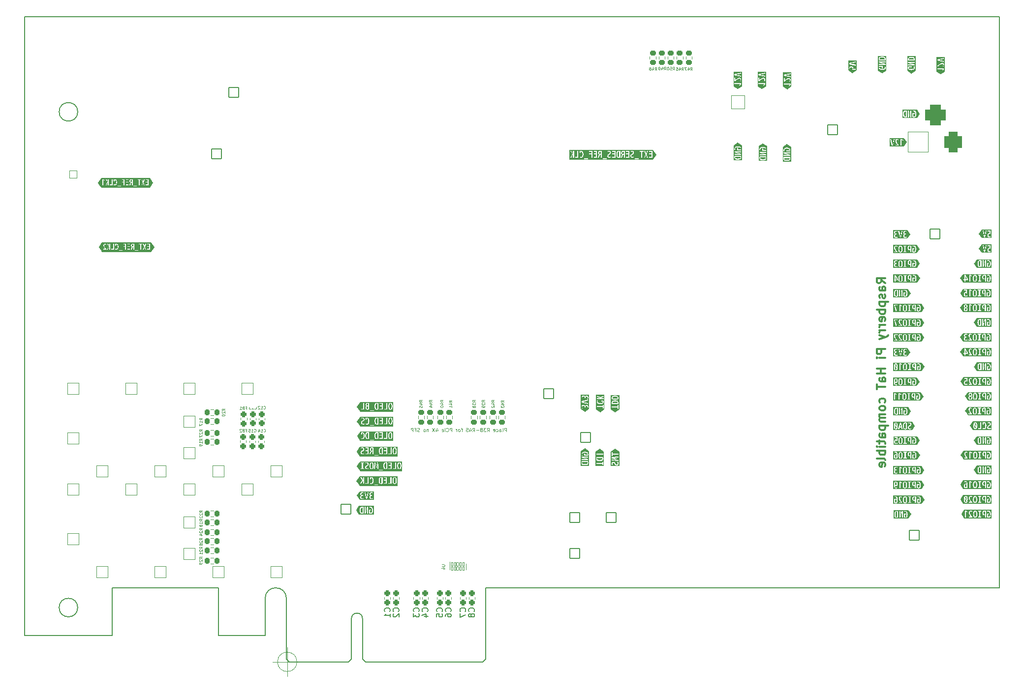
<source format=gbo>
G04 #@! TF.GenerationSoftware,KiCad,Pcbnew,8.0.4*
G04 #@! TF.CreationDate,2024-08-19T13:54:33+02:00*
G04 #@! TF.ProjectId,ULX4M-PCIe-IO_x4_half,554c5834-4d2d-4504-9349-652d494f5f78,rev?*
G04 #@! TF.SameCoordinates,Original*
G04 #@! TF.FileFunction,Legend,Bot*
G04 #@! TF.FilePolarity,Positive*
%FSLAX46Y46*%
G04 Gerber Fmt 4.6, Leading zero omitted, Abs format (unit mm)*
G04 Created by KiCad (PCBNEW 8.0.4) date 2024-08-19 13:54:33*
%MOMM*%
%LPD*%
G01*
G04 APERTURE LIST*
G04 Aperture macros list*
%AMRoundRect*
0 Rectangle with rounded corners*
0 $1 Rounding radius*
0 $2 $3 $4 $5 $6 $7 $8 $9 X,Y pos of 4 corners*
0 Add a 4 corners polygon primitive as box body*
4,1,4,$2,$3,$4,$5,$6,$7,$8,$9,$2,$3,0*
0 Add four circle primitives for the rounded corners*
1,1,$1+$1,$2,$3*
1,1,$1+$1,$4,$5*
1,1,$1+$1,$6,$7*
1,1,$1+$1,$8,$9*
0 Add four rect primitives between the rounded corners*
20,1,$1+$1,$2,$3,$4,$5,0*
20,1,$1+$1,$4,$5,$6,$7,0*
20,1,$1+$1,$6,$7,$8,$9,0*
20,1,$1+$1,$8,$9,$2,$3,0*%
G04 Aperture macros list end*
%ADD10C,0.120000*%
%ADD11C,0.300000*%
%ADD12C,0.150000*%
%ADD13C,0.100000*%
%ADD14C,0.125000*%
%ADD15C,0.000000*%
%ADD16C,0.200000*%
%ADD17C,2.152000*%
%ADD18C,2.352000*%
%ADD19RoundRect,0.051000X-0.850000X0.850000X-0.850000X-0.850000X0.850000X-0.850000X0.850000X0.850000X0*%
%ADD20O,1.802000X1.802000*%
%ADD21C,2.102000*%
%ADD22RoundRect,0.051000X-1.000000X-1.000000X1.000000X-1.000000X1.000000X1.000000X-1.000000X1.000000X0*%
%ADD23C,1.602000*%
%ADD24RoundRect,0.051000X-0.850000X-0.850000X0.850000X-0.850000X0.850000X0.850000X-0.850000X0.850000X0*%
%ADD25C,3.302000*%
%ADD26C,1.452000*%
%ADD27RoundRect,0.051000X0.850000X-0.850000X0.850000X0.850000X-0.850000X0.850000X-0.850000X-0.850000X0*%
%ADD28C,6.100000*%
%ADD29RoundRect,0.051000X-0.650000X0.650000X-0.650000X-0.650000X0.650000X-0.650000X0.650000X0.650000X0*%
%ADD30C,1.402000*%
%ADD31RoundRect,0.051000X1.150000X1.150000X-1.150000X1.150000X-1.150000X-1.150000X1.150000X-1.150000X0*%
%ADD32C,2.402000*%
%ADD33RoundRect,0.051000X1.750000X1.750000X-1.750000X1.750000X-1.750000X-1.750000X1.750000X-1.750000X0*%
%ADD34RoundRect,0.775500X0.775500X1.025500X-0.775500X1.025500X-0.775500X-1.025500X0.775500X-1.025500X0*%
%ADD35RoundRect,0.900500X0.900500X0.900500X-0.900500X0.900500X-0.900500X-0.900500X0.900500X-0.900500X0*%
%ADD36C,2.502000*%
%ADD37RoundRect,0.051000X0.850000X0.850000X-0.850000X0.850000X-0.850000X-0.850000X0.850000X-0.850000X0*%
%ADD38RoundRect,0.244250X-0.281750X0.244250X-0.281750X-0.244250X0.281750X-0.244250X0.281750X0.244250X0*%
%ADD39RoundRect,0.244250X0.281750X-0.244250X0.281750X0.244250X-0.281750X0.244250X-0.281750X-0.244250X0*%
%ADD40RoundRect,0.225500X0.300500X-0.225500X0.300500X0.225500X-0.300500X0.225500X-0.300500X-0.225500X0*%
%ADD41RoundRect,0.225500X-0.225500X-0.300500X0.225500X-0.300500X0.225500X0.300500X-0.225500X0.300500X0*%
%ADD42RoundRect,0.250500X-0.275500X0.250500X-0.275500X-0.250500X0.275500X-0.250500X0.275500X0.250500X0*%
%ADD43RoundRect,0.225500X0.225500X0.300500X-0.225500X0.300500X-0.225500X-0.300500X0.225500X-0.300500X0*%
%ADD44RoundRect,0.225500X-0.300500X0.225500X-0.300500X-0.225500X0.300500X-0.225500X0.300500X0.225500X0*%
%ADD45RoundRect,0.250500X0.275500X-0.250500X0.275500X0.250500X-0.275500X0.250500X-0.275500X-0.250500X0*%
%ADD46RoundRect,0.051000X-0.150000X-0.275000X0.150000X-0.275000X0.150000X0.275000X-0.150000X0.275000X0*%
%ADD47RoundRect,0.051000X-0.200000X-0.275000X0.200000X-0.275000X0.200000X0.275000X-0.200000X0.275000X0*%
G04 #@! TA.AperFunction,Profile*
%ADD48C,0.150000*%
G04 #@! TD*
G04 #@! TA.AperFunction,Profile*
%ADD49C,0.050000*%
G04 #@! TD*
G04 APERTURE END LIST*
D10*
X147293195Y-154455331D02*
X147293195Y-153855331D01*
X147293195Y-153855331D02*
X147064624Y-153855331D01*
X147064624Y-153855331D02*
X147007481Y-153883902D01*
X147007481Y-153883902D02*
X146978910Y-153912474D01*
X146978910Y-153912474D02*
X146950338Y-153969617D01*
X146950338Y-153969617D02*
X146950338Y-154055331D01*
X146950338Y-154055331D02*
X146978910Y-154112474D01*
X146978910Y-154112474D02*
X147007481Y-154141045D01*
X147007481Y-154141045D02*
X147064624Y-154169617D01*
X147064624Y-154169617D02*
X147293195Y-154169617D01*
X146607481Y-154455331D02*
X146664624Y-154426760D01*
X146664624Y-154426760D02*
X146693195Y-154369617D01*
X146693195Y-154369617D02*
X146693195Y-153855331D01*
X146121767Y-154455331D02*
X146121767Y-154141045D01*
X146121767Y-154141045D02*
X146150338Y-154083902D01*
X146150338Y-154083902D02*
X146207481Y-154055331D01*
X146207481Y-154055331D02*
X146321767Y-154055331D01*
X146321767Y-154055331D02*
X146378909Y-154083902D01*
X146121767Y-154426760D02*
X146178909Y-154455331D01*
X146178909Y-154455331D02*
X146321767Y-154455331D01*
X146321767Y-154455331D02*
X146378909Y-154426760D01*
X146378909Y-154426760D02*
X146407481Y-154369617D01*
X146407481Y-154369617D02*
X146407481Y-154312474D01*
X146407481Y-154312474D02*
X146378909Y-154255331D01*
X146378909Y-154255331D02*
X146321767Y-154226760D01*
X146321767Y-154226760D02*
X146178909Y-154226760D01*
X146178909Y-154226760D02*
X146121767Y-154198188D01*
X145578910Y-154426760D02*
X145636052Y-154455331D01*
X145636052Y-154455331D02*
X145750338Y-154455331D01*
X145750338Y-154455331D02*
X145807481Y-154426760D01*
X145807481Y-154426760D02*
X145836052Y-154398188D01*
X145836052Y-154398188D02*
X145864624Y-154341045D01*
X145864624Y-154341045D02*
X145864624Y-154169617D01*
X145864624Y-154169617D02*
X145836052Y-154112474D01*
X145836052Y-154112474D02*
X145807481Y-154083902D01*
X145807481Y-154083902D02*
X145750338Y-154055331D01*
X145750338Y-154055331D02*
X145636052Y-154055331D01*
X145636052Y-154055331D02*
X145578910Y-154083902D01*
X145093195Y-154426760D02*
X145150338Y-154455331D01*
X145150338Y-154455331D02*
X145264624Y-154455331D01*
X145264624Y-154455331D02*
X145321766Y-154426760D01*
X145321766Y-154426760D02*
X145350338Y-154369617D01*
X145350338Y-154369617D02*
X145350338Y-154141045D01*
X145350338Y-154141045D02*
X145321766Y-154083902D01*
X145321766Y-154083902D02*
X145264624Y-154055331D01*
X145264624Y-154055331D02*
X145150338Y-154055331D01*
X145150338Y-154055331D02*
X145093195Y-154083902D01*
X145093195Y-154083902D02*
X145064624Y-154141045D01*
X145064624Y-154141045D02*
X145064624Y-154198188D01*
X145064624Y-154198188D02*
X145350338Y-154255331D01*
X144007480Y-154455331D02*
X144207480Y-154169617D01*
X144350337Y-154455331D02*
X144350337Y-153855331D01*
X144350337Y-153855331D02*
X144121766Y-153855331D01*
X144121766Y-153855331D02*
X144064623Y-153883902D01*
X144064623Y-153883902D02*
X144036052Y-153912474D01*
X144036052Y-153912474D02*
X144007480Y-153969617D01*
X144007480Y-153969617D02*
X144007480Y-154055331D01*
X144007480Y-154055331D02*
X144036052Y-154112474D01*
X144036052Y-154112474D02*
X144064623Y-154141045D01*
X144064623Y-154141045D02*
X144121766Y-154169617D01*
X144121766Y-154169617D02*
X144350337Y-154169617D01*
X143807480Y-153855331D02*
X143436052Y-153855331D01*
X143436052Y-153855331D02*
X143636052Y-154083902D01*
X143636052Y-154083902D02*
X143550337Y-154083902D01*
X143550337Y-154083902D02*
X143493195Y-154112474D01*
X143493195Y-154112474D02*
X143464623Y-154141045D01*
X143464623Y-154141045D02*
X143436052Y-154198188D01*
X143436052Y-154198188D02*
X143436052Y-154341045D01*
X143436052Y-154341045D02*
X143464623Y-154398188D01*
X143464623Y-154398188D02*
X143493195Y-154426760D01*
X143493195Y-154426760D02*
X143550337Y-154455331D01*
X143550337Y-154455331D02*
X143721766Y-154455331D01*
X143721766Y-154455331D02*
X143778909Y-154426760D01*
X143778909Y-154426760D02*
X143807480Y-154398188D01*
X143093194Y-154112474D02*
X143150337Y-154083902D01*
X143150337Y-154083902D02*
X143178908Y-154055331D01*
X143178908Y-154055331D02*
X143207480Y-153998188D01*
X143207480Y-153998188D02*
X143207480Y-153969617D01*
X143207480Y-153969617D02*
X143178908Y-153912474D01*
X143178908Y-153912474D02*
X143150337Y-153883902D01*
X143150337Y-153883902D02*
X143093194Y-153855331D01*
X143093194Y-153855331D02*
X142978908Y-153855331D01*
X142978908Y-153855331D02*
X142921766Y-153883902D01*
X142921766Y-153883902D02*
X142893194Y-153912474D01*
X142893194Y-153912474D02*
X142864623Y-153969617D01*
X142864623Y-153969617D02*
X142864623Y-153998188D01*
X142864623Y-153998188D02*
X142893194Y-154055331D01*
X142893194Y-154055331D02*
X142921766Y-154083902D01*
X142921766Y-154083902D02*
X142978908Y-154112474D01*
X142978908Y-154112474D02*
X143093194Y-154112474D01*
X143093194Y-154112474D02*
X143150337Y-154141045D01*
X143150337Y-154141045D02*
X143178908Y-154169617D01*
X143178908Y-154169617D02*
X143207480Y-154226760D01*
X143207480Y-154226760D02*
X143207480Y-154341045D01*
X143207480Y-154341045D02*
X143178908Y-154398188D01*
X143178908Y-154398188D02*
X143150337Y-154426760D01*
X143150337Y-154426760D02*
X143093194Y-154455331D01*
X143093194Y-154455331D02*
X142978908Y-154455331D01*
X142978908Y-154455331D02*
X142921766Y-154426760D01*
X142921766Y-154426760D02*
X142893194Y-154398188D01*
X142893194Y-154398188D02*
X142864623Y-154341045D01*
X142864623Y-154341045D02*
X142864623Y-154226760D01*
X142864623Y-154226760D02*
X142893194Y-154169617D01*
X142893194Y-154169617D02*
X142921766Y-154141045D01*
X142921766Y-154141045D02*
X142978908Y-154112474D01*
X142607479Y-154226760D02*
X142150337Y-154226760D01*
X141521765Y-154455331D02*
X141721765Y-154169617D01*
X141864622Y-154455331D02*
X141864622Y-153855331D01*
X141864622Y-153855331D02*
X141636051Y-153855331D01*
X141636051Y-153855331D02*
X141578908Y-153883902D01*
X141578908Y-153883902D02*
X141550337Y-153912474D01*
X141550337Y-153912474D02*
X141521765Y-153969617D01*
X141521765Y-153969617D02*
X141521765Y-154055331D01*
X141521765Y-154055331D02*
X141550337Y-154112474D01*
X141550337Y-154112474D02*
X141578908Y-154141045D01*
X141578908Y-154141045D02*
X141636051Y-154169617D01*
X141636051Y-154169617D02*
X141864622Y-154169617D01*
X141007480Y-154055331D02*
X141007480Y-154455331D01*
X141150337Y-153826760D02*
X141293194Y-154255331D01*
X141293194Y-154255331D02*
X140921765Y-154255331D01*
X140407479Y-153855331D02*
X140693193Y-153855331D01*
X140693193Y-153855331D02*
X140721765Y-154141045D01*
X140721765Y-154141045D02*
X140693193Y-154112474D01*
X140693193Y-154112474D02*
X140636051Y-154083902D01*
X140636051Y-154083902D02*
X140493193Y-154083902D01*
X140493193Y-154083902D02*
X140436051Y-154112474D01*
X140436051Y-154112474D02*
X140407479Y-154141045D01*
X140407479Y-154141045D02*
X140378908Y-154198188D01*
X140378908Y-154198188D02*
X140378908Y-154341045D01*
X140378908Y-154341045D02*
X140407479Y-154398188D01*
X140407479Y-154398188D02*
X140436051Y-154426760D01*
X140436051Y-154426760D02*
X140493193Y-154455331D01*
X140493193Y-154455331D02*
X140636051Y-154455331D01*
X140636051Y-154455331D02*
X140693193Y-154426760D01*
X140693193Y-154426760D02*
X140721765Y-154398188D01*
X139750336Y-154055331D02*
X139521764Y-154055331D01*
X139664621Y-154455331D02*
X139664621Y-153941045D01*
X139664621Y-153941045D02*
X139636050Y-153883902D01*
X139636050Y-153883902D02*
X139578907Y-153855331D01*
X139578907Y-153855331D02*
X139521764Y-153855331D01*
X139236050Y-154455331D02*
X139293193Y-154426760D01*
X139293193Y-154426760D02*
X139321764Y-154398188D01*
X139321764Y-154398188D02*
X139350336Y-154341045D01*
X139350336Y-154341045D02*
X139350336Y-154169617D01*
X139350336Y-154169617D02*
X139321764Y-154112474D01*
X139321764Y-154112474D02*
X139293193Y-154083902D01*
X139293193Y-154083902D02*
X139236050Y-154055331D01*
X139236050Y-154055331D02*
X139150336Y-154055331D01*
X139150336Y-154055331D02*
X139093193Y-154083902D01*
X139093193Y-154083902D02*
X139064622Y-154112474D01*
X139064622Y-154112474D02*
X139036050Y-154169617D01*
X139036050Y-154169617D02*
X139036050Y-154341045D01*
X139036050Y-154341045D02*
X139064622Y-154398188D01*
X139064622Y-154398188D02*
X139093193Y-154426760D01*
X139093193Y-154426760D02*
X139150336Y-154455331D01*
X139150336Y-154455331D02*
X139236050Y-154455331D01*
X138778907Y-154455331D02*
X138778907Y-154055331D01*
X138778907Y-154169617D02*
X138750336Y-154112474D01*
X138750336Y-154112474D02*
X138721765Y-154083902D01*
X138721765Y-154083902D02*
X138664622Y-154055331D01*
X138664622Y-154055331D02*
X138607479Y-154055331D01*
X137950335Y-154455331D02*
X137950335Y-153855331D01*
X137950335Y-153855331D02*
X137721764Y-153855331D01*
X137721764Y-153855331D02*
X137664621Y-153883902D01*
X137664621Y-153883902D02*
X137636050Y-153912474D01*
X137636050Y-153912474D02*
X137607478Y-153969617D01*
X137607478Y-153969617D02*
X137607478Y-154055331D01*
X137607478Y-154055331D02*
X137636050Y-154112474D01*
X137636050Y-154112474D02*
X137664621Y-154141045D01*
X137664621Y-154141045D02*
X137721764Y-154169617D01*
X137721764Y-154169617D02*
X137950335Y-154169617D01*
X137007478Y-154398188D02*
X137036050Y-154426760D01*
X137036050Y-154426760D02*
X137121764Y-154455331D01*
X137121764Y-154455331D02*
X137178907Y-154455331D01*
X137178907Y-154455331D02*
X137264621Y-154426760D01*
X137264621Y-154426760D02*
X137321764Y-154369617D01*
X137321764Y-154369617D02*
X137350335Y-154312474D01*
X137350335Y-154312474D02*
X137378907Y-154198188D01*
X137378907Y-154198188D02*
X137378907Y-154112474D01*
X137378907Y-154112474D02*
X137350335Y-153998188D01*
X137350335Y-153998188D02*
X137321764Y-153941045D01*
X137321764Y-153941045D02*
X137264621Y-153883902D01*
X137264621Y-153883902D02*
X137178907Y-153855331D01*
X137178907Y-153855331D02*
X137121764Y-153855331D01*
X137121764Y-153855331D02*
X137036050Y-153883902D01*
X137036050Y-153883902D02*
X137007478Y-153912474D01*
X136750335Y-154455331D02*
X136750335Y-153855331D01*
X136236050Y-154426760D02*
X136293193Y-154455331D01*
X136293193Y-154455331D02*
X136407479Y-154455331D01*
X136407479Y-154455331D02*
X136464621Y-154426760D01*
X136464621Y-154426760D02*
X136493193Y-154369617D01*
X136493193Y-154369617D02*
X136493193Y-154141045D01*
X136493193Y-154141045D02*
X136464621Y-154083902D01*
X136464621Y-154083902D02*
X136407479Y-154055331D01*
X136407479Y-154055331D02*
X136293193Y-154055331D01*
X136293193Y-154055331D02*
X136236050Y-154083902D01*
X136236050Y-154083902D02*
X136207479Y-154141045D01*
X136207479Y-154141045D02*
X136207479Y-154198188D01*
X136207479Y-154198188D02*
X136493193Y-154255331D01*
X135236050Y-154055331D02*
X135236050Y-154455331D01*
X135378907Y-153826760D02*
X135521764Y-154255331D01*
X135521764Y-154255331D02*
X135150335Y-154255331D01*
X134978906Y-153855331D02*
X134578906Y-154455331D01*
X134578906Y-153855331D02*
X134978906Y-154455331D01*
X133893191Y-154055331D02*
X133893191Y-154455331D01*
X133893191Y-154112474D02*
X133864620Y-154083902D01*
X133864620Y-154083902D02*
X133807477Y-154055331D01*
X133807477Y-154055331D02*
X133721763Y-154055331D01*
X133721763Y-154055331D02*
X133664620Y-154083902D01*
X133664620Y-154083902D02*
X133636049Y-154141045D01*
X133636049Y-154141045D02*
X133636049Y-154455331D01*
X133264620Y-154455331D02*
X133321763Y-154426760D01*
X133321763Y-154426760D02*
X133350334Y-154398188D01*
X133350334Y-154398188D02*
X133378906Y-154341045D01*
X133378906Y-154341045D02*
X133378906Y-154169617D01*
X133378906Y-154169617D02*
X133350334Y-154112474D01*
X133350334Y-154112474D02*
X133321763Y-154083902D01*
X133321763Y-154083902D02*
X133264620Y-154055331D01*
X133264620Y-154055331D02*
X133178906Y-154055331D01*
X133178906Y-154055331D02*
X133121763Y-154083902D01*
X133121763Y-154083902D02*
X133093192Y-154112474D01*
X133093192Y-154112474D02*
X133064620Y-154169617D01*
X133064620Y-154169617D02*
X133064620Y-154341045D01*
X133064620Y-154341045D02*
X133093192Y-154398188D01*
X133093192Y-154398188D02*
X133121763Y-154426760D01*
X133121763Y-154426760D02*
X133178906Y-154455331D01*
X133178906Y-154455331D02*
X133264620Y-154455331D01*
X132378906Y-154426760D02*
X132293192Y-154455331D01*
X132293192Y-154455331D02*
X132150334Y-154455331D01*
X132150334Y-154455331D02*
X132093192Y-154426760D01*
X132093192Y-154426760D02*
X132064620Y-154398188D01*
X132064620Y-154398188D02*
X132036049Y-154341045D01*
X132036049Y-154341045D02*
X132036049Y-154283902D01*
X132036049Y-154283902D02*
X132064620Y-154226760D01*
X132064620Y-154226760D02*
X132093192Y-154198188D01*
X132093192Y-154198188D02*
X132150334Y-154169617D01*
X132150334Y-154169617D02*
X132264620Y-154141045D01*
X132264620Y-154141045D02*
X132321763Y-154112474D01*
X132321763Y-154112474D02*
X132350334Y-154083902D01*
X132350334Y-154083902D02*
X132378906Y-154026760D01*
X132378906Y-154026760D02*
X132378906Y-153969617D01*
X132378906Y-153969617D02*
X132350334Y-153912474D01*
X132350334Y-153912474D02*
X132321763Y-153883902D01*
X132321763Y-153883902D02*
X132264620Y-153855331D01*
X132264620Y-153855331D02*
X132121763Y-153855331D01*
X132121763Y-153855331D02*
X132036049Y-153883902D01*
X131578905Y-154141045D02*
X131778905Y-154141045D01*
X131778905Y-154455331D02*
X131778905Y-153855331D01*
X131778905Y-153855331D02*
X131493191Y-153855331D01*
X131264619Y-154455331D02*
X131264619Y-153855331D01*
X131264619Y-153855331D02*
X131036048Y-153855331D01*
X131036048Y-153855331D02*
X130978905Y-153883902D01*
X130978905Y-153883902D02*
X130950334Y-153912474D01*
X130950334Y-153912474D02*
X130921762Y-153969617D01*
X130921762Y-153969617D02*
X130921762Y-154055331D01*
X130921762Y-154055331D02*
X130950334Y-154112474D01*
X130950334Y-154112474D02*
X130978905Y-154141045D01*
X130978905Y-154141045D02*
X131036048Y-154169617D01*
X131036048Y-154169617D02*
X131264619Y-154169617D01*
D11*
X212545828Y-128896653D02*
X211831542Y-128396653D01*
X212545828Y-128039510D02*
X211045828Y-128039510D01*
X211045828Y-128039510D02*
X211045828Y-128610939D01*
X211045828Y-128610939D02*
X211117257Y-128753796D01*
X211117257Y-128753796D02*
X211188685Y-128825225D01*
X211188685Y-128825225D02*
X211331542Y-128896653D01*
X211331542Y-128896653D02*
X211545828Y-128896653D01*
X211545828Y-128896653D02*
X211688685Y-128825225D01*
X211688685Y-128825225D02*
X211760114Y-128753796D01*
X211760114Y-128753796D02*
X211831542Y-128610939D01*
X211831542Y-128610939D02*
X211831542Y-128039510D01*
X212545828Y-130182368D02*
X211760114Y-130182368D01*
X211760114Y-130182368D02*
X211617257Y-130110939D01*
X211617257Y-130110939D02*
X211545828Y-129968082D01*
X211545828Y-129968082D02*
X211545828Y-129682368D01*
X211545828Y-129682368D02*
X211617257Y-129539510D01*
X212474400Y-130182368D02*
X212545828Y-130039510D01*
X212545828Y-130039510D02*
X212545828Y-129682368D01*
X212545828Y-129682368D02*
X212474400Y-129539510D01*
X212474400Y-129539510D02*
X212331542Y-129468082D01*
X212331542Y-129468082D02*
X212188685Y-129468082D01*
X212188685Y-129468082D02*
X212045828Y-129539510D01*
X212045828Y-129539510D02*
X211974400Y-129682368D01*
X211974400Y-129682368D02*
X211974400Y-130039510D01*
X211974400Y-130039510D02*
X211902971Y-130182368D01*
X212474400Y-130825225D02*
X212545828Y-130968082D01*
X212545828Y-130968082D02*
X212545828Y-131253796D01*
X212545828Y-131253796D02*
X212474400Y-131396653D01*
X212474400Y-131396653D02*
X212331542Y-131468082D01*
X212331542Y-131468082D02*
X212260114Y-131468082D01*
X212260114Y-131468082D02*
X212117257Y-131396653D01*
X212117257Y-131396653D02*
X212045828Y-131253796D01*
X212045828Y-131253796D02*
X212045828Y-131039511D01*
X212045828Y-131039511D02*
X211974400Y-130896653D01*
X211974400Y-130896653D02*
X211831542Y-130825225D01*
X211831542Y-130825225D02*
X211760114Y-130825225D01*
X211760114Y-130825225D02*
X211617257Y-130896653D01*
X211617257Y-130896653D02*
X211545828Y-131039511D01*
X211545828Y-131039511D02*
X211545828Y-131253796D01*
X211545828Y-131253796D02*
X211617257Y-131396653D01*
X211545828Y-132110939D02*
X213045828Y-132110939D01*
X211617257Y-132110939D02*
X211545828Y-132253797D01*
X211545828Y-132253797D02*
X211545828Y-132539511D01*
X211545828Y-132539511D02*
X211617257Y-132682368D01*
X211617257Y-132682368D02*
X211688685Y-132753797D01*
X211688685Y-132753797D02*
X211831542Y-132825225D01*
X211831542Y-132825225D02*
X212260114Y-132825225D01*
X212260114Y-132825225D02*
X212402971Y-132753797D01*
X212402971Y-132753797D02*
X212474400Y-132682368D01*
X212474400Y-132682368D02*
X212545828Y-132539511D01*
X212545828Y-132539511D02*
X212545828Y-132253797D01*
X212545828Y-132253797D02*
X212474400Y-132110939D01*
X212545828Y-133468082D02*
X211045828Y-133468082D01*
X211617257Y-133468082D02*
X211545828Y-133610940D01*
X211545828Y-133610940D02*
X211545828Y-133896654D01*
X211545828Y-133896654D02*
X211617257Y-134039511D01*
X211617257Y-134039511D02*
X211688685Y-134110940D01*
X211688685Y-134110940D02*
X211831542Y-134182368D01*
X211831542Y-134182368D02*
X212260114Y-134182368D01*
X212260114Y-134182368D02*
X212402971Y-134110940D01*
X212402971Y-134110940D02*
X212474400Y-134039511D01*
X212474400Y-134039511D02*
X212545828Y-133896654D01*
X212545828Y-133896654D02*
X212545828Y-133610940D01*
X212545828Y-133610940D02*
X212474400Y-133468082D01*
X212474400Y-135396654D02*
X212545828Y-135253797D01*
X212545828Y-135253797D02*
X212545828Y-134968083D01*
X212545828Y-134968083D02*
X212474400Y-134825225D01*
X212474400Y-134825225D02*
X212331542Y-134753797D01*
X212331542Y-134753797D02*
X211760114Y-134753797D01*
X211760114Y-134753797D02*
X211617257Y-134825225D01*
X211617257Y-134825225D02*
X211545828Y-134968083D01*
X211545828Y-134968083D02*
X211545828Y-135253797D01*
X211545828Y-135253797D02*
X211617257Y-135396654D01*
X211617257Y-135396654D02*
X211760114Y-135468083D01*
X211760114Y-135468083D02*
X211902971Y-135468083D01*
X211902971Y-135468083D02*
X212045828Y-134753797D01*
X212545828Y-136110939D02*
X211545828Y-136110939D01*
X211831542Y-136110939D02*
X211688685Y-136182368D01*
X211688685Y-136182368D02*
X211617257Y-136253797D01*
X211617257Y-136253797D02*
X211545828Y-136396654D01*
X211545828Y-136396654D02*
X211545828Y-136539511D01*
X212545828Y-137039510D02*
X211545828Y-137039510D01*
X211831542Y-137039510D02*
X211688685Y-137110939D01*
X211688685Y-137110939D02*
X211617257Y-137182368D01*
X211617257Y-137182368D02*
X211545828Y-137325225D01*
X211545828Y-137325225D02*
X211545828Y-137468082D01*
X211545828Y-137825224D02*
X212545828Y-138182367D01*
X211545828Y-138539510D02*
X212545828Y-138182367D01*
X212545828Y-138182367D02*
X212902971Y-138039510D01*
X212902971Y-138039510D02*
X212974400Y-137968081D01*
X212974400Y-137968081D02*
X213045828Y-137825224D01*
X212545828Y-140253795D02*
X211045828Y-140253795D01*
X211045828Y-140253795D02*
X211045828Y-140825224D01*
X211045828Y-140825224D02*
X211117257Y-140968081D01*
X211117257Y-140968081D02*
X211188685Y-141039510D01*
X211188685Y-141039510D02*
X211331542Y-141110938D01*
X211331542Y-141110938D02*
X211545828Y-141110938D01*
X211545828Y-141110938D02*
X211688685Y-141039510D01*
X211688685Y-141039510D02*
X211760114Y-140968081D01*
X211760114Y-140968081D02*
X211831542Y-140825224D01*
X211831542Y-140825224D02*
X211831542Y-140253795D01*
X212545828Y-141753795D02*
X211545828Y-141753795D01*
X211045828Y-141753795D02*
X211117257Y-141682367D01*
X211117257Y-141682367D02*
X211188685Y-141753795D01*
X211188685Y-141753795D02*
X211117257Y-141825224D01*
X211117257Y-141825224D02*
X211045828Y-141753795D01*
X211045828Y-141753795D02*
X211188685Y-141753795D01*
X212545828Y-143610938D02*
X211045828Y-143610938D01*
X211760114Y-143610938D02*
X211760114Y-144468081D01*
X212545828Y-144468081D02*
X211045828Y-144468081D01*
X212545828Y-145825225D02*
X211760114Y-145825225D01*
X211760114Y-145825225D02*
X211617257Y-145753796D01*
X211617257Y-145753796D02*
X211545828Y-145610939D01*
X211545828Y-145610939D02*
X211545828Y-145325225D01*
X211545828Y-145325225D02*
X211617257Y-145182367D01*
X212474400Y-145825225D02*
X212545828Y-145682367D01*
X212545828Y-145682367D02*
X212545828Y-145325225D01*
X212545828Y-145325225D02*
X212474400Y-145182367D01*
X212474400Y-145182367D02*
X212331542Y-145110939D01*
X212331542Y-145110939D02*
X212188685Y-145110939D01*
X212188685Y-145110939D02*
X212045828Y-145182367D01*
X212045828Y-145182367D02*
X211974400Y-145325225D01*
X211974400Y-145325225D02*
X211974400Y-145682367D01*
X211974400Y-145682367D02*
X211902971Y-145825225D01*
X211045828Y-146325225D02*
X211045828Y-147182368D01*
X212545828Y-146753796D02*
X211045828Y-146753796D01*
X212474400Y-149468082D02*
X212545828Y-149325224D01*
X212545828Y-149325224D02*
X212545828Y-149039510D01*
X212545828Y-149039510D02*
X212474400Y-148896653D01*
X212474400Y-148896653D02*
X212402971Y-148825224D01*
X212402971Y-148825224D02*
X212260114Y-148753796D01*
X212260114Y-148753796D02*
X211831542Y-148753796D01*
X211831542Y-148753796D02*
X211688685Y-148825224D01*
X211688685Y-148825224D02*
X211617257Y-148896653D01*
X211617257Y-148896653D02*
X211545828Y-149039510D01*
X211545828Y-149039510D02*
X211545828Y-149325224D01*
X211545828Y-149325224D02*
X211617257Y-149468082D01*
X212545828Y-150325224D02*
X212474400Y-150182367D01*
X212474400Y-150182367D02*
X212402971Y-150110938D01*
X212402971Y-150110938D02*
X212260114Y-150039510D01*
X212260114Y-150039510D02*
X211831542Y-150039510D01*
X211831542Y-150039510D02*
X211688685Y-150110938D01*
X211688685Y-150110938D02*
X211617257Y-150182367D01*
X211617257Y-150182367D02*
X211545828Y-150325224D01*
X211545828Y-150325224D02*
X211545828Y-150539510D01*
X211545828Y-150539510D02*
X211617257Y-150682367D01*
X211617257Y-150682367D02*
X211688685Y-150753796D01*
X211688685Y-150753796D02*
X211831542Y-150825224D01*
X211831542Y-150825224D02*
X212260114Y-150825224D01*
X212260114Y-150825224D02*
X212402971Y-150753796D01*
X212402971Y-150753796D02*
X212474400Y-150682367D01*
X212474400Y-150682367D02*
X212545828Y-150539510D01*
X212545828Y-150539510D02*
X212545828Y-150325224D01*
X212545828Y-151468081D02*
X211545828Y-151468081D01*
X211688685Y-151468081D02*
X211617257Y-151539510D01*
X211617257Y-151539510D02*
X211545828Y-151682367D01*
X211545828Y-151682367D02*
X211545828Y-151896653D01*
X211545828Y-151896653D02*
X211617257Y-152039510D01*
X211617257Y-152039510D02*
X211760114Y-152110939D01*
X211760114Y-152110939D02*
X212545828Y-152110939D01*
X211760114Y-152110939D02*
X211617257Y-152182367D01*
X211617257Y-152182367D02*
X211545828Y-152325224D01*
X211545828Y-152325224D02*
X211545828Y-152539510D01*
X211545828Y-152539510D02*
X211617257Y-152682367D01*
X211617257Y-152682367D02*
X211760114Y-152753796D01*
X211760114Y-152753796D02*
X212545828Y-152753796D01*
X211545828Y-153468081D02*
X213045828Y-153468081D01*
X211617257Y-153468081D02*
X211545828Y-153610939D01*
X211545828Y-153610939D02*
X211545828Y-153896653D01*
X211545828Y-153896653D02*
X211617257Y-154039510D01*
X211617257Y-154039510D02*
X211688685Y-154110939D01*
X211688685Y-154110939D02*
X211831542Y-154182367D01*
X211831542Y-154182367D02*
X212260114Y-154182367D01*
X212260114Y-154182367D02*
X212402971Y-154110939D01*
X212402971Y-154110939D02*
X212474400Y-154039510D01*
X212474400Y-154039510D02*
X212545828Y-153896653D01*
X212545828Y-153896653D02*
X212545828Y-153610939D01*
X212545828Y-153610939D02*
X212474400Y-153468081D01*
X212545828Y-155468082D02*
X211760114Y-155468082D01*
X211760114Y-155468082D02*
X211617257Y-155396653D01*
X211617257Y-155396653D02*
X211545828Y-155253796D01*
X211545828Y-155253796D02*
X211545828Y-154968082D01*
X211545828Y-154968082D02*
X211617257Y-154825224D01*
X212474400Y-155468082D02*
X212545828Y-155325224D01*
X212545828Y-155325224D02*
X212545828Y-154968082D01*
X212545828Y-154968082D02*
X212474400Y-154825224D01*
X212474400Y-154825224D02*
X212331542Y-154753796D01*
X212331542Y-154753796D02*
X212188685Y-154753796D01*
X212188685Y-154753796D02*
X212045828Y-154825224D01*
X212045828Y-154825224D02*
X211974400Y-154968082D01*
X211974400Y-154968082D02*
X211974400Y-155325224D01*
X211974400Y-155325224D02*
X211902971Y-155468082D01*
X211545828Y-155968082D02*
X211545828Y-156539510D01*
X211045828Y-156182367D02*
X212331542Y-156182367D01*
X212331542Y-156182367D02*
X212474400Y-156253796D01*
X212474400Y-156253796D02*
X212545828Y-156396653D01*
X212545828Y-156396653D02*
X212545828Y-156539510D01*
X212545828Y-157039510D02*
X211545828Y-157039510D01*
X211045828Y-157039510D02*
X211117257Y-156968082D01*
X211117257Y-156968082D02*
X211188685Y-157039510D01*
X211188685Y-157039510D02*
X211117257Y-157110939D01*
X211117257Y-157110939D02*
X211045828Y-157039510D01*
X211045828Y-157039510D02*
X211188685Y-157039510D01*
X212545828Y-157753796D02*
X211045828Y-157753796D01*
X211617257Y-157753796D02*
X211545828Y-157896654D01*
X211545828Y-157896654D02*
X211545828Y-158182368D01*
X211545828Y-158182368D02*
X211617257Y-158325225D01*
X211617257Y-158325225D02*
X211688685Y-158396654D01*
X211688685Y-158396654D02*
X211831542Y-158468082D01*
X211831542Y-158468082D02*
X212260114Y-158468082D01*
X212260114Y-158468082D02*
X212402971Y-158396654D01*
X212402971Y-158396654D02*
X212474400Y-158325225D01*
X212474400Y-158325225D02*
X212545828Y-158182368D01*
X212545828Y-158182368D02*
X212545828Y-157896654D01*
X212545828Y-157896654D02*
X212474400Y-157753796D01*
X212545828Y-159325225D02*
X212474400Y-159182368D01*
X212474400Y-159182368D02*
X212331542Y-159110939D01*
X212331542Y-159110939D02*
X211045828Y-159110939D01*
X212474400Y-160468082D02*
X212545828Y-160325225D01*
X212545828Y-160325225D02*
X212545828Y-160039511D01*
X212545828Y-160039511D02*
X212474400Y-159896653D01*
X212474400Y-159896653D02*
X212331542Y-159825225D01*
X212331542Y-159825225D02*
X211760114Y-159825225D01*
X211760114Y-159825225D02*
X211617257Y-159896653D01*
X211617257Y-159896653D02*
X211545828Y-160039511D01*
X211545828Y-160039511D02*
X211545828Y-160325225D01*
X211545828Y-160325225D02*
X211617257Y-160468082D01*
X211617257Y-160468082D02*
X211760114Y-160539511D01*
X211760114Y-160539511D02*
X211902971Y-160539511D01*
X211902971Y-160539511D02*
X212045828Y-159825225D01*
D12*
X127234580Y-185458333D02*
X127282200Y-185410714D01*
X127282200Y-185410714D02*
X127329819Y-185267857D01*
X127329819Y-185267857D02*
X127329819Y-185172619D01*
X127329819Y-185172619D02*
X127282200Y-185029762D01*
X127282200Y-185029762D02*
X127186961Y-184934524D01*
X127186961Y-184934524D02*
X127091723Y-184886905D01*
X127091723Y-184886905D02*
X126901247Y-184839286D01*
X126901247Y-184839286D02*
X126758390Y-184839286D01*
X126758390Y-184839286D02*
X126567914Y-184886905D01*
X126567914Y-184886905D02*
X126472676Y-184934524D01*
X126472676Y-184934524D02*
X126377438Y-185029762D01*
X126377438Y-185029762D02*
X126329819Y-185172619D01*
X126329819Y-185172619D02*
X126329819Y-185267857D01*
X126329819Y-185267857D02*
X126377438Y-185410714D01*
X126377438Y-185410714D02*
X126425057Y-185458333D01*
X127329819Y-186410714D02*
X127329819Y-185839286D01*
X127329819Y-186125000D02*
X126329819Y-186125000D01*
X126329819Y-186125000D02*
X126472676Y-186029762D01*
X126472676Y-186029762D02*
X126567914Y-185934524D01*
X126567914Y-185934524D02*
X126615533Y-185839286D01*
X128734580Y-185458333D02*
X128782200Y-185410714D01*
X128782200Y-185410714D02*
X128829819Y-185267857D01*
X128829819Y-185267857D02*
X128829819Y-185172619D01*
X128829819Y-185172619D02*
X128782200Y-185029762D01*
X128782200Y-185029762D02*
X128686961Y-184934524D01*
X128686961Y-184934524D02*
X128591723Y-184886905D01*
X128591723Y-184886905D02*
X128401247Y-184839286D01*
X128401247Y-184839286D02*
X128258390Y-184839286D01*
X128258390Y-184839286D02*
X128067914Y-184886905D01*
X128067914Y-184886905D02*
X127972676Y-184934524D01*
X127972676Y-184934524D02*
X127877438Y-185029762D01*
X127877438Y-185029762D02*
X127829819Y-185172619D01*
X127829819Y-185172619D02*
X127829819Y-185267857D01*
X127829819Y-185267857D02*
X127877438Y-185410714D01*
X127877438Y-185410714D02*
X127925057Y-185458333D01*
X127925057Y-185839286D02*
X127877438Y-185886905D01*
X127877438Y-185886905D02*
X127829819Y-185982143D01*
X127829819Y-185982143D02*
X127829819Y-186220238D01*
X127829819Y-186220238D02*
X127877438Y-186315476D01*
X127877438Y-186315476D02*
X127925057Y-186363095D01*
X127925057Y-186363095D02*
X128020295Y-186410714D01*
X128020295Y-186410714D02*
X128115533Y-186410714D01*
X128115533Y-186410714D02*
X128258390Y-186363095D01*
X128258390Y-186363095D02*
X128829819Y-185791667D01*
X128829819Y-185791667D02*
X128829819Y-186410714D01*
X132234580Y-185458333D02*
X132282200Y-185410714D01*
X132282200Y-185410714D02*
X132329819Y-185267857D01*
X132329819Y-185267857D02*
X132329819Y-185172619D01*
X132329819Y-185172619D02*
X132282200Y-185029762D01*
X132282200Y-185029762D02*
X132186961Y-184934524D01*
X132186961Y-184934524D02*
X132091723Y-184886905D01*
X132091723Y-184886905D02*
X131901247Y-184839286D01*
X131901247Y-184839286D02*
X131758390Y-184839286D01*
X131758390Y-184839286D02*
X131567914Y-184886905D01*
X131567914Y-184886905D02*
X131472676Y-184934524D01*
X131472676Y-184934524D02*
X131377438Y-185029762D01*
X131377438Y-185029762D02*
X131329819Y-185172619D01*
X131329819Y-185172619D02*
X131329819Y-185267857D01*
X131329819Y-185267857D02*
X131377438Y-185410714D01*
X131377438Y-185410714D02*
X131425057Y-185458333D01*
X131329819Y-185791667D02*
X131329819Y-186410714D01*
X131329819Y-186410714D02*
X131710771Y-186077381D01*
X131710771Y-186077381D02*
X131710771Y-186220238D01*
X131710771Y-186220238D02*
X131758390Y-186315476D01*
X131758390Y-186315476D02*
X131806009Y-186363095D01*
X131806009Y-186363095D02*
X131901247Y-186410714D01*
X131901247Y-186410714D02*
X132139342Y-186410714D01*
X132139342Y-186410714D02*
X132234580Y-186363095D01*
X132234580Y-186363095D02*
X132282200Y-186315476D01*
X132282200Y-186315476D02*
X132329819Y-186220238D01*
X132329819Y-186220238D02*
X132329819Y-185934524D01*
X132329819Y-185934524D02*
X132282200Y-185839286D01*
X132282200Y-185839286D02*
X132234580Y-185791667D01*
X133734580Y-185458333D02*
X133782200Y-185410714D01*
X133782200Y-185410714D02*
X133829819Y-185267857D01*
X133829819Y-185267857D02*
X133829819Y-185172619D01*
X133829819Y-185172619D02*
X133782200Y-185029762D01*
X133782200Y-185029762D02*
X133686961Y-184934524D01*
X133686961Y-184934524D02*
X133591723Y-184886905D01*
X133591723Y-184886905D02*
X133401247Y-184839286D01*
X133401247Y-184839286D02*
X133258390Y-184839286D01*
X133258390Y-184839286D02*
X133067914Y-184886905D01*
X133067914Y-184886905D02*
X132972676Y-184934524D01*
X132972676Y-184934524D02*
X132877438Y-185029762D01*
X132877438Y-185029762D02*
X132829819Y-185172619D01*
X132829819Y-185172619D02*
X132829819Y-185267857D01*
X132829819Y-185267857D02*
X132877438Y-185410714D01*
X132877438Y-185410714D02*
X132925057Y-185458333D01*
X133163152Y-186315476D02*
X133829819Y-186315476D01*
X132782200Y-186077381D02*
X133496485Y-185839286D01*
X133496485Y-185839286D02*
X133496485Y-186458333D01*
X136234580Y-185458333D02*
X136282200Y-185410714D01*
X136282200Y-185410714D02*
X136329819Y-185267857D01*
X136329819Y-185267857D02*
X136329819Y-185172619D01*
X136329819Y-185172619D02*
X136282200Y-185029762D01*
X136282200Y-185029762D02*
X136186961Y-184934524D01*
X136186961Y-184934524D02*
X136091723Y-184886905D01*
X136091723Y-184886905D02*
X135901247Y-184839286D01*
X135901247Y-184839286D02*
X135758390Y-184839286D01*
X135758390Y-184839286D02*
X135567914Y-184886905D01*
X135567914Y-184886905D02*
X135472676Y-184934524D01*
X135472676Y-184934524D02*
X135377438Y-185029762D01*
X135377438Y-185029762D02*
X135329819Y-185172619D01*
X135329819Y-185172619D02*
X135329819Y-185267857D01*
X135329819Y-185267857D02*
X135377438Y-185410714D01*
X135377438Y-185410714D02*
X135425057Y-185458333D01*
X135329819Y-186363095D02*
X135329819Y-185886905D01*
X135329819Y-185886905D02*
X135806009Y-185839286D01*
X135806009Y-185839286D02*
X135758390Y-185886905D01*
X135758390Y-185886905D02*
X135710771Y-185982143D01*
X135710771Y-185982143D02*
X135710771Y-186220238D01*
X135710771Y-186220238D02*
X135758390Y-186315476D01*
X135758390Y-186315476D02*
X135806009Y-186363095D01*
X135806009Y-186363095D02*
X135901247Y-186410714D01*
X135901247Y-186410714D02*
X136139342Y-186410714D01*
X136139342Y-186410714D02*
X136234580Y-186363095D01*
X136234580Y-186363095D02*
X136282200Y-186315476D01*
X136282200Y-186315476D02*
X136329819Y-186220238D01*
X136329819Y-186220238D02*
X136329819Y-185982143D01*
X136329819Y-185982143D02*
X136282200Y-185886905D01*
X136282200Y-185886905D02*
X136234580Y-185839286D01*
X137734580Y-185458333D02*
X137782200Y-185410714D01*
X137782200Y-185410714D02*
X137829819Y-185267857D01*
X137829819Y-185267857D02*
X137829819Y-185172619D01*
X137829819Y-185172619D02*
X137782200Y-185029762D01*
X137782200Y-185029762D02*
X137686961Y-184934524D01*
X137686961Y-184934524D02*
X137591723Y-184886905D01*
X137591723Y-184886905D02*
X137401247Y-184839286D01*
X137401247Y-184839286D02*
X137258390Y-184839286D01*
X137258390Y-184839286D02*
X137067914Y-184886905D01*
X137067914Y-184886905D02*
X136972676Y-184934524D01*
X136972676Y-184934524D02*
X136877438Y-185029762D01*
X136877438Y-185029762D02*
X136829819Y-185172619D01*
X136829819Y-185172619D02*
X136829819Y-185267857D01*
X136829819Y-185267857D02*
X136877438Y-185410714D01*
X136877438Y-185410714D02*
X136925057Y-185458333D01*
X136829819Y-186315476D02*
X136829819Y-186125000D01*
X136829819Y-186125000D02*
X136877438Y-186029762D01*
X136877438Y-186029762D02*
X136925057Y-185982143D01*
X136925057Y-185982143D02*
X137067914Y-185886905D01*
X137067914Y-185886905D02*
X137258390Y-185839286D01*
X137258390Y-185839286D02*
X137639342Y-185839286D01*
X137639342Y-185839286D02*
X137734580Y-185886905D01*
X137734580Y-185886905D02*
X137782200Y-185934524D01*
X137782200Y-185934524D02*
X137829819Y-186029762D01*
X137829819Y-186029762D02*
X137829819Y-186220238D01*
X137829819Y-186220238D02*
X137782200Y-186315476D01*
X137782200Y-186315476D02*
X137734580Y-186363095D01*
X137734580Y-186363095D02*
X137639342Y-186410714D01*
X137639342Y-186410714D02*
X137401247Y-186410714D01*
X137401247Y-186410714D02*
X137306009Y-186363095D01*
X137306009Y-186363095D02*
X137258390Y-186315476D01*
X137258390Y-186315476D02*
X137210771Y-186220238D01*
X137210771Y-186220238D02*
X137210771Y-186029762D01*
X137210771Y-186029762D02*
X137258390Y-185934524D01*
X137258390Y-185934524D02*
X137306009Y-185886905D01*
X137306009Y-185886905D02*
X137401247Y-185839286D01*
X140234580Y-185458333D02*
X140282200Y-185410714D01*
X140282200Y-185410714D02*
X140329819Y-185267857D01*
X140329819Y-185267857D02*
X140329819Y-185172619D01*
X140329819Y-185172619D02*
X140282200Y-185029762D01*
X140282200Y-185029762D02*
X140186961Y-184934524D01*
X140186961Y-184934524D02*
X140091723Y-184886905D01*
X140091723Y-184886905D02*
X139901247Y-184839286D01*
X139901247Y-184839286D02*
X139758390Y-184839286D01*
X139758390Y-184839286D02*
X139567914Y-184886905D01*
X139567914Y-184886905D02*
X139472676Y-184934524D01*
X139472676Y-184934524D02*
X139377438Y-185029762D01*
X139377438Y-185029762D02*
X139329819Y-185172619D01*
X139329819Y-185172619D02*
X139329819Y-185267857D01*
X139329819Y-185267857D02*
X139377438Y-185410714D01*
X139377438Y-185410714D02*
X139425057Y-185458333D01*
X139329819Y-185791667D02*
X139329819Y-186458333D01*
X139329819Y-186458333D02*
X140329819Y-186029762D01*
X141734580Y-185458333D02*
X141782200Y-185410714D01*
X141782200Y-185410714D02*
X141829819Y-185267857D01*
X141829819Y-185267857D02*
X141829819Y-185172619D01*
X141829819Y-185172619D02*
X141782200Y-185029762D01*
X141782200Y-185029762D02*
X141686961Y-184934524D01*
X141686961Y-184934524D02*
X141591723Y-184886905D01*
X141591723Y-184886905D02*
X141401247Y-184839286D01*
X141401247Y-184839286D02*
X141258390Y-184839286D01*
X141258390Y-184839286D02*
X141067914Y-184886905D01*
X141067914Y-184886905D02*
X140972676Y-184934524D01*
X140972676Y-184934524D02*
X140877438Y-185029762D01*
X140877438Y-185029762D02*
X140829819Y-185172619D01*
X140829819Y-185172619D02*
X140829819Y-185267857D01*
X140829819Y-185267857D02*
X140877438Y-185410714D01*
X140877438Y-185410714D02*
X140925057Y-185458333D01*
X141258390Y-186029762D02*
X141210771Y-185934524D01*
X141210771Y-185934524D02*
X141163152Y-185886905D01*
X141163152Y-185886905D02*
X141067914Y-185839286D01*
X141067914Y-185839286D02*
X141020295Y-185839286D01*
X141020295Y-185839286D02*
X140925057Y-185886905D01*
X140925057Y-185886905D02*
X140877438Y-185934524D01*
X140877438Y-185934524D02*
X140829819Y-186029762D01*
X140829819Y-186029762D02*
X140829819Y-186220238D01*
X140829819Y-186220238D02*
X140877438Y-186315476D01*
X140877438Y-186315476D02*
X140925057Y-186363095D01*
X140925057Y-186363095D02*
X141020295Y-186410714D01*
X141020295Y-186410714D02*
X141067914Y-186410714D01*
X141067914Y-186410714D02*
X141163152Y-186363095D01*
X141163152Y-186363095D02*
X141210771Y-186315476D01*
X141210771Y-186315476D02*
X141258390Y-186220238D01*
X141258390Y-186220238D02*
X141258390Y-186029762D01*
X141258390Y-186029762D02*
X141306009Y-185934524D01*
X141306009Y-185934524D02*
X141353628Y-185886905D01*
X141353628Y-185886905D02*
X141448866Y-185839286D01*
X141448866Y-185839286D02*
X141639342Y-185839286D01*
X141639342Y-185839286D02*
X141734580Y-185886905D01*
X141734580Y-185886905D02*
X141782200Y-185934524D01*
X141782200Y-185934524D02*
X141829819Y-186029762D01*
X141829819Y-186029762D02*
X141829819Y-186220238D01*
X141829819Y-186220238D02*
X141782200Y-186315476D01*
X141782200Y-186315476D02*
X141734580Y-186363095D01*
X141734580Y-186363095D02*
X141639342Y-186410714D01*
X141639342Y-186410714D02*
X141448866Y-186410714D01*
X141448866Y-186410714D02*
X141353628Y-186363095D01*
X141353628Y-186363095D02*
X141306009Y-186315476D01*
X141306009Y-186315476D02*
X141258390Y-186220238D01*
D13*
X143591109Y-149333571D02*
X143353014Y-149166905D01*
X143591109Y-149047857D02*
X143091109Y-149047857D01*
X143091109Y-149047857D02*
X143091109Y-149238333D01*
X143091109Y-149238333D02*
X143114919Y-149285952D01*
X143114919Y-149285952D02*
X143138728Y-149309762D01*
X143138728Y-149309762D02*
X143186347Y-149333571D01*
X143186347Y-149333571D02*
X143257776Y-149333571D01*
X143257776Y-149333571D02*
X143305395Y-149309762D01*
X143305395Y-149309762D02*
X143329204Y-149285952D01*
X143329204Y-149285952D02*
X143353014Y-149238333D01*
X143353014Y-149238333D02*
X143353014Y-149047857D01*
X143091109Y-149500238D02*
X143091109Y-149809762D01*
X143091109Y-149809762D02*
X143281585Y-149643095D01*
X143281585Y-149643095D02*
X143281585Y-149714524D01*
X143281585Y-149714524D02*
X143305395Y-149762143D01*
X143305395Y-149762143D02*
X143329204Y-149785952D01*
X143329204Y-149785952D02*
X143376823Y-149809762D01*
X143376823Y-149809762D02*
X143495871Y-149809762D01*
X143495871Y-149809762D02*
X143543490Y-149785952D01*
X143543490Y-149785952D02*
X143567300Y-149762143D01*
X143567300Y-149762143D02*
X143591109Y-149714524D01*
X143591109Y-149714524D02*
X143591109Y-149571667D01*
X143591109Y-149571667D02*
X143567300Y-149524048D01*
X143567300Y-149524048D02*
X143543490Y-149500238D01*
X143591109Y-150047857D02*
X143591109Y-150143095D01*
X143591109Y-150143095D02*
X143567300Y-150190714D01*
X143567300Y-150190714D02*
X143543490Y-150214523D01*
X143543490Y-150214523D02*
X143472061Y-150262142D01*
X143472061Y-150262142D02*
X143376823Y-150285952D01*
X143376823Y-150285952D02*
X143186347Y-150285952D01*
X143186347Y-150285952D02*
X143138728Y-150262142D01*
X143138728Y-150262142D02*
X143114919Y-150238333D01*
X143114919Y-150238333D02*
X143091109Y-150190714D01*
X143091109Y-150190714D02*
X143091109Y-150095476D01*
X143091109Y-150095476D02*
X143114919Y-150047857D01*
X143114919Y-150047857D02*
X143138728Y-150024047D01*
X143138728Y-150024047D02*
X143186347Y-150000238D01*
X143186347Y-150000238D02*
X143305395Y-150000238D01*
X143305395Y-150000238D02*
X143353014Y-150024047D01*
X143353014Y-150024047D02*
X143376823Y-150047857D01*
X143376823Y-150047857D02*
X143400633Y-150095476D01*
X143400633Y-150095476D02*
X143400633Y-150190714D01*
X143400633Y-150190714D02*
X143376823Y-150238333D01*
X143376823Y-150238333D02*
X143353014Y-150262142D01*
X143353014Y-150262142D02*
X143305395Y-150285952D01*
X94971109Y-154403571D02*
X94733014Y-154236905D01*
X94971109Y-154117857D02*
X94471109Y-154117857D01*
X94471109Y-154117857D02*
X94471109Y-154308333D01*
X94471109Y-154308333D02*
X94494919Y-154355952D01*
X94494919Y-154355952D02*
X94518728Y-154379762D01*
X94518728Y-154379762D02*
X94566347Y-154403571D01*
X94566347Y-154403571D02*
X94637776Y-154403571D01*
X94637776Y-154403571D02*
X94685395Y-154379762D01*
X94685395Y-154379762D02*
X94709204Y-154355952D01*
X94709204Y-154355952D02*
X94733014Y-154308333D01*
X94733014Y-154308333D02*
X94733014Y-154117857D01*
X94518728Y-154594048D02*
X94494919Y-154617857D01*
X94494919Y-154617857D02*
X94471109Y-154665476D01*
X94471109Y-154665476D02*
X94471109Y-154784524D01*
X94471109Y-154784524D02*
X94494919Y-154832143D01*
X94494919Y-154832143D02*
X94518728Y-154855952D01*
X94518728Y-154855952D02*
X94566347Y-154879762D01*
X94566347Y-154879762D02*
X94613966Y-154879762D01*
X94613966Y-154879762D02*
X94685395Y-154855952D01*
X94685395Y-154855952D02*
X94971109Y-154570238D01*
X94971109Y-154570238D02*
X94971109Y-154879762D01*
X94471109Y-155046428D02*
X94471109Y-155379761D01*
X94471109Y-155379761D02*
X94971109Y-155165476D01*
X94971109Y-176363571D02*
X94733014Y-176196905D01*
X94971109Y-176077857D02*
X94471109Y-176077857D01*
X94471109Y-176077857D02*
X94471109Y-176268333D01*
X94471109Y-176268333D02*
X94494919Y-176315952D01*
X94494919Y-176315952D02*
X94518728Y-176339762D01*
X94518728Y-176339762D02*
X94566347Y-176363571D01*
X94566347Y-176363571D02*
X94637776Y-176363571D01*
X94637776Y-176363571D02*
X94685395Y-176339762D01*
X94685395Y-176339762D02*
X94709204Y-176315952D01*
X94709204Y-176315952D02*
X94733014Y-176268333D01*
X94733014Y-176268333D02*
X94733014Y-176077857D01*
X94518728Y-176554048D02*
X94494919Y-176577857D01*
X94494919Y-176577857D02*
X94471109Y-176625476D01*
X94471109Y-176625476D02*
X94471109Y-176744524D01*
X94471109Y-176744524D02*
X94494919Y-176792143D01*
X94494919Y-176792143D02*
X94518728Y-176815952D01*
X94518728Y-176815952D02*
X94566347Y-176839762D01*
X94566347Y-176839762D02*
X94613966Y-176839762D01*
X94613966Y-176839762D02*
X94685395Y-176815952D01*
X94685395Y-176815952D02*
X94971109Y-176530238D01*
X94971109Y-176530238D02*
X94971109Y-176839762D01*
X94971109Y-177077857D02*
X94971109Y-177173095D01*
X94971109Y-177173095D02*
X94947300Y-177220714D01*
X94947300Y-177220714D02*
X94923490Y-177244523D01*
X94923490Y-177244523D02*
X94852061Y-177292142D01*
X94852061Y-177292142D02*
X94756823Y-177315952D01*
X94756823Y-177315952D02*
X94566347Y-177315952D01*
X94566347Y-177315952D02*
X94518728Y-177292142D01*
X94518728Y-177292142D02*
X94494919Y-177268333D01*
X94494919Y-177268333D02*
X94471109Y-177220714D01*
X94471109Y-177220714D02*
X94471109Y-177125476D01*
X94471109Y-177125476D02*
X94494919Y-177077857D01*
X94494919Y-177077857D02*
X94518728Y-177054047D01*
X94518728Y-177054047D02*
X94566347Y-177030238D01*
X94566347Y-177030238D02*
X94685395Y-177030238D01*
X94685395Y-177030238D02*
X94733014Y-177054047D01*
X94733014Y-177054047D02*
X94756823Y-177077857D01*
X94756823Y-177077857D02*
X94780633Y-177125476D01*
X94780633Y-177125476D02*
X94780633Y-177220714D01*
X94780633Y-177220714D02*
X94756823Y-177268333D01*
X94756823Y-177268333D02*
X94733014Y-177292142D01*
X94733014Y-177292142D02*
X94685395Y-177315952D01*
D14*
X105546428Y-154467190D02*
X105570237Y-154491000D01*
X105570237Y-154491000D02*
X105641666Y-154514809D01*
X105641666Y-154514809D02*
X105689285Y-154514809D01*
X105689285Y-154514809D02*
X105760713Y-154491000D01*
X105760713Y-154491000D02*
X105808332Y-154443380D01*
X105808332Y-154443380D02*
X105832142Y-154395761D01*
X105832142Y-154395761D02*
X105855951Y-154300523D01*
X105855951Y-154300523D02*
X105855951Y-154229095D01*
X105855951Y-154229095D02*
X105832142Y-154133857D01*
X105832142Y-154133857D02*
X105808332Y-154086238D01*
X105808332Y-154086238D02*
X105760713Y-154038619D01*
X105760713Y-154038619D02*
X105689285Y-154014809D01*
X105689285Y-154014809D02*
X105641666Y-154014809D01*
X105641666Y-154014809D02*
X105570237Y-154038619D01*
X105570237Y-154038619D02*
X105546428Y-154062428D01*
X105070237Y-154514809D02*
X105355951Y-154514809D01*
X105213094Y-154514809D02*
X105213094Y-154014809D01*
X105213094Y-154014809D02*
X105260713Y-154086238D01*
X105260713Y-154086238D02*
X105308332Y-154133857D01*
X105308332Y-154133857D02*
X105355951Y-154157666D01*
X104641666Y-154181476D02*
X104641666Y-154514809D01*
X104760714Y-153991000D02*
X104879761Y-154348142D01*
X104879761Y-154348142D02*
X104570238Y-154348142D01*
D13*
X132864909Y-149353571D02*
X132626814Y-149186905D01*
X132864909Y-149067857D02*
X132364909Y-149067857D01*
X132364909Y-149067857D02*
X132364909Y-149258333D01*
X132364909Y-149258333D02*
X132388719Y-149305952D01*
X132388719Y-149305952D02*
X132412528Y-149329762D01*
X132412528Y-149329762D02*
X132460147Y-149353571D01*
X132460147Y-149353571D02*
X132531576Y-149353571D01*
X132531576Y-149353571D02*
X132579195Y-149329762D01*
X132579195Y-149329762D02*
X132603004Y-149305952D01*
X132603004Y-149305952D02*
X132626814Y-149258333D01*
X132626814Y-149258333D02*
X132626814Y-149067857D01*
X132531576Y-149782143D02*
X132864909Y-149782143D01*
X132341100Y-149663095D02*
X132698242Y-149544048D01*
X132698242Y-149544048D02*
X132698242Y-149853571D01*
X132364909Y-150282142D02*
X132364909Y-150044047D01*
X132364909Y-150044047D02*
X132603004Y-150020238D01*
X132603004Y-150020238D02*
X132579195Y-150044047D01*
X132579195Y-150044047D02*
X132555385Y-150091666D01*
X132555385Y-150091666D02*
X132555385Y-150210714D01*
X132555385Y-150210714D02*
X132579195Y-150258333D01*
X132579195Y-150258333D02*
X132603004Y-150282142D01*
X132603004Y-150282142D02*
X132650623Y-150305952D01*
X132650623Y-150305952D02*
X132769671Y-150305952D01*
X132769671Y-150305952D02*
X132817290Y-150282142D01*
X132817290Y-150282142D02*
X132841100Y-150258333D01*
X132841100Y-150258333D02*
X132864909Y-150210714D01*
X132864909Y-150210714D02*
X132864909Y-150091666D01*
X132864909Y-150091666D02*
X132841100Y-150044047D01*
X132841100Y-150044047D02*
X132817290Y-150020238D01*
X146881109Y-149363571D02*
X146643014Y-149196905D01*
X146881109Y-149077857D02*
X146381109Y-149077857D01*
X146381109Y-149077857D02*
X146381109Y-149268333D01*
X146381109Y-149268333D02*
X146404919Y-149315952D01*
X146404919Y-149315952D02*
X146428728Y-149339762D01*
X146428728Y-149339762D02*
X146476347Y-149363571D01*
X146476347Y-149363571D02*
X146547776Y-149363571D01*
X146547776Y-149363571D02*
X146595395Y-149339762D01*
X146595395Y-149339762D02*
X146619204Y-149315952D01*
X146619204Y-149315952D02*
X146643014Y-149268333D01*
X146643014Y-149268333D02*
X146643014Y-149077857D01*
X146547776Y-149792143D02*
X146881109Y-149792143D01*
X146357300Y-149673095D02*
X146714442Y-149554048D01*
X146714442Y-149554048D02*
X146714442Y-149863571D01*
X146381109Y-150006428D02*
X146381109Y-150315952D01*
X146381109Y-150315952D02*
X146571585Y-150149285D01*
X146571585Y-150149285D02*
X146571585Y-150220714D01*
X146571585Y-150220714D02*
X146595395Y-150268333D01*
X146595395Y-150268333D02*
X146619204Y-150292142D01*
X146619204Y-150292142D02*
X146666823Y-150315952D01*
X146666823Y-150315952D02*
X146785871Y-150315952D01*
X146785871Y-150315952D02*
X146833490Y-150292142D01*
X146833490Y-150292142D02*
X146857300Y-150268333D01*
X146857300Y-150268333D02*
X146881109Y-150220714D01*
X146881109Y-150220714D02*
X146881109Y-150077857D01*
X146881109Y-150077857D02*
X146857300Y-150030238D01*
X146857300Y-150030238D02*
X146833490Y-150006428D01*
X98861109Y-150823571D02*
X98623014Y-150656905D01*
X98861109Y-150537857D02*
X98361109Y-150537857D01*
X98361109Y-150537857D02*
X98361109Y-150728333D01*
X98361109Y-150728333D02*
X98384919Y-150775952D01*
X98384919Y-150775952D02*
X98408728Y-150799762D01*
X98408728Y-150799762D02*
X98456347Y-150823571D01*
X98456347Y-150823571D02*
X98527776Y-150823571D01*
X98527776Y-150823571D02*
X98575395Y-150799762D01*
X98575395Y-150799762D02*
X98599204Y-150775952D01*
X98599204Y-150775952D02*
X98623014Y-150728333D01*
X98623014Y-150728333D02*
X98623014Y-150537857D01*
X98408728Y-151014048D02*
X98384919Y-151037857D01*
X98384919Y-151037857D02*
X98361109Y-151085476D01*
X98361109Y-151085476D02*
X98361109Y-151204524D01*
X98361109Y-151204524D02*
X98384919Y-151252143D01*
X98384919Y-151252143D02*
X98408728Y-151275952D01*
X98408728Y-151275952D02*
X98456347Y-151299762D01*
X98456347Y-151299762D02*
X98503966Y-151299762D01*
X98503966Y-151299762D02*
X98575395Y-151275952D01*
X98575395Y-151275952D02*
X98861109Y-150990238D01*
X98861109Y-150990238D02*
X98861109Y-151299762D01*
X98361109Y-151609285D02*
X98361109Y-151656904D01*
X98361109Y-151656904D02*
X98384919Y-151704523D01*
X98384919Y-151704523D02*
X98408728Y-151728333D01*
X98408728Y-151728333D02*
X98456347Y-151752142D01*
X98456347Y-151752142D02*
X98551585Y-151775952D01*
X98551585Y-151775952D02*
X98670633Y-151775952D01*
X98670633Y-151775952D02*
X98765871Y-151752142D01*
X98765871Y-151752142D02*
X98813490Y-151728333D01*
X98813490Y-151728333D02*
X98837300Y-151704523D01*
X98837300Y-151704523D02*
X98861109Y-151656904D01*
X98861109Y-151656904D02*
X98861109Y-151609285D01*
X98861109Y-151609285D02*
X98837300Y-151561666D01*
X98837300Y-151561666D02*
X98813490Y-151537857D01*
X98813490Y-151537857D02*
X98765871Y-151514047D01*
X98765871Y-151514047D02*
X98670633Y-151490238D01*
X98670633Y-151490238D02*
X98551585Y-151490238D01*
X98551585Y-151490238D02*
X98456347Y-151514047D01*
X98456347Y-151514047D02*
X98408728Y-151537857D01*
X98408728Y-151537857D02*
X98384919Y-151561666D01*
X98384919Y-151561666D02*
X98361109Y-151609285D01*
X142001109Y-149353571D02*
X141763014Y-149186905D01*
X142001109Y-149067857D02*
X141501109Y-149067857D01*
X141501109Y-149067857D02*
X141501109Y-149258333D01*
X141501109Y-149258333D02*
X141524919Y-149305952D01*
X141524919Y-149305952D02*
X141548728Y-149329762D01*
X141548728Y-149329762D02*
X141596347Y-149353571D01*
X141596347Y-149353571D02*
X141667776Y-149353571D01*
X141667776Y-149353571D02*
X141715395Y-149329762D01*
X141715395Y-149329762D02*
X141739204Y-149305952D01*
X141739204Y-149305952D02*
X141763014Y-149258333D01*
X141763014Y-149258333D02*
X141763014Y-149067857D01*
X141501109Y-149520238D02*
X141501109Y-149829762D01*
X141501109Y-149829762D02*
X141691585Y-149663095D01*
X141691585Y-149663095D02*
X141691585Y-149734524D01*
X141691585Y-149734524D02*
X141715395Y-149782143D01*
X141715395Y-149782143D02*
X141739204Y-149805952D01*
X141739204Y-149805952D02*
X141786823Y-149829762D01*
X141786823Y-149829762D02*
X141905871Y-149829762D01*
X141905871Y-149829762D02*
X141953490Y-149805952D01*
X141953490Y-149805952D02*
X141977300Y-149782143D01*
X141977300Y-149782143D02*
X142001109Y-149734524D01*
X142001109Y-149734524D02*
X142001109Y-149591667D01*
X142001109Y-149591667D02*
X141977300Y-149544048D01*
X141977300Y-149544048D02*
X141953490Y-149520238D01*
X141715395Y-150115476D02*
X141691585Y-150067857D01*
X141691585Y-150067857D02*
X141667776Y-150044047D01*
X141667776Y-150044047D02*
X141620157Y-150020238D01*
X141620157Y-150020238D02*
X141596347Y-150020238D01*
X141596347Y-150020238D02*
X141548728Y-150044047D01*
X141548728Y-150044047D02*
X141524919Y-150067857D01*
X141524919Y-150067857D02*
X141501109Y-150115476D01*
X141501109Y-150115476D02*
X141501109Y-150210714D01*
X141501109Y-150210714D02*
X141524919Y-150258333D01*
X141524919Y-150258333D02*
X141548728Y-150282142D01*
X141548728Y-150282142D02*
X141596347Y-150305952D01*
X141596347Y-150305952D02*
X141620157Y-150305952D01*
X141620157Y-150305952D02*
X141667776Y-150282142D01*
X141667776Y-150282142D02*
X141691585Y-150258333D01*
X141691585Y-150258333D02*
X141715395Y-150210714D01*
X141715395Y-150210714D02*
X141715395Y-150115476D01*
X141715395Y-150115476D02*
X141739204Y-150067857D01*
X141739204Y-150067857D02*
X141763014Y-150044047D01*
X141763014Y-150044047D02*
X141810633Y-150020238D01*
X141810633Y-150020238D02*
X141905871Y-150020238D01*
X141905871Y-150020238D02*
X141953490Y-150044047D01*
X141953490Y-150044047D02*
X141977300Y-150067857D01*
X141977300Y-150067857D02*
X142001109Y-150115476D01*
X142001109Y-150115476D02*
X142001109Y-150210714D01*
X142001109Y-150210714D02*
X141977300Y-150258333D01*
X141977300Y-150258333D02*
X141953490Y-150282142D01*
X141953490Y-150282142D02*
X141905871Y-150305952D01*
X141905871Y-150305952D02*
X141810633Y-150305952D01*
X141810633Y-150305952D02*
X141763014Y-150282142D01*
X141763014Y-150282142D02*
X141739204Y-150258333D01*
X141739204Y-150258333D02*
X141715395Y-150210714D01*
X95001109Y-169843571D02*
X94763014Y-169676905D01*
X95001109Y-169557857D02*
X94501109Y-169557857D01*
X94501109Y-169557857D02*
X94501109Y-169748333D01*
X94501109Y-169748333D02*
X94524919Y-169795952D01*
X94524919Y-169795952D02*
X94548728Y-169819762D01*
X94548728Y-169819762D02*
X94596347Y-169843571D01*
X94596347Y-169843571D02*
X94667776Y-169843571D01*
X94667776Y-169843571D02*
X94715395Y-169819762D01*
X94715395Y-169819762D02*
X94739204Y-169795952D01*
X94739204Y-169795952D02*
X94763014Y-169748333D01*
X94763014Y-169748333D02*
X94763014Y-169557857D01*
X95001109Y-170319762D02*
X95001109Y-170034048D01*
X95001109Y-170176905D02*
X94501109Y-170176905D01*
X94501109Y-170176905D02*
X94572538Y-170129286D01*
X94572538Y-170129286D02*
X94620157Y-170081667D01*
X94620157Y-170081667D02*
X94643966Y-170034048D01*
X94715395Y-170605476D02*
X94691585Y-170557857D01*
X94691585Y-170557857D02*
X94667776Y-170534047D01*
X94667776Y-170534047D02*
X94620157Y-170510238D01*
X94620157Y-170510238D02*
X94596347Y-170510238D01*
X94596347Y-170510238D02*
X94548728Y-170534047D01*
X94548728Y-170534047D02*
X94524919Y-170557857D01*
X94524919Y-170557857D02*
X94501109Y-170605476D01*
X94501109Y-170605476D02*
X94501109Y-170700714D01*
X94501109Y-170700714D02*
X94524919Y-170748333D01*
X94524919Y-170748333D02*
X94548728Y-170772142D01*
X94548728Y-170772142D02*
X94596347Y-170795952D01*
X94596347Y-170795952D02*
X94620157Y-170795952D01*
X94620157Y-170795952D02*
X94667776Y-170772142D01*
X94667776Y-170772142D02*
X94691585Y-170748333D01*
X94691585Y-170748333D02*
X94715395Y-170700714D01*
X94715395Y-170700714D02*
X94715395Y-170605476D01*
X94715395Y-170605476D02*
X94739204Y-170557857D01*
X94739204Y-170557857D02*
X94763014Y-170534047D01*
X94763014Y-170534047D02*
X94810633Y-170510238D01*
X94810633Y-170510238D02*
X94905871Y-170510238D01*
X94905871Y-170510238D02*
X94953490Y-170534047D01*
X94953490Y-170534047D02*
X94977300Y-170557857D01*
X94977300Y-170557857D02*
X95001109Y-170605476D01*
X95001109Y-170605476D02*
X95001109Y-170700714D01*
X95001109Y-170700714D02*
X94977300Y-170748333D01*
X94977300Y-170748333D02*
X94953490Y-170772142D01*
X94953490Y-170772142D02*
X94905871Y-170795952D01*
X94905871Y-170795952D02*
X94810633Y-170795952D01*
X94810633Y-170795952D02*
X94763014Y-170772142D01*
X94763014Y-170772142D02*
X94739204Y-170748333D01*
X94739204Y-170748333D02*
X94715395Y-170700714D01*
X103916428Y-154468490D02*
X103940237Y-154492300D01*
X103940237Y-154492300D02*
X104011666Y-154516109D01*
X104011666Y-154516109D02*
X104059285Y-154516109D01*
X104059285Y-154516109D02*
X104130713Y-154492300D01*
X104130713Y-154492300D02*
X104178332Y-154444680D01*
X104178332Y-154444680D02*
X104202142Y-154397061D01*
X104202142Y-154397061D02*
X104225951Y-154301823D01*
X104225951Y-154301823D02*
X104225951Y-154230395D01*
X104225951Y-154230395D02*
X104202142Y-154135157D01*
X104202142Y-154135157D02*
X104178332Y-154087538D01*
X104178332Y-154087538D02*
X104130713Y-154039919D01*
X104130713Y-154039919D02*
X104059285Y-154016109D01*
X104059285Y-154016109D02*
X104011666Y-154016109D01*
X104011666Y-154016109D02*
X103940237Y-154039919D01*
X103940237Y-154039919D02*
X103916428Y-154063728D01*
X103440237Y-154516109D02*
X103725951Y-154516109D01*
X103583094Y-154516109D02*
X103583094Y-154016109D01*
X103583094Y-154016109D02*
X103630713Y-154087538D01*
X103630713Y-154087538D02*
X103678332Y-154135157D01*
X103678332Y-154135157D02*
X103725951Y-154158966D01*
X102987857Y-154016109D02*
X103225952Y-154016109D01*
X103225952Y-154016109D02*
X103249761Y-154254204D01*
X103249761Y-154254204D02*
X103225952Y-154230395D01*
X103225952Y-154230395D02*
X103178333Y-154206585D01*
X103178333Y-154206585D02*
X103059285Y-154206585D01*
X103059285Y-154206585D02*
X103011666Y-154230395D01*
X103011666Y-154230395D02*
X102987857Y-154254204D01*
X102987857Y-154254204D02*
X102964047Y-154301823D01*
X102964047Y-154301823D02*
X102964047Y-154420871D01*
X102964047Y-154420871D02*
X102987857Y-154468490D01*
X102987857Y-154468490D02*
X103011666Y-154492300D01*
X103011666Y-154492300D02*
X103059285Y-154516109D01*
X103059285Y-154516109D02*
X103178333Y-154516109D01*
X103178333Y-154516109D02*
X103225952Y-154492300D01*
X103225952Y-154492300D02*
X103249761Y-154468490D01*
X102491665Y-150361704D02*
X102658332Y-150361704D01*
X102658332Y-150623609D02*
X102658332Y-150123609D01*
X102658332Y-150123609D02*
X102420237Y-150123609D01*
X102063094Y-150361704D02*
X101991666Y-150385514D01*
X101991666Y-150385514D02*
X101967856Y-150409323D01*
X101967856Y-150409323D02*
X101944047Y-150456942D01*
X101944047Y-150456942D02*
X101944047Y-150528371D01*
X101944047Y-150528371D02*
X101967856Y-150575990D01*
X101967856Y-150575990D02*
X101991666Y-150599800D01*
X101991666Y-150599800D02*
X102039285Y-150623609D01*
X102039285Y-150623609D02*
X102229761Y-150623609D01*
X102229761Y-150623609D02*
X102229761Y-150123609D01*
X102229761Y-150123609D02*
X102063094Y-150123609D01*
X102063094Y-150123609D02*
X102015475Y-150147419D01*
X102015475Y-150147419D02*
X101991666Y-150171228D01*
X101991666Y-150171228D02*
X101967856Y-150218847D01*
X101967856Y-150218847D02*
X101967856Y-150266466D01*
X101967856Y-150266466D02*
X101991666Y-150314085D01*
X101991666Y-150314085D02*
X102015475Y-150337895D01*
X102015475Y-150337895D02*
X102063094Y-150361704D01*
X102063094Y-150361704D02*
X102229761Y-150361704D01*
X101467856Y-150623609D02*
X101753570Y-150623609D01*
X101610713Y-150623609D02*
X101610713Y-150123609D01*
X101610713Y-150123609D02*
X101658332Y-150195038D01*
X101658332Y-150195038D02*
X101705951Y-150242657D01*
X101705951Y-150242657D02*
X101753570Y-150266466D01*
X134531109Y-149333571D02*
X134293014Y-149166905D01*
X134531109Y-149047857D02*
X134031109Y-149047857D01*
X134031109Y-149047857D02*
X134031109Y-149238333D01*
X134031109Y-149238333D02*
X134054919Y-149285952D01*
X134054919Y-149285952D02*
X134078728Y-149309762D01*
X134078728Y-149309762D02*
X134126347Y-149333571D01*
X134126347Y-149333571D02*
X134197776Y-149333571D01*
X134197776Y-149333571D02*
X134245395Y-149309762D01*
X134245395Y-149309762D02*
X134269204Y-149285952D01*
X134269204Y-149285952D02*
X134293014Y-149238333D01*
X134293014Y-149238333D02*
X134293014Y-149047857D01*
X134197776Y-149762143D02*
X134531109Y-149762143D01*
X134007300Y-149643095D02*
X134364442Y-149524048D01*
X134364442Y-149524048D02*
X134364442Y-149833571D01*
X134197776Y-150238333D02*
X134531109Y-150238333D01*
X134007300Y-150119285D02*
X134364442Y-150000238D01*
X134364442Y-150000238D02*
X134364442Y-150309761D01*
X94961109Y-155983571D02*
X94723014Y-155816905D01*
X94961109Y-155697857D02*
X94461109Y-155697857D01*
X94461109Y-155697857D02*
X94461109Y-155888333D01*
X94461109Y-155888333D02*
X94484919Y-155935952D01*
X94484919Y-155935952D02*
X94508728Y-155959762D01*
X94508728Y-155959762D02*
X94556347Y-155983571D01*
X94556347Y-155983571D02*
X94627776Y-155983571D01*
X94627776Y-155983571D02*
X94675395Y-155959762D01*
X94675395Y-155959762D02*
X94699204Y-155935952D01*
X94699204Y-155935952D02*
X94723014Y-155888333D01*
X94723014Y-155888333D02*
X94723014Y-155697857D01*
X94961109Y-156459762D02*
X94961109Y-156174048D01*
X94961109Y-156316905D02*
X94461109Y-156316905D01*
X94461109Y-156316905D02*
X94532538Y-156269286D01*
X94532538Y-156269286D02*
X94580157Y-156221667D01*
X94580157Y-156221667D02*
X94603966Y-156174048D01*
X94961109Y-156697857D02*
X94961109Y-156793095D01*
X94961109Y-156793095D02*
X94937300Y-156840714D01*
X94937300Y-156840714D02*
X94913490Y-156864523D01*
X94913490Y-156864523D02*
X94842061Y-156912142D01*
X94842061Y-156912142D02*
X94746823Y-156935952D01*
X94746823Y-156935952D02*
X94556347Y-156935952D01*
X94556347Y-156935952D02*
X94508728Y-156912142D01*
X94508728Y-156912142D02*
X94484919Y-156888333D01*
X94484919Y-156888333D02*
X94461109Y-156840714D01*
X94461109Y-156840714D02*
X94461109Y-156745476D01*
X94461109Y-156745476D02*
X94484919Y-156697857D01*
X94484919Y-156697857D02*
X94508728Y-156674047D01*
X94508728Y-156674047D02*
X94556347Y-156650238D01*
X94556347Y-156650238D02*
X94675395Y-156650238D01*
X94675395Y-156650238D02*
X94723014Y-156674047D01*
X94723014Y-156674047D02*
X94746823Y-156697857D01*
X94746823Y-156697857D02*
X94770633Y-156745476D01*
X94770633Y-156745476D02*
X94770633Y-156840714D01*
X94770633Y-156840714D02*
X94746823Y-156888333D01*
X94746823Y-156888333D02*
X94723014Y-156912142D01*
X94723014Y-156912142D02*
X94675395Y-156935952D01*
X136446309Y-149335371D02*
X136208214Y-149168705D01*
X136446309Y-149049657D02*
X135946309Y-149049657D01*
X135946309Y-149049657D02*
X135946309Y-149240133D01*
X135946309Y-149240133D02*
X135970119Y-149287752D01*
X135970119Y-149287752D02*
X135993928Y-149311562D01*
X135993928Y-149311562D02*
X136041547Y-149335371D01*
X136041547Y-149335371D02*
X136112976Y-149335371D01*
X136112976Y-149335371D02*
X136160595Y-149311562D01*
X136160595Y-149311562D02*
X136184404Y-149287752D01*
X136184404Y-149287752D02*
X136208214Y-149240133D01*
X136208214Y-149240133D02*
X136208214Y-149049657D01*
X136112976Y-149763943D02*
X136446309Y-149763943D01*
X135922500Y-149644895D02*
X136279642Y-149525848D01*
X136279642Y-149525848D02*
X136279642Y-149835371D01*
X135946309Y-150121085D02*
X135946309Y-150168704D01*
X135946309Y-150168704D02*
X135970119Y-150216323D01*
X135970119Y-150216323D02*
X135993928Y-150240133D01*
X135993928Y-150240133D02*
X136041547Y-150263942D01*
X136041547Y-150263942D02*
X136136785Y-150287752D01*
X136136785Y-150287752D02*
X136255833Y-150287752D01*
X136255833Y-150287752D02*
X136351071Y-150263942D01*
X136351071Y-150263942D02*
X136398690Y-150240133D01*
X136398690Y-150240133D02*
X136422500Y-150216323D01*
X136422500Y-150216323D02*
X136446309Y-150168704D01*
X136446309Y-150168704D02*
X136446309Y-150121085D01*
X136446309Y-150121085D02*
X136422500Y-150073466D01*
X136422500Y-150073466D02*
X136398690Y-150049657D01*
X136398690Y-150049657D02*
X136351071Y-150025847D01*
X136351071Y-150025847D02*
X136255833Y-150002038D01*
X136255833Y-150002038D02*
X136136785Y-150002038D01*
X136136785Y-150002038D02*
X136041547Y-150025847D01*
X136041547Y-150025847D02*
X135993928Y-150049657D01*
X135993928Y-150049657D02*
X135970119Y-150073466D01*
X135970119Y-150073466D02*
X135946309Y-150121085D01*
X95021109Y-168333571D02*
X94783014Y-168166905D01*
X95021109Y-168047857D02*
X94521109Y-168047857D01*
X94521109Y-168047857D02*
X94521109Y-168238333D01*
X94521109Y-168238333D02*
X94544919Y-168285952D01*
X94544919Y-168285952D02*
X94568728Y-168309762D01*
X94568728Y-168309762D02*
X94616347Y-168333571D01*
X94616347Y-168333571D02*
X94687776Y-168333571D01*
X94687776Y-168333571D02*
X94735395Y-168309762D01*
X94735395Y-168309762D02*
X94759204Y-168285952D01*
X94759204Y-168285952D02*
X94783014Y-168238333D01*
X94783014Y-168238333D02*
X94783014Y-168047857D01*
X94568728Y-168524048D02*
X94544919Y-168547857D01*
X94544919Y-168547857D02*
X94521109Y-168595476D01*
X94521109Y-168595476D02*
X94521109Y-168714524D01*
X94521109Y-168714524D02*
X94544919Y-168762143D01*
X94544919Y-168762143D02*
X94568728Y-168785952D01*
X94568728Y-168785952D02*
X94616347Y-168809762D01*
X94616347Y-168809762D02*
X94663966Y-168809762D01*
X94663966Y-168809762D02*
X94735395Y-168785952D01*
X94735395Y-168785952D02*
X95021109Y-168500238D01*
X95021109Y-168500238D02*
X95021109Y-168809762D01*
X94568728Y-169000238D02*
X94544919Y-169024047D01*
X94544919Y-169024047D02*
X94521109Y-169071666D01*
X94521109Y-169071666D02*
X94521109Y-169190714D01*
X94521109Y-169190714D02*
X94544919Y-169238333D01*
X94544919Y-169238333D02*
X94568728Y-169262142D01*
X94568728Y-169262142D02*
X94616347Y-169285952D01*
X94616347Y-169285952D02*
X94663966Y-169285952D01*
X94663966Y-169285952D02*
X94735395Y-169262142D01*
X94735395Y-169262142D02*
X95021109Y-168976428D01*
X95021109Y-168976428D02*
X95021109Y-169285952D01*
X172866428Y-92191109D02*
X173033094Y-91953014D01*
X173152142Y-92191109D02*
X173152142Y-91691109D01*
X173152142Y-91691109D02*
X172961666Y-91691109D01*
X172961666Y-91691109D02*
X172914047Y-91714919D01*
X172914047Y-91714919D02*
X172890237Y-91738728D01*
X172890237Y-91738728D02*
X172866428Y-91786347D01*
X172866428Y-91786347D02*
X172866428Y-91857776D01*
X172866428Y-91857776D02*
X172890237Y-91905395D01*
X172890237Y-91905395D02*
X172914047Y-91929204D01*
X172914047Y-91929204D02*
X172961666Y-91953014D01*
X172961666Y-91953014D02*
X173152142Y-91953014D01*
X172437856Y-91857776D02*
X172437856Y-92191109D01*
X172556904Y-91667300D02*
X172675951Y-92024442D01*
X172675951Y-92024442D02*
X172366428Y-92024442D01*
X172104523Y-91905395D02*
X172152142Y-91881585D01*
X172152142Y-91881585D02*
X172175952Y-91857776D01*
X172175952Y-91857776D02*
X172199761Y-91810157D01*
X172199761Y-91810157D02*
X172199761Y-91786347D01*
X172199761Y-91786347D02*
X172175952Y-91738728D01*
X172175952Y-91738728D02*
X172152142Y-91714919D01*
X172152142Y-91714919D02*
X172104523Y-91691109D01*
X172104523Y-91691109D02*
X172009285Y-91691109D01*
X172009285Y-91691109D02*
X171961666Y-91714919D01*
X171961666Y-91714919D02*
X171937857Y-91738728D01*
X171937857Y-91738728D02*
X171914047Y-91786347D01*
X171914047Y-91786347D02*
X171914047Y-91810157D01*
X171914047Y-91810157D02*
X171937857Y-91857776D01*
X171937857Y-91857776D02*
X171961666Y-91881585D01*
X171961666Y-91881585D02*
X172009285Y-91905395D01*
X172009285Y-91905395D02*
X172104523Y-91905395D01*
X172104523Y-91905395D02*
X172152142Y-91929204D01*
X172152142Y-91929204D02*
X172175952Y-91953014D01*
X172175952Y-91953014D02*
X172199761Y-92000633D01*
X172199761Y-92000633D02*
X172199761Y-92095871D01*
X172199761Y-92095871D02*
X172175952Y-92143490D01*
X172175952Y-92143490D02*
X172152142Y-92167300D01*
X172152142Y-92167300D02*
X172104523Y-92191109D01*
X172104523Y-92191109D02*
X172009285Y-92191109D01*
X172009285Y-92191109D02*
X171961666Y-92167300D01*
X171961666Y-92167300D02*
X171937857Y-92143490D01*
X171937857Y-92143490D02*
X171914047Y-92095871D01*
X171914047Y-92095871D02*
X171914047Y-92000633D01*
X171914047Y-92000633D02*
X171937857Y-91953014D01*
X171937857Y-91953014D02*
X171961666Y-91929204D01*
X171961666Y-91929204D02*
X172009285Y-91905395D01*
X103996428Y-150515990D02*
X104020237Y-150539800D01*
X104020237Y-150539800D02*
X104091666Y-150563609D01*
X104091666Y-150563609D02*
X104139285Y-150563609D01*
X104139285Y-150563609D02*
X104210713Y-150539800D01*
X104210713Y-150539800D02*
X104258332Y-150492180D01*
X104258332Y-150492180D02*
X104282142Y-150444561D01*
X104282142Y-150444561D02*
X104305951Y-150349323D01*
X104305951Y-150349323D02*
X104305951Y-150277895D01*
X104305951Y-150277895D02*
X104282142Y-150182657D01*
X104282142Y-150182657D02*
X104258332Y-150135038D01*
X104258332Y-150135038D02*
X104210713Y-150087419D01*
X104210713Y-150087419D02*
X104139285Y-150063609D01*
X104139285Y-150063609D02*
X104091666Y-150063609D01*
X104091666Y-150063609D02*
X104020237Y-150087419D01*
X104020237Y-150087419D02*
X103996428Y-150111228D01*
X103520237Y-150563609D02*
X103805951Y-150563609D01*
X103663094Y-150563609D02*
X103663094Y-150063609D01*
X103663094Y-150063609D02*
X103710713Y-150135038D01*
X103710713Y-150135038D02*
X103758332Y-150182657D01*
X103758332Y-150182657D02*
X103805951Y-150206466D01*
X103353571Y-150063609D02*
X103044047Y-150063609D01*
X103044047Y-150063609D02*
X103210714Y-150254085D01*
X103210714Y-150254085D02*
X103139285Y-150254085D01*
X103139285Y-150254085D02*
X103091666Y-150277895D01*
X103091666Y-150277895D02*
X103067857Y-150301704D01*
X103067857Y-150301704D02*
X103044047Y-150349323D01*
X103044047Y-150349323D02*
X103044047Y-150468371D01*
X103044047Y-150468371D02*
X103067857Y-150515990D01*
X103067857Y-150515990D02*
X103091666Y-150539800D01*
X103091666Y-150539800D02*
X103139285Y-150563609D01*
X103139285Y-150563609D02*
X103282142Y-150563609D01*
X103282142Y-150563609D02*
X103329761Y-150539800D01*
X103329761Y-150539800D02*
X103353571Y-150515990D01*
X136206109Y-177347337D02*
X136610871Y-177347337D01*
X136610871Y-177347337D02*
X136658490Y-177371147D01*
X136658490Y-177371147D02*
X136682300Y-177394956D01*
X136682300Y-177394956D02*
X136706109Y-177442575D01*
X136706109Y-177442575D02*
X136706109Y-177537813D01*
X136706109Y-177537813D02*
X136682300Y-177585432D01*
X136682300Y-177585432D02*
X136658490Y-177609242D01*
X136658490Y-177609242D02*
X136610871Y-177633051D01*
X136610871Y-177633051D02*
X136206109Y-177633051D01*
X136372776Y-178085433D02*
X136706109Y-178085433D01*
X136182300Y-177966385D02*
X136539442Y-177847338D01*
X136539442Y-177847338D02*
X136539442Y-178156861D01*
X137970309Y-149363571D02*
X137732214Y-149196905D01*
X137970309Y-149077857D02*
X137470309Y-149077857D01*
X137470309Y-149077857D02*
X137470309Y-149268333D01*
X137470309Y-149268333D02*
X137494119Y-149315952D01*
X137494119Y-149315952D02*
X137517928Y-149339762D01*
X137517928Y-149339762D02*
X137565547Y-149363571D01*
X137565547Y-149363571D02*
X137636976Y-149363571D01*
X137636976Y-149363571D02*
X137684595Y-149339762D01*
X137684595Y-149339762D02*
X137708404Y-149315952D01*
X137708404Y-149315952D02*
X137732214Y-149268333D01*
X137732214Y-149268333D02*
X137732214Y-149077857D01*
X137636976Y-149792143D02*
X137970309Y-149792143D01*
X137446500Y-149673095D02*
X137803642Y-149554048D01*
X137803642Y-149554048D02*
X137803642Y-149863571D01*
X137970309Y-150315952D02*
X137970309Y-150030238D01*
X137970309Y-150173095D02*
X137470309Y-150173095D01*
X137470309Y-150173095D02*
X137541738Y-150125476D01*
X137541738Y-150125476D02*
X137589357Y-150077857D01*
X137589357Y-150077857D02*
X137613166Y-150030238D01*
X174436428Y-92171109D02*
X174603094Y-91933014D01*
X174722142Y-92171109D02*
X174722142Y-91671109D01*
X174722142Y-91671109D02*
X174531666Y-91671109D01*
X174531666Y-91671109D02*
X174484047Y-91694919D01*
X174484047Y-91694919D02*
X174460237Y-91718728D01*
X174460237Y-91718728D02*
X174436428Y-91766347D01*
X174436428Y-91766347D02*
X174436428Y-91837776D01*
X174436428Y-91837776D02*
X174460237Y-91885395D01*
X174460237Y-91885395D02*
X174484047Y-91909204D01*
X174484047Y-91909204D02*
X174531666Y-91933014D01*
X174531666Y-91933014D02*
X174722142Y-91933014D01*
X174007856Y-91837776D02*
X174007856Y-92171109D01*
X174126904Y-91647300D02*
X174245951Y-92004442D01*
X174245951Y-92004442D02*
X173936428Y-92004442D01*
X173722142Y-92171109D02*
X173626904Y-92171109D01*
X173626904Y-92171109D02*
X173579285Y-92147300D01*
X173579285Y-92147300D02*
X173555476Y-92123490D01*
X173555476Y-92123490D02*
X173507857Y-92052061D01*
X173507857Y-92052061D02*
X173484047Y-91956823D01*
X173484047Y-91956823D02*
X173484047Y-91766347D01*
X173484047Y-91766347D02*
X173507857Y-91718728D01*
X173507857Y-91718728D02*
X173531666Y-91694919D01*
X173531666Y-91694919D02*
X173579285Y-91671109D01*
X173579285Y-91671109D02*
X173674523Y-91671109D01*
X173674523Y-91671109D02*
X173722142Y-91694919D01*
X173722142Y-91694919D02*
X173745952Y-91718728D01*
X173745952Y-91718728D02*
X173769761Y-91766347D01*
X173769761Y-91766347D02*
X173769761Y-91885395D01*
X173769761Y-91885395D02*
X173745952Y-91933014D01*
X173745952Y-91933014D02*
X173722142Y-91956823D01*
X173722142Y-91956823D02*
X173674523Y-91980633D01*
X173674523Y-91980633D02*
X173579285Y-91980633D01*
X173579285Y-91980633D02*
X173531666Y-91956823D01*
X173531666Y-91956823D02*
X173507857Y-91933014D01*
X173507857Y-91933014D02*
X173484047Y-91885395D01*
X145251109Y-149353571D02*
X145013014Y-149186905D01*
X145251109Y-149067857D02*
X144751109Y-149067857D01*
X144751109Y-149067857D02*
X144751109Y-149258333D01*
X144751109Y-149258333D02*
X144774919Y-149305952D01*
X144774919Y-149305952D02*
X144798728Y-149329762D01*
X144798728Y-149329762D02*
X144846347Y-149353571D01*
X144846347Y-149353571D02*
X144917776Y-149353571D01*
X144917776Y-149353571D02*
X144965395Y-149329762D01*
X144965395Y-149329762D02*
X144989204Y-149305952D01*
X144989204Y-149305952D02*
X145013014Y-149258333D01*
X145013014Y-149258333D02*
X145013014Y-149067857D01*
X144917776Y-149782143D02*
X145251109Y-149782143D01*
X144727300Y-149663095D02*
X145084442Y-149544048D01*
X145084442Y-149544048D02*
X145084442Y-149853571D01*
X144798728Y-150020238D02*
X144774919Y-150044047D01*
X144774919Y-150044047D02*
X144751109Y-150091666D01*
X144751109Y-150091666D02*
X144751109Y-150210714D01*
X144751109Y-150210714D02*
X144774919Y-150258333D01*
X144774919Y-150258333D02*
X144798728Y-150282142D01*
X144798728Y-150282142D02*
X144846347Y-150305952D01*
X144846347Y-150305952D02*
X144893966Y-150305952D01*
X144893966Y-150305952D02*
X144965395Y-150282142D01*
X144965395Y-150282142D02*
X145251109Y-149996428D01*
X145251109Y-149996428D02*
X145251109Y-150305952D01*
X105546428Y-150503490D02*
X105570237Y-150527300D01*
X105570237Y-150527300D02*
X105641666Y-150551109D01*
X105641666Y-150551109D02*
X105689285Y-150551109D01*
X105689285Y-150551109D02*
X105760713Y-150527300D01*
X105760713Y-150527300D02*
X105808332Y-150479680D01*
X105808332Y-150479680D02*
X105832142Y-150432061D01*
X105832142Y-150432061D02*
X105855951Y-150336823D01*
X105855951Y-150336823D02*
X105855951Y-150265395D01*
X105855951Y-150265395D02*
X105832142Y-150170157D01*
X105832142Y-150170157D02*
X105808332Y-150122538D01*
X105808332Y-150122538D02*
X105760713Y-150074919D01*
X105760713Y-150074919D02*
X105689285Y-150051109D01*
X105689285Y-150051109D02*
X105641666Y-150051109D01*
X105641666Y-150051109D02*
X105570237Y-150074919D01*
X105570237Y-150074919D02*
X105546428Y-150098728D01*
X105070237Y-150551109D02*
X105355951Y-150551109D01*
X105213094Y-150551109D02*
X105213094Y-150051109D01*
X105213094Y-150051109D02*
X105260713Y-150122538D01*
X105260713Y-150122538D02*
X105308332Y-150170157D01*
X105308332Y-150170157D02*
X105355951Y-150193966D01*
X104879761Y-150098728D02*
X104855952Y-150074919D01*
X104855952Y-150074919D02*
X104808333Y-150051109D01*
X104808333Y-150051109D02*
X104689285Y-150051109D01*
X104689285Y-150051109D02*
X104641666Y-150074919D01*
X104641666Y-150074919D02*
X104617857Y-150098728D01*
X104617857Y-150098728D02*
X104594047Y-150146347D01*
X104594047Y-150146347D02*
X104594047Y-150193966D01*
X104594047Y-150193966D02*
X104617857Y-150265395D01*
X104617857Y-150265395D02*
X104903571Y-150551109D01*
X104903571Y-150551109D02*
X104594047Y-150551109D01*
X175936428Y-92171109D02*
X176103094Y-91933014D01*
X176222142Y-92171109D02*
X176222142Y-91671109D01*
X176222142Y-91671109D02*
X176031666Y-91671109D01*
X176031666Y-91671109D02*
X175984047Y-91694919D01*
X175984047Y-91694919D02*
X175960237Y-91718728D01*
X175960237Y-91718728D02*
X175936428Y-91766347D01*
X175936428Y-91766347D02*
X175936428Y-91837776D01*
X175936428Y-91837776D02*
X175960237Y-91885395D01*
X175960237Y-91885395D02*
X175984047Y-91909204D01*
X175984047Y-91909204D02*
X176031666Y-91933014D01*
X176031666Y-91933014D02*
X176222142Y-91933014D01*
X175484047Y-91671109D02*
X175722142Y-91671109D01*
X175722142Y-91671109D02*
X175745951Y-91909204D01*
X175745951Y-91909204D02*
X175722142Y-91885395D01*
X175722142Y-91885395D02*
X175674523Y-91861585D01*
X175674523Y-91861585D02*
X175555475Y-91861585D01*
X175555475Y-91861585D02*
X175507856Y-91885395D01*
X175507856Y-91885395D02*
X175484047Y-91909204D01*
X175484047Y-91909204D02*
X175460237Y-91956823D01*
X175460237Y-91956823D02*
X175460237Y-92075871D01*
X175460237Y-92075871D02*
X175484047Y-92123490D01*
X175484047Y-92123490D02*
X175507856Y-92147300D01*
X175507856Y-92147300D02*
X175555475Y-92171109D01*
X175555475Y-92171109D02*
X175674523Y-92171109D01*
X175674523Y-92171109D02*
X175722142Y-92147300D01*
X175722142Y-92147300D02*
X175745951Y-92123490D01*
X175150714Y-91671109D02*
X175103095Y-91671109D01*
X175103095Y-91671109D02*
X175055476Y-91694919D01*
X175055476Y-91694919D02*
X175031666Y-91718728D01*
X175031666Y-91718728D02*
X175007857Y-91766347D01*
X175007857Y-91766347D02*
X174984047Y-91861585D01*
X174984047Y-91861585D02*
X174984047Y-91980633D01*
X174984047Y-91980633D02*
X175007857Y-92075871D01*
X175007857Y-92075871D02*
X175031666Y-92123490D01*
X175031666Y-92123490D02*
X175055476Y-92147300D01*
X175055476Y-92147300D02*
X175103095Y-92171109D01*
X175103095Y-92171109D02*
X175150714Y-92171109D01*
X175150714Y-92171109D02*
X175198333Y-92147300D01*
X175198333Y-92147300D02*
X175222142Y-92123490D01*
X175222142Y-92123490D02*
X175245952Y-92075871D01*
X175245952Y-92075871D02*
X175269761Y-91980633D01*
X175269761Y-91980633D02*
X175269761Y-91861585D01*
X175269761Y-91861585D02*
X175245952Y-91766347D01*
X175245952Y-91766347D02*
X175222142Y-91718728D01*
X175222142Y-91718728D02*
X175198333Y-91694919D01*
X175198333Y-91694919D02*
X175150714Y-91671109D01*
X95021109Y-152453571D02*
X94783014Y-152286905D01*
X95021109Y-152167857D02*
X94521109Y-152167857D01*
X94521109Y-152167857D02*
X94521109Y-152358333D01*
X94521109Y-152358333D02*
X94544919Y-152405952D01*
X94544919Y-152405952D02*
X94568728Y-152429762D01*
X94568728Y-152429762D02*
X94616347Y-152453571D01*
X94616347Y-152453571D02*
X94687776Y-152453571D01*
X94687776Y-152453571D02*
X94735395Y-152429762D01*
X94735395Y-152429762D02*
X94759204Y-152405952D01*
X94759204Y-152405952D02*
X94783014Y-152358333D01*
X94783014Y-152358333D02*
X94783014Y-152167857D01*
X95021109Y-152929762D02*
X95021109Y-152644048D01*
X95021109Y-152786905D02*
X94521109Y-152786905D01*
X94521109Y-152786905D02*
X94592538Y-152739286D01*
X94592538Y-152739286D02*
X94640157Y-152691667D01*
X94640157Y-152691667D02*
X94663966Y-152644048D01*
X94521109Y-153096428D02*
X94521109Y-153429761D01*
X94521109Y-153429761D02*
X95021109Y-153215476D01*
X95011109Y-173093571D02*
X94773014Y-172926905D01*
X95011109Y-172807857D02*
X94511109Y-172807857D01*
X94511109Y-172807857D02*
X94511109Y-172998333D01*
X94511109Y-172998333D02*
X94534919Y-173045952D01*
X94534919Y-173045952D02*
X94558728Y-173069762D01*
X94558728Y-173069762D02*
X94606347Y-173093571D01*
X94606347Y-173093571D02*
X94677776Y-173093571D01*
X94677776Y-173093571D02*
X94725395Y-173069762D01*
X94725395Y-173069762D02*
X94749204Y-173045952D01*
X94749204Y-173045952D02*
X94773014Y-172998333D01*
X94773014Y-172998333D02*
X94773014Y-172807857D01*
X94558728Y-173284048D02*
X94534919Y-173307857D01*
X94534919Y-173307857D02*
X94511109Y-173355476D01*
X94511109Y-173355476D02*
X94511109Y-173474524D01*
X94511109Y-173474524D02*
X94534919Y-173522143D01*
X94534919Y-173522143D02*
X94558728Y-173545952D01*
X94558728Y-173545952D02*
X94606347Y-173569762D01*
X94606347Y-173569762D02*
X94653966Y-173569762D01*
X94653966Y-173569762D02*
X94725395Y-173545952D01*
X94725395Y-173545952D02*
X95011109Y-173260238D01*
X95011109Y-173260238D02*
X95011109Y-173569762D01*
X94725395Y-173855476D02*
X94701585Y-173807857D01*
X94701585Y-173807857D02*
X94677776Y-173784047D01*
X94677776Y-173784047D02*
X94630157Y-173760238D01*
X94630157Y-173760238D02*
X94606347Y-173760238D01*
X94606347Y-173760238D02*
X94558728Y-173784047D01*
X94558728Y-173784047D02*
X94534919Y-173807857D01*
X94534919Y-173807857D02*
X94511109Y-173855476D01*
X94511109Y-173855476D02*
X94511109Y-173950714D01*
X94511109Y-173950714D02*
X94534919Y-173998333D01*
X94534919Y-173998333D02*
X94558728Y-174022142D01*
X94558728Y-174022142D02*
X94606347Y-174045952D01*
X94606347Y-174045952D02*
X94630157Y-174045952D01*
X94630157Y-174045952D02*
X94677776Y-174022142D01*
X94677776Y-174022142D02*
X94701585Y-173998333D01*
X94701585Y-173998333D02*
X94725395Y-173950714D01*
X94725395Y-173950714D02*
X94725395Y-173855476D01*
X94725395Y-173855476D02*
X94749204Y-173807857D01*
X94749204Y-173807857D02*
X94773014Y-173784047D01*
X94773014Y-173784047D02*
X94820633Y-173760238D01*
X94820633Y-173760238D02*
X94915871Y-173760238D01*
X94915871Y-173760238D02*
X94963490Y-173784047D01*
X94963490Y-173784047D02*
X94987300Y-173807857D01*
X94987300Y-173807857D02*
X95011109Y-173855476D01*
X95011109Y-173855476D02*
X95011109Y-173950714D01*
X95011109Y-173950714D02*
X94987300Y-173998333D01*
X94987300Y-173998333D02*
X94963490Y-174022142D01*
X94963490Y-174022142D02*
X94915871Y-174045952D01*
X94915871Y-174045952D02*
X94820633Y-174045952D01*
X94820633Y-174045952D02*
X94773014Y-174022142D01*
X94773014Y-174022142D02*
X94749204Y-173998333D01*
X94749204Y-173998333D02*
X94725395Y-173950714D01*
X95021109Y-171413571D02*
X94783014Y-171246905D01*
X95021109Y-171127857D02*
X94521109Y-171127857D01*
X94521109Y-171127857D02*
X94521109Y-171318333D01*
X94521109Y-171318333D02*
X94544919Y-171365952D01*
X94544919Y-171365952D02*
X94568728Y-171389762D01*
X94568728Y-171389762D02*
X94616347Y-171413571D01*
X94616347Y-171413571D02*
X94687776Y-171413571D01*
X94687776Y-171413571D02*
X94735395Y-171389762D01*
X94735395Y-171389762D02*
X94759204Y-171365952D01*
X94759204Y-171365952D02*
X94783014Y-171318333D01*
X94783014Y-171318333D02*
X94783014Y-171127857D01*
X94568728Y-171604048D02*
X94544919Y-171627857D01*
X94544919Y-171627857D02*
X94521109Y-171675476D01*
X94521109Y-171675476D02*
X94521109Y-171794524D01*
X94521109Y-171794524D02*
X94544919Y-171842143D01*
X94544919Y-171842143D02*
X94568728Y-171865952D01*
X94568728Y-171865952D02*
X94616347Y-171889762D01*
X94616347Y-171889762D02*
X94663966Y-171889762D01*
X94663966Y-171889762D02*
X94735395Y-171865952D01*
X94735395Y-171865952D02*
X95021109Y-171580238D01*
X95021109Y-171580238D02*
X95021109Y-171889762D01*
X94687776Y-172318333D02*
X95021109Y-172318333D01*
X94497300Y-172199285D02*
X94854442Y-172080238D01*
X94854442Y-172080238D02*
X94854442Y-172389761D01*
X177466428Y-92221109D02*
X177633094Y-91983014D01*
X177752142Y-92221109D02*
X177752142Y-91721109D01*
X177752142Y-91721109D02*
X177561666Y-91721109D01*
X177561666Y-91721109D02*
X177514047Y-91744919D01*
X177514047Y-91744919D02*
X177490237Y-91768728D01*
X177490237Y-91768728D02*
X177466428Y-91816347D01*
X177466428Y-91816347D02*
X177466428Y-91887776D01*
X177466428Y-91887776D02*
X177490237Y-91935395D01*
X177490237Y-91935395D02*
X177514047Y-91959204D01*
X177514047Y-91959204D02*
X177561666Y-91983014D01*
X177561666Y-91983014D02*
X177752142Y-91983014D01*
X177037856Y-91887776D02*
X177037856Y-92221109D01*
X177156904Y-91697300D02*
X177275951Y-92054442D01*
X177275951Y-92054442D02*
X176966428Y-92054442D01*
X176561666Y-91721109D02*
X176656904Y-91721109D01*
X176656904Y-91721109D02*
X176704523Y-91744919D01*
X176704523Y-91744919D02*
X176728333Y-91768728D01*
X176728333Y-91768728D02*
X176775952Y-91840157D01*
X176775952Y-91840157D02*
X176799761Y-91935395D01*
X176799761Y-91935395D02*
X176799761Y-92125871D01*
X176799761Y-92125871D02*
X176775952Y-92173490D01*
X176775952Y-92173490D02*
X176752142Y-92197300D01*
X176752142Y-92197300D02*
X176704523Y-92221109D01*
X176704523Y-92221109D02*
X176609285Y-92221109D01*
X176609285Y-92221109D02*
X176561666Y-92197300D01*
X176561666Y-92197300D02*
X176537857Y-92173490D01*
X176537857Y-92173490D02*
X176514047Y-92125871D01*
X176514047Y-92125871D02*
X176514047Y-92006823D01*
X176514047Y-92006823D02*
X176537857Y-91959204D01*
X176537857Y-91959204D02*
X176561666Y-91935395D01*
X176561666Y-91935395D02*
X176609285Y-91911585D01*
X176609285Y-91911585D02*
X176704523Y-91911585D01*
X176704523Y-91911585D02*
X176752142Y-91935395D01*
X176752142Y-91935395D02*
X176775952Y-91959204D01*
X176775952Y-91959204D02*
X176799761Y-92006823D01*
X102471665Y-154244204D02*
X102638332Y-154244204D01*
X102638332Y-154506109D02*
X102638332Y-154006109D01*
X102638332Y-154006109D02*
X102400237Y-154006109D01*
X102043094Y-154244204D02*
X101971666Y-154268014D01*
X101971666Y-154268014D02*
X101947856Y-154291823D01*
X101947856Y-154291823D02*
X101924047Y-154339442D01*
X101924047Y-154339442D02*
X101924047Y-154410871D01*
X101924047Y-154410871D02*
X101947856Y-154458490D01*
X101947856Y-154458490D02*
X101971666Y-154482300D01*
X101971666Y-154482300D02*
X102019285Y-154506109D01*
X102019285Y-154506109D02*
X102209761Y-154506109D01*
X102209761Y-154506109D02*
X102209761Y-154006109D01*
X102209761Y-154006109D02*
X102043094Y-154006109D01*
X102043094Y-154006109D02*
X101995475Y-154029919D01*
X101995475Y-154029919D02*
X101971666Y-154053728D01*
X101971666Y-154053728D02*
X101947856Y-154101347D01*
X101947856Y-154101347D02*
X101947856Y-154148966D01*
X101947856Y-154148966D02*
X101971666Y-154196585D01*
X101971666Y-154196585D02*
X101995475Y-154220395D01*
X101995475Y-154220395D02*
X102043094Y-154244204D01*
X102043094Y-154244204D02*
X102209761Y-154244204D01*
X101733570Y-154053728D02*
X101709761Y-154029919D01*
X101709761Y-154029919D02*
X101662142Y-154006109D01*
X101662142Y-154006109D02*
X101543094Y-154006109D01*
X101543094Y-154006109D02*
X101495475Y-154029919D01*
X101495475Y-154029919D02*
X101471666Y-154053728D01*
X101471666Y-154053728D02*
X101447856Y-154101347D01*
X101447856Y-154101347D02*
X101447856Y-154148966D01*
X101447856Y-154148966D02*
X101471666Y-154220395D01*
X101471666Y-154220395D02*
X101757380Y-154506109D01*
X101757380Y-154506109D02*
X101447856Y-154506109D01*
X178976428Y-92231109D02*
X179143094Y-91993014D01*
X179262142Y-92231109D02*
X179262142Y-91731109D01*
X179262142Y-91731109D02*
X179071666Y-91731109D01*
X179071666Y-91731109D02*
X179024047Y-91754919D01*
X179024047Y-91754919D02*
X179000237Y-91778728D01*
X179000237Y-91778728D02*
X178976428Y-91826347D01*
X178976428Y-91826347D02*
X178976428Y-91897776D01*
X178976428Y-91897776D02*
X179000237Y-91945395D01*
X179000237Y-91945395D02*
X179024047Y-91969204D01*
X179024047Y-91969204D02*
X179071666Y-91993014D01*
X179071666Y-91993014D02*
X179262142Y-91993014D01*
X178547856Y-91897776D02*
X178547856Y-92231109D01*
X178666904Y-91707300D02*
X178785951Y-92064442D01*
X178785951Y-92064442D02*
X178476428Y-92064442D01*
X178333571Y-91731109D02*
X178000238Y-91731109D01*
X178000238Y-91731109D02*
X178214523Y-92231109D01*
X95031109Y-174623571D02*
X94793014Y-174456905D01*
X95031109Y-174337857D02*
X94531109Y-174337857D01*
X94531109Y-174337857D02*
X94531109Y-174528333D01*
X94531109Y-174528333D02*
X94554919Y-174575952D01*
X94554919Y-174575952D02*
X94578728Y-174599762D01*
X94578728Y-174599762D02*
X94626347Y-174623571D01*
X94626347Y-174623571D02*
X94697776Y-174623571D01*
X94697776Y-174623571D02*
X94745395Y-174599762D01*
X94745395Y-174599762D02*
X94769204Y-174575952D01*
X94769204Y-174575952D02*
X94793014Y-174528333D01*
X94793014Y-174528333D02*
X94793014Y-174337857D01*
X94578728Y-174814048D02*
X94554919Y-174837857D01*
X94554919Y-174837857D02*
X94531109Y-174885476D01*
X94531109Y-174885476D02*
X94531109Y-175004524D01*
X94531109Y-175004524D02*
X94554919Y-175052143D01*
X94554919Y-175052143D02*
X94578728Y-175075952D01*
X94578728Y-175075952D02*
X94626347Y-175099762D01*
X94626347Y-175099762D02*
X94673966Y-175099762D01*
X94673966Y-175099762D02*
X94745395Y-175075952D01*
X94745395Y-175075952D02*
X95031109Y-174790238D01*
X95031109Y-174790238D02*
X95031109Y-175099762D01*
X95031109Y-175575952D02*
X95031109Y-175290238D01*
X95031109Y-175433095D02*
X94531109Y-175433095D01*
X94531109Y-175433095D02*
X94602538Y-175385476D01*
X94602538Y-175385476D02*
X94650157Y-175337857D01*
X94650157Y-175337857D02*
X94673966Y-175290238D01*
D10*
X126365000Y-182962221D02*
X126365000Y-183287779D01*
X127385000Y-182962221D02*
X127385000Y-183287779D01*
X127865000Y-183287779D02*
X127865000Y-182962221D01*
X128885000Y-183287779D02*
X128885000Y-182962221D01*
X131365000Y-182962221D02*
X131365000Y-183287779D01*
X132385000Y-182962221D02*
X132385000Y-183287779D01*
X132865000Y-183287779D02*
X132865000Y-182962221D01*
X133885000Y-183287779D02*
X133885000Y-182962221D01*
X135365000Y-182962221D02*
X135365000Y-183287779D01*
X136385000Y-182962221D02*
X136385000Y-183287779D01*
X136865000Y-183287779D02*
X136865000Y-182962221D01*
X137885000Y-183287779D02*
X137885000Y-182962221D01*
X139365000Y-182962221D02*
X139365000Y-183287779D01*
X140385000Y-182962221D02*
X140385000Y-183287779D01*
X140865000Y-183287779D02*
X140865000Y-182962221D01*
X141885000Y-183287779D02*
X141885000Y-182962221D01*
D15*
G36*
X228891383Y-155546099D02*
G01*
X228891383Y-156433511D01*
X228819945Y-156447799D01*
X228709019Y-156422399D01*
X228633414Y-156346199D01*
X228601223Y-156259592D01*
X228581909Y-156135237D01*
X228575470Y-155973136D01*
X228581997Y-155826380D01*
X228601576Y-155712080D01*
X228634208Y-155630236D01*
X228710011Y-155556417D01*
X228819945Y-155531811D01*
X228891383Y-155546099D01*
G37*
G36*
X230815962Y-156716615D02*
G01*
X230683670Y-156716615D01*
X230286795Y-156716615D01*
X229850233Y-156716615D01*
X228819945Y-156716615D01*
X228402433Y-156716615D01*
X228270141Y-156716615D01*
X227785072Y-155989011D01*
X227795655Y-155973136D01*
X228402433Y-155973136D01*
X228407636Y-156116893D01*
X228423247Y-156239130D01*
X228449264Y-156339849D01*
X228506613Y-156454744D01*
X228584995Y-156529555D01*
X228688183Y-156570631D01*
X228819945Y-156584324D01*
X228949724Y-156576386D01*
X228989542Y-156568449D01*
X229246983Y-156568449D01*
X229424783Y-156568449D01*
X229672433Y-155727074D01*
X229675608Y-155727074D01*
X229675608Y-156568449D01*
X229850233Y-156568449D01*
X229850233Y-155877886D01*
X230016920Y-155877886D01*
X230016920Y-156528761D01*
X230101940Y-156559629D01*
X230191898Y-156578150D01*
X230286795Y-156584324D01*
X230379813Y-156574898D01*
X230460428Y-156546620D01*
X230528641Y-156499491D01*
X230584452Y-156433511D01*
X230627860Y-156348679D01*
X230658866Y-156244995D01*
X230677469Y-156122460D01*
X230683670Y-155981074D01*
X230676973Y-155838893D01*
X230656881Y-155717152D01*
X230623395Y-155615849D01*
X230576514Y-155534986D01*
X230493170Y-155456493D01*
X230386014Y-155409397D01*
X230255045Y-155393698D01*
X230153842Y-155402430D01*
X230056608Y-155428624D01*
X230056608Y-155571499D01*
X230157811Y-155542924D01*
X230255045Y-155533399D01*
X230368155Y-155558600D01*
X230447133Y-155634205D01*
X230481529Y-155717549D01*
X230502166Y-155833171D01*
X230509045Y-155981074D01*
X230502519Y-156132415D01*
X230482940Y-156252007D01*
X230450308Y-156339849D01*
X230378870Y-156420811D01*
X230282033Y-156447799D01*
X230186783Y-156428749D01*
X230186783Y-156012824D01*
X230386808Y-156012824D01*
X230386808Y-155877886D01*
X230016920Y-155877886D01*
X229850233Y-155877886D01*
X229850233Y-155409574D01*
X229666083Y-155409574D01*
X229418433Y-156250949D01*
X229413670Y-156250949D01*
X229413670Y-155409574D01*
X229246983Y-155409574D01*
X229246983Y-156568449D01*
X228989542Y-156568449D01*
X229069183Y-156552574D01*
X229069183Y-155425448D01*
X228944961Y-155401636D01*
X228819945Y-155393698D01*
X228685625Y-155408074D01*
X228578998Y-155451201D01*
X228500064Y-155523080D01*
X228457351Y-155599726D01*
X228426841Y-155700284D01*
X228408535Y-155824754D01*
X228402433Y-155973136D01*
X227795655Y-155973136D01*
X228270141Y-155261407D01*
X228402433Y-155261407D01*
X230683670Y-155261407D01*
X230815962Y-155261407D01*
X230815962Y-156716615D01*
G37*
D10*
X142782500Y-152222258D02*
X142782500Y-151747742D01*
X143827500Y-152222258D02*
X143827500Y-151747742D01*
D15*
G36*
X124519129Y-166224653D02*
G01*
X124386837Y-166224653D01*
X124132837Y-166224653D01*
X123185100Y-166224653D01*
X122545337Y-166224653D01*
X122188150Y-166224653D01*
X122055858Y-166224653D01*
X121734831Y-165743112D01*
X122188150Y-165743112D01*
X122198072Y-165849827D01*
X122227837Y-165937139D01*
X122277447Y-166005049D01*
X122346900Y-166053556D01*
X122436197Y-166082660D01*
X122545337Y-166092362D01*
X122674719Y-166079662D01*
X122799337Y-166041562D01*
X122799337Y-165889162D01*
X122683847Y-165937977D01*
X122565975Y-165954249D01*
X122478464Y-165940557D01*
X122415956Y-165899480D01*
X122378452Y-165831019D01*
X122365950Y-165735174D01*
X122380237Y-165640916D01*
X122423100Y-165577218D01*
X122500887Y-165540904D01*
X122619950Y-165528799D01*
X122651700Y-165528799D01*
X122651700Y-165389099D01*
X122619950Y-165389099D01*
X122509222Y-165377193D01*
X122434212Y-165341474D01*
X122391350Y-165279958D01*
X122377062Y-165190662D01*
X122395407Y-165105995D01*
X122450440Y-165055195D01*
X122542162Y-165038262D01*
X122654081Y-165054930D01*
X122777112Y-165104937D01*
X122777112Y-164957299D01*
X122685390Y-164926431D01*
X122643059Y-164917612D01*
X122926337Y-164917612D01*
X123185100Y-166076487D01*
X123391475Y-166076487D01*
X123465457Y-165743112D01*
X123775650Y-165743112D01*
X123785572Y-165849827D01*
X123815337Y-165937139D01*
X123864947Y-166005049D01*
X123934400Y-166053556D01*
X124023697Y-166082660D01*
X124132837Y-166092362D01*
X124262219Y-166079662D01*
X124386837Y-166041562D01*
X124386837Y-165889162D01*
X124271347Y-165937977D01*
X124153475Y-165954249D01*
X124065964Y-165940557D01*
X124003456Y-165899480D01*
X123965952Y-165831019D01*
X123953450Y-165735174D01*
X123967737Y-165640916D01*
X124010600Y-165577218D01*
X124088387Y-165540904D01*
X124207450Y-165528799D01*
X124239200Y-165528799D01*
X124239200Y-165389099D01*
X124207450Y-165389099D01*
X124096722Y-165377193D01*
X124021712Y-165341474D01*
X123978850Y-165279958D01*
X123964562Y-165190662D01*
X123982907Y-165105995D01*
X124037940Y-165055195D01*
X124129662Y-165038262D01*
X124241581Y-165054930D01*
X124364612Y-165104937D01*
X124364612Y-164957299D01*
X124272890Y-164926431D01*
X124183990Y-164907910D01*
X124097912Y-164901736D01*
X123967341Y-164919397D01*
X123870900Y-164972380D01*
X123811369Y-165056716D01*
X123791525Y-165168437D01*
X123803431Y-165270136D01*
X123839150Y-165351396D01*
X123898681Y-165412217D01*
X123982025Y-165452599D01*
X123982025Y-165454187D01*
X123891736Y-165487127D01*
X123827244Y-165546262D01*
X123788548Y-165631590D01*
X123775650Y-165743112D01*
X123465457Y-165743112D01*
X123648650Y-164917612D01*
X123466087Y-164917612D01*
X123285112Y-165917737D01*
X123283525Y-165917737D01*
X123102550Y-164917612D01*
X122926337Y-164917612D01*
X122643059Y-164917612D01*
X122596490Y-164907910D01*
X122510412Y-164901736D01*
X122379841Y-164919397D01*
X122283400Y-164972380D01*
X122223869Y-165056716D01*
X122204025Y-165168437D01*
X122215931Y-165270136D01*
X122251650Y-165351396D01*
X122311181Y-165412217D01*
X122394525Y-165452599D01*
X122394525Y-165454187D01*
X122304236Y-165487127D01*
X122239744Y-165546262D01*
X122201048Y-165631590D01*
X122188150Y-165743112D01*
X121734831Y-165743112D01*
X121570789Y-165497049D01*
X122055858Y-164769445D01*
X122188150Y-164769445D01*
X124386837Y-164769445D01*
X124519129Y-164769445D01*
X124519129Y-166224653D01*
G37*
G36*
X125860887Y-162436994D02*
G01*
X125860887Y-163324406D01*
X125789449Y-163338694D01*
X125678523Y-163313294D01*
X125602918Y-163237094D01*
X125570727Y-163150487D01*
X125551412Y-163026133D01*
X125544974Y-162864031D01*
X125551501Y-162717276D01*
X125571080Y-162602976D01*
X125603712Y-162521131D01*
X125679515Y-162447313D01*
X125789449Y-162422706D01*
X125860887Y-162436994D01*
G37*
G36*
X128187765Y-162447114D02*
G01*
X128243724Y-162520338D01*
X128267537Y-162603681D01*
X128281824Y-162723538D01*
X128286587Y-162879906D01*
X128281824Y-163036275D01*
X128267537Y-163156131D01*
X128243724Y-163239475D01*
X128187765Y-163312698D01*
X128105612Y-163337106D01*
X128023459Y-163312698D01*
X127967499Y-163239475D01*
X127943687Y-163156131D01*
X127929399Y-163036275D01*
X127924637Y-162879906D01*
X127929399Y-162723538D01*
X127943687Y-162603681D01*
X127967499Y-162520338D01*
X128023459Y-162447114D01*
X128105612Y-162422706D01*
X128187765Y-162447114D01*
G37*
G36*
X128587153Y-163837698D02*
G01*
X128454862Y-163837698D01*
X128105612Y-163837698D01*
X127010237Y-163837698D01*
X126237124Y-163837698D01*
X125789449Y-163837698D01*
X125256049Y-163837698D01*
X124060662Y-163837698D01*
X123041487Y-163837698D01*
X122670012Y-163837698D01*
X122196937Y-163837698D01*
X122064645Y-163837698D01*
X121976450Y-163705406D01*
X124605174Y-163705406D01*
X125256049Y-163705406D01*
X125256049Y-163591106D01*
X124605174Y-163591106D01*
X124605174Y-163705406D01*
X121976450Y-163705406D01*
X121812409Y-163459344D01*
X122196937Y-163459344D01*
X122389024Y-163459344D01*
X122666837Y-162903719D01*
X122670012Y-162903719D01*
X122670012Y-163459344D01*
X122847812Y-163459344D01*
X122847812Y-163321231D01*
X123041487Y-163321231D01*
X123041487Y-163459344D01*
X123589174Y-163459344D01*
X123589174Y-162319519D01*
X123851112Y-162319519D01*
X123851112Y-162678294D01*
X124020974Y-162678294D01*
X124020974Y-162430644D01*
X124057487Y-162424294D01*
X124127822Y-162436509D01*
X124185369Y-162473153D01*
X124230127Y-162534228D01*
X124262098Y-162619733D01*
X124281280Y-162729667D01*
X124287674Y-162864031D01*
X124280619Y-163009067D01*
X124259452Y-163127733D01*
X124224174Y-163220028D01*
X124174785Y-163285953D01*
X124111285Y-163325509D01*
X124033674Y-163338694D01*
X123949537Y-163326391D01*
X123859049Y-163289481D01*
X123859049Y-163435531D01*
X123954696Y-163465297D01*
X124060662Y-163475219D01*
X124154796Y-163465669D01*
X124236378Y-163437020D01*
X124305410Y-163389271D01*
X124361890Y-163322422D01*
X124405819Y-163236474D01*
X124437197Y-163131426D01*
X124456024Y-163007278D01*
X124462299Y-162864031D01*
X125371937Y-162864031D01*
X125377140Y-163007788D01*
X125392751Y-163130026D01*
X125418768Y-163230744D01*
X125476116Y-163345639D01*
X125554499Y-163420450D01*
X125657687Y-163461527D01*
X125789449Y-163475219D01*
X125919227Y-163467281D01*
X126038687Y-163443469D01*
X126038687Y-162438581D01*
X126237124Y-162438581D01*
X126614949Y-162438581D01*
X126614949Y-162768781D01*
X126252999Y-162768781D01*
X126252999Y-162903719D01*
X126614949Y-162903719D01*
X126614949Y-163321231D01*
X126237124Y-163321231D01*
X126237124Y-163459344D01*
X126792749Y-163459344D01*
X126792749Y-163321231D01*
X127010237Y-163321231D01*
X127010237Y-163459344D01*
X127557924Y-163459344D01*
X127557924Y-162879906D01*
X127756362Y-162879906D01*
X127760683Y-163018901D01*
X127773648Y-163137434D01*
X127795256Y-163235506D01*
X127843079Y-163347822D01*
X127908762Y-163421244D01*
X127995281Y-163461725D01*
X128105612Y-163475219D01*
X128215943Y-163461725D01*
X128302462Y-163421244D01*
X128368145Y-163347822D01*
X128415968Y-163235506D01*
X128437576Y-163137434D01*
X128450540Y-163018901D01*
X128454862Y-162879906D01*
X128450540Y-162740912D01*
X128437576Y-162622378D01*
X128415968Y-162524306D01*
X128368145Y-162411991D01*
X128302462Y-162338569D01*
X128215943Y-162298088D01*
X128105612Y-162284594D01*
X127995281Y-162298088D01*
X127908762Y-162338569D01*
X127843079Y-162411991D01*
X127795256Y-162524306D01*
X127773648Y-162622378D01*
X127760683Y-162740912D01*
X127756362Y-162879906D01*
X127557924Y-162879906D01*
X127557924Y-162300469D01*
X127380124Y-162300469D01*
X127380124Y-163321231D01*
X127010237Y-163321231D01*
X126792749Y-163321231D01*
X126792749Y-162300469D01*
X126237124Y-162300469D01*
X126237124Y-162438581D01*
X126038687Y-162438581D01*
X126038687Y-162316344D01*
X125914465Y-162292531D01*
X125789449Y-162284594D01*
X125655129Y-162298969D01*
X125548502Y-162342097D01*
X125469568Y-162413975D01*
X125426854Y-162490621D01*
X125396345Y-162591180D01*
X125378039Y-162715650D01*
X125371937Y-162864031D01*
X124462299Y-162864031D01*
X124456098Y-162728226D01*
X124437495Y-162610527D01*
X124406489Y-162510937D01*
X124363081Y-162429453D01*
X124307270Y-162366077D01*
X124239057Y-162320809D01*
X124158442Y-162293647D01*
X124065424Y-162284594D01*
X123952315Y-162293325D01*
X123851112Y-162319519D01*
X123589174Y-162319519D01*
X123589174Y-162300469D01*
X123411374Y-162300469D01*
X123411374Y-163321231D01*
X123041487Y-163321231D01*
X122847812Y-163321231D01*
X122847812Y-162300469D01*
X122670012Y-162300469D01*
X122670012Y-162808469D01*
X122666837Y-162808469D01*
X122395374Y-162300469D01*
X122204874Y-162300469D01*
X122508087Y-162852919D01*
X122196937Y-163459344D01*
X121812409Y-163459344D01*
X121502847Y-162995000D01*
X122064645Y-162152302D01*
X122196937Y-162152302D01*
X128454862Y-162152302D01*
X128587153Y-162152302D01*
X128587153Y-163837698D01*
G37*
D10*
X96467742Y-154172500D02*
X96942258Y-154172500D01*
X96467742Y-155217500D02*
X96942258Y-155217500D01*
X96457742Y-176172500D02*
X96932258Y-176172500D01*
X96457742Y-177217500D02*
X96932258Y-177217500D01*
D15*
G36*
X217607849Y-137794164D02*
G01*
X217607849Y-138281527D01*
X217515774Y-138292639D01*
X217430247Y-138277756D01*
X217370518Y-138233108D01*
X217335394Y-138152741D01*
X217323687Y-138030702D01*
X217335394Y-137917195D01*
X217370518Y-137840202D01*
X217430247Y-137796148D01*
X217515774Y-137781464D01*
X217607849Y-137794164D01*
G37*
G36*
X215981852Y-137805872D02*
G01*
X216037812Y-137879095D01*
X216061624Y-137962439D01*
X216075912Y-138082295D01*
X216080674Y-138238664D01*
X216075912Y-138395033D01*
X216061624Y-138514889D01*
X216037812Y-138598233D01*
X215981852Y-138671456D01*
X215899699Y-138695864D01*
X215817546Y-138671456D01*
X215761587Y-138598233D01*
X215737774Y-138514889D01*
X215723487Y-138395033D01*
X215718724Y-138238664D01*
X215723487Y-138082295D01*
X215737774Y-137962439D01*
X215761587Y-137879095D01*
X215817546Y-137805872D01*
X215899699Y-137781464D01*
X215981852Y-137805872D01*
G37*
G36*
X219239623Y-138238664D02*
G01*
X218754553Y-138966268D01*
X218622262Y-138966268D01*
X218225387Y-138966268D01*
X217607849Y-138966268D01*
X216423574Y-138966268D01*
X215899699Y-138966268D01*
X214820199Y-138966268D01*
X214026449Y-138966268D01*
X213894157Y-138966268D01*
X213894157Y-138679989D01*
X214026449Y-138679989D01*
X214026449Y-138818102D01*
X214597949Y-138818102D01*
X214597949Y-138679989D01*
X214820199Y-138679989D01*
X214820199Y-138818102D01*
X215391699Y-138818102D01*
X215391699Y-138679989D01*
X215289775Y-138561510D01*
X215203532Y-138448279D01*
X215132969Y-138340296D01*
X215078676Y-138238664D01*
X215550449Y-138238664D01*
X215554771Y-138377658D01*
X215567735Y-138496192D01*
X215589343Y-138594264D01*
X215637166Y-138706580D01*
X215702849Y-138780002D01*
X215789368Y-138820483D01*
X215899699Y-138833977D01*
X216010030Y-138820483D01*
X216096549Y-138780002D01*
X216162232Y-138706580D01*
X216210055Y-138594264D01*
X216231663Y-138496192D01*
X216244627Y-138377658D01*
X216248949Y-138238664D01*
X216244627Y-138099670D01*
X216231663Y-137981136D01*
X216210055Y-137883064D01*
X216173554Y-137797339D01*
X216423574Y-137797339D01*
X216601374Y-137797339D01*
X216601374Y-138679989D01*
X216423574Y-138679989D01*
X216423574Y-138818102D01*
X216963324Y-138818102D01*
X216963324Y-138679989D01*
X216785524Y-138679989D01*
X216785524Y-138030702D01*
X217150649Y-138030702D01*
X217160615Y-138156820D01*
X217190513Y-138257890D01*
X217240343Y-138333914D01*
X217310810Y-138386831D01*
X217402621Y-138418581D01*
X217515774Y-138429164D01*
X217607849Y-138421227D01*
X217607849Y-138818102D01*
X217785649Y-138818102D01*
X217785649Y-138127539D01*
X217955512Y-138127539D01*
X217955512Y-138778414D01*
X218040531Y-138809282D01*
X218130489Y-138827803D01*
X218225387Y-138833977D01*
X218318404Y-138824551D01*
X218399019Y-138796273D01*
X218467232Y-138749144D01*
X218523043Y-138683164D01*
X218566451Y-138598332D01*
X218597457Y-138494648D01*
X218616060Y-138372113D01*
X218622262Y-138230727D01*
X218615564Y-138088546D01*
X218595472Y-137966805D01*
X218561986Y-137865502D01*
X218515105Y-137784639D01*
X218431762Y-137706146D01*
X218324605Y-137659050D01*
X218193637Y-137643351D01*
X218092433Y-137652083D01*
X217995199Y-137678277D01*
X217995199Y-137821152D01*
X218096402Y-137792577D01*
X218193637Y-137783052D01*
X218306746Y-137808253D01*
X218385724Y-137883858D01*
X218420120Y-137967202D01*
X218440757Y-138082824D01*
X218447637Y-138230727D01*
X218441110Y-138382068D01*
X218421531Y-138501660D01*
X218388899Y-138589502D01*
X218317462Y-138670464D01*
X218220624Y-138697452D01*
X218125374Y-138678402D01*
X218125374Y-138262477D01*
X218325399Y-138262477D01*
X218325399Y-138127539D01*
X217955512Y-138127539D01*
X217785649Y-138127539D01*
X217785649Y-137675101D01*
X217697102Y-137657463D01*
X217607143Y-137646879D01*
X217515774Y-137643351D01*
X217400239Y-137653494D01*
X217307635Y-137683921D01*
X217237962Y-137734633D01*
X217189455Y-137808099D01*
X217160350Y-137906788D01*
X217150649Y-138030702D01*
X216785524Y-138030702D01*
X216785524Y-137797339D01*
X216963324Y-137797339D01*
X216963324Y-137659227D01*
X216423574Y-137659227D01*
X216423574Y-137797339D01*
X216173554Y-137797339D01*
X216162232Y-137770748D01*
X216096549Y-137697327D01*
X216010030Y-137656845D01*
X215899699Y-137643351D01*
X215789368Y-137656845D01*
X215702849Y-137697327D01*
X215637166Y-137770748D01*
X215589343Y-137883064D01*
X215567735Y-137981136D01*
X215554771Y-138099670D01*
X215550449Y-138238664D01*
X215078676Y-138238664D01*
X215078087Y-138237562D01*
X215038885Y-138140077D01*
X215015364Y-138047840D01*
X215007524Y-137960852D01*
X215016057Y-137879889D01*
X215041655Y-137824327D01*
X215145637Y-137781464D01*
X215220249Y-137791871D01*
X215302270Y-137823092D01*
X215391699Y-137875127D01*
X215391699Y-137725902D01*
X215303857Y-137680040D01*
X215209666Y-137652524D01*
X215109124Y-137643351D01*
X214988672Y-137662997D01*
X214900368Y-137721933D01*
X214846194Y-137818969D01*
X214828137Y-137952914D01*
X214838102Y-138053456D01*
X214868000Y-138160347D01*
X214917830Y-138273589D01*
X214969573Y-138364275D01*
X215035107Y-138461708D01*
X215114432Y-138565887D01*
X215207549Y-138676814D01*
X215207549Y-138679989D01*
X214820199Y-138679989D01*
X214597949Y-138679989D01*
X214496025Y-138561510D01*
X214409782Y-138448279D01*
X214339219Y-138340296D01*
X214284337Y-138237562D01*
X214245135Y-138140077D01*
X214221614Y-138047840D01*
X214213774Y-137960852D01*
X214222307Y-137879889D01*
X214247905Y-137824327D01*
X214351887Y-137781464D01*
X214426499Y-137791871D01*
X214508520Y-137823092D01*
X214597949Y-137875127D01*
X214597949Y-137725902D01*
X214510107Y-137680040D01*
X214415916Y-137652524D01*
X214315374Y-137643351D01*
X214194922Y-137662997D01*
X214106618Y-137721933D01*
X214052444Y-137818969D01*
X214034387Y-137952914D01*
X214044352Y-138053456D01*
X214074250Y-138160347D01*
X214124080Y-138273589D01*
X214175823Y-138364275D01*
X214241357Y-138461708D01*
X214320682Y-138565887D01*
X214413799Y-138676814D01*
X214413799Y-138679989D01*
X214026449Y-138679989D01*
X213894157Y-138679989D01*
X213894157Y-137511060D01*
X214026449Y-137511060D01*
X218622262Y-137511060D01*
X218754553Y-137511060D01*
X219239623Y-138238664D01*
G37*
G36*
X216830499Y-145424164D02*
G01*
X216830499Y-145911527D01*
X216738424Y-145922639D01*
X216652897Y-145907756D01*
X216593168Y-145863108D01*
X216558044Y-145782741D01*
X216546337Y-145660702D01*
X216558044Y-145547195D01*
X216593168Y-145470202D01*
X216652897Y-145426148D01*
X216738424Y-145411464D01*
X216830499Y-145424164D01*
G37*
G36*
X214402021Y-145423569D02*
G01*
X214444487Y-145464645D01*
X214468299Y-145542631D01*
X214476237Y-145667052D01*
X214468497Y-145792861D01*
X214445280Y-145871839D01*
X214404601Y-145913511D01*
X214344474Y-145927402D01*
X214281966Y-145911527D01*
X214237318Y-145863902D01*
X214210529Y-145784527D01*
X214201599Y-145673402D01*
X214209933Y-145549180D01*
X214234937Y-145468614D01*
X214277402Y-145424561D01*
X214338124Y-145409877D01*
X214402021Y-145423569D01*
G37*
G36*
X215204502Y-145435872D02*
G01*
X215260462Y-145509095D01*
X215284274Y-145592439D01*
X215298562Y-145712295D01*
X215303324Y-145868664D01*
X215298562Y-146025033D01*
X215284274Y-146144889D01*
X215260462Y-146228233D01*
X215204502Y-146301456D01*
X215122349Y-146325864D01*
X215040196Y-146301456D01*
X214984237Y-146228233D01*
X214960424Y-146144889D01*
X214946137Y-146025033D01*
X214941374Y-145868664D01*
X214946137Y-145712295D01*
X214960424Y-145592439D01*
X214984237Y-145509095D01*
X215040196Y-145435872D01*
X215122349Y-145411464D01*
X215204502Y-145435872D01*
G37*
G36*
X218462273Y-145868664D02*
G01*
X217977203Y-146596268D01*
X217844912Y-146596268D01*
X217448037Y-146596268D01*
X216830499Y-146596268D01*
X215646224Y-146596268D01*
X215122349Y-146596268D01*
X214380987Y-146596268D01*
X214023799Y-146596268D01*
X213891507Y-146596268D01*
X213891507Y-145797227D01*
X214023799Y-145797227D01*
X214026279Y-145918918D01*
X214033721Y-146026819D01*
X214046123Y-146120928D01*
X214063487Y-146201245D01*
X214112104Y-146325864D01*
X214178580Y-146406033D01*
X214266885Y-146449491D01*
X214380987Y-146463977D01*
X214482190Y-146456039D01*
X214579424Y-146432227D01*
X214579424Y-146281414D01*
X214492112Y-146314752D01*
X214401624Y-146325864D01*
X214314113Y-146308798D01*
X214254780Y-146257602D01*
X214228763Y-146198158D01*
X214211036Y-146110846D01*
X214201599Y-145995664D01*
X214206362Y-145995664D01*
X214287721Y-146046861D01*
X214376224Y-146063927D01*
X214495882Y-146040709D01*
X214581805Y-145971058D01*
X214620170Y-145896004D01*
X214626380Y-145868664D01*
X214773099Y-145868664D01*
X214777421Y-146007658D01*
X214790385Y-146126192D01*
X214811993Y-146224264D01*
X214859816Y-146336580D01*
X214925499Y-146410002D01*
X215012018Y-146450483D01*
X215122349Y-146463977D01*
X215232680Y-146450483D01*
X215319199Y-146410002D01*
X215384882Y-146336580D01*
X215432705Y-146224264D01*
X215454313Y-146126192D01*
X215467278Y-146007658D01*
X215471599Y-145868664D01*
X215467278Y-145729670D01*
X215454313Y-145611136D01*
X215432705Y-145513064D01*
X215396204Y-145427339D01*
X215646224Y-145427339D01*
X215824024Y-145427339D01*
X215824024Y-146309989D01*
X215646224Y-146309989D01*
X215646224Y-146448102D01*
X216185974Y-146448102D01*
X216185974Y-146309989D01*
X216008174Y-146309989D01*
X216008174Y-145660702D01*
X216373299Y-145660702D01*
X216383265Y-145786820D01*
X216413163Y-145887890D01*
X216462993Y-145963914D01*
X216533460Y-146016831D01*
X216625271Y-146048581D01*
X216738424Y-146059164D01*
X216830499Y-146051227D01*
X216830499Y-146448102D01*
X217008299Y-146448102D01*
X217008299Y-145757539D01*
X217178162Y-145757539D01*
X217178162Y-146408414D01*
X217263181Y-146439282D01*
X217353139Y-146457803D01*
X217448037Y-146463977D01*
X217541054Y-146454551D01*
X217621669Y-146426273D01*
X217689882Y-146379144D01*
X217745693Y-146313164D01*
X217789101Y-146228332D01*
X217820107Y-146124648D01*
X217838710Y-146002113D01*
X217844912Y-145860727D01*
X217838214Y-145718546D01*
X217818122Y-145596805D01*
X217784636Y-145495502D01*
X217737755Y-145414639D01*
X217654412Y-145336146D01*
X217547255Y-145289050D01*
X217416287Y-145273351D01*
X217315083Y-145282083D01*
X217217849Y-145308277D01*
X217217849Y-145451152D01*
X217319052Y-145422577D01*
X217416287Y-145413052D01*
X217529396Y-145438253D01*
X217608374Y-145513858D01*
X217642770Y-145597202D01*
X217663407Y-145712824D01*
X217670287Y-145860727D01*
X217663760Y-146012068D01*
X217644181Y-146131660D01*
X217611549Y-146219502D01*
X217540112Y-146300464D01*
X217443274Y-146327452D01*
X217348024Y-146308402D01*
X217348024Y-145892477D01*
X217548049Y-145892477D01*
X217548049Y-145757539D01*
X217178162Y-145757539D01*
X217008299Y-145757539D01*
X217008299Y-145305101D01*
X216919752Y-145287463D01*
X216829793Y-145276879D01*
X216738424Y-145273351D01*
X216622889Y-145283494D01*
X216530285Y-145313921D01*
X216460612Y-145364633D01*
X216412105Y-145438099D01*
X216383000Y-145536788D01*
X216373299Y-145660702D01*
X216008174Y-145660702D01*
X216008174Y-145427339D01*
X216185974Y-145427339D01*
X216185974Y-145289227D01*
X215646224Y-145289227D01*
X215646224Y-145427339D01*
X215396204Y-145427339D01*
X215384882Y-145400748D01*
X215319199Y-145327327D01*
X215232680Y-145286845D01*
X215122349Y-145273351D01*
X215012018Y-145286845D01*
X214925499Y-145327327D01*
X214859816Y-145400748D01*
X214811993Y-145513064D01*
X214790385Y-145611136D01*
X214777421Y-145729670D01*
X214773099Y-145868664D01*
X214626380Y-145868664D01*
X214643189Y-145794669D01*
X214650862Y-145667052D01*
X214642307Y-145542786D01*
X214616642Y-145443038D01*
X214573868Y-145367808D01*
X214513455Y-145315332D01*
X214434873Y-145283847D01*
X214338124Y-145273351D01*
X214233349Y-145285522D01*
X214151857Y-145322035D01*
X214093649Y-145382889D01*
X214063090Y-145449862D01*
X214041262Y-145541242D01*
X214028165Y-145657030D01*
X214023799Y-145797227D01*
X213891507Y-145797227D01*
X213891507Y-145141060D01*
X214023799Y-145141060D01*
X217844912Y-145141060D01*
X217977203Y-145141060D01*
X218462273Y-145868664D01*
G37*
G36*
X216866547Y-158080500D02*
G01*
X216866547Y-158567863D01*
X216774472Y-158578975D01*
X216688945Y-158564092D01*
X216629215Y-158519444D01*
X216594092Y-158439077D01*
X216582384Y-158317038D01*
X216594092Y-158203531D01*
X216629215Y-158126538D01*
X216688945Y-158082484D01*
X216774472Y-158067800D01*
X216866547Y-158080500D01*
G37*
G36*
X214412470Y-158479955D02*
G01*
X214457515Y-158521031D01*
X214484304Y-158594255D01*
X214493234Y-158704387D01*
X214485098Y-158837539D01*
X214460690Y-158922669D01*
X214418820Y-158968508D01*
X214358297Y-158983788D01*
X214294201Y-158969698D01*
X214251140Y-158927431D01*
X214226732Y-158845080D01*
X214218597Y-158710738D01*
X214225939Y-158590881D01*
X214247965Y-158517063D01*
X214348772Y-158466263D01*
X214412470Y-158479955D01*
G37*
G36*
X215240550Y-158092208D02*
G01*
X215296509Y-158165431D01*
X215320322Y-158248775D01*
X215334609Y-158368631D01*
X215339372Y-158525000D01*
X215334609Y-158681369D01*
X215320322Y-158801225D01*
X215296509Y-158884569D01*
X215240550Y-158957792D01*
X215158397Y-158982200D01*
X215076243Y-158957792D01*
X215020284Y-158884569D01*
X214996472Y-158801225D01*
X214982184Y-158681369D01*
X214977422Y-158525000D01*
X214982184Y-158368631D01*
X214996472Y-158248775D01*
X215020284Y-158165431D01*
X215076243Y-158092208D01*
X215158397Y-158067800D01*
X215240550Y-158092208D01*
G37*
G36*
X218498320Y-158525000D02*
G01*
X218013251Y-159252604D01*
X217880959Y-159252604D01*
X217484084Y-159252604D01*
X216866547Y-159252604D01*
X215682272Y-159252604D01*
X215158397Y-159252604D01*
X214358297Y-159252604D01*
X214043972Y-159252604D01*
X213911680Y-159252604D01*
X213911680Y-158710738D01*
X214043972Y-158710738D01*
X214052526Y-158843823D01*
X214078191Y-158948863D01*
X214120965Y-159025856D01*
X214181555Y-159078332D01*
X214260665Y-159109817D01*
X214358297Y-159120313D01*
X214458111Y-159109200D01*
X214535303Y-159075863D01*
X214593445Y-159013553D01*
X214636109Y-158915525D01*
X214655512Y-158828565D01*
X214667153Y-158722203D01*
X214671034Y-158596438D01*
X214669562Y-158525000D01*
X214809147Y-158525000D01*
X214813468Y-158663994D01*
X214826433Y-158782528D01*
X214848040Y-158880600D01*
X214895864Y-158992916D01*
X214961547Y-159066338D01*
X215048065Y-159106819D01*
X215158397Y-159120313D01*
X215268728Y-159106819D01*
X215355247Y-159066338D01*
X215420929Y-158992916D01*
X215468753Y-158880600D01*
X215490360Y-158782528D01*
X215503325Y-158663994D01*
X215507647Y-158525000D01*
X215503325Y-158386006D01*
X215490360Y-158267472D01*
X215468753Y-158169400D01*
X215432251Y-158083675D01*
X215682272Y-158083675D01*
X215860072Y-158083675D01*
X215860072Y-158966325D01*
X215682272Y-158966325D01*
X215682272Y-159104438D01*
X216222022Y-159104438D01*
X216222022Y-158966325D01*
X216044222Y-158966325D01*
X216044222Y-158317038D01*
X216409347Y-158317038D01*
X216419312Y-158443156D01*
X216449210Y-158544226D01*
X216499040Y-158620250D01*
X216569508Y-158673167D01*
X216661318Y-158704917D01*
X216774472Y-158715500D01*
X216866547Y-158707563D01*
X216866547Y-159104438D01*
X217044347Y-159104438D01*
X217044347Y-158413875D01*
X217214209Y-158413875D01*
X217214209Y-159064750D01*
X217299228Y-159095618D01*
X217389187Y-159114139D01*
X217484084Y-159120313D01*
X217577102Y-159110887D01*
X217657717Y-159082609D01*
X217725930Y-159035480D01*
X217781740Y-158969500D01*
X217825148Y-158884668D01*
X217856154Y-158780984D01*
X217874758Y-158658449D01*
X217880959Y-158517063D01*
X217874262Y-158374882D01*
X217854170Y-158253141D01*
X217820684Y-158151838D01*
X217773803Y-158070975D01*
X217690459Y-157992482D01*
X217583303Y-157945386D01*
X217452334Y-157929687D01*
X217351131Y-157938419D01*
X217253897Y-157964613D01*
X217253897Y-158107488D01*
X217355100Y-158078913D01*
X217452334Y-158069388D01*
X217565443Y-158094589D01*
X217644422Y-158170194D01*
X217678817Y-158253538D01*
X217699455Y-158369160D01*
X217706334Y-158517063D01*
X217699808Y-158668404D01*
X217680228Y-158787996D01*
X217647597Y-158875838D01*
X217576159Y-158956800D01*
X217479322Y-158983788D01*
X217384072Y-158964738D01*
X217384072Y-158548813D01*
X217584097Y-158548813D01*
X217584097Y-158413875D01*
X217214209Y-158413875D01*
X217044347Y-158413875D01*
X217044347Y-157961437D01*
X216955799Y-157943799D01*
X216865841Y-157933215D01*
X216774472Y-157929687D01*
X216658937Y-157939830D01*
X216566333Y-157970257D01*
X216496659Y-158020969D01*
X216448152Y-158094435D01*
X216419048Y-158193124D01*
X216409347Y-158317038D01*
X216044222Y-158317038D01*
X216044222Y-158083675D01*
X216222022Y-158083675D01*
X216222022Y-157945563D01*
X215682272Y-157945563D01*
X215682272Y-158083675D01*
X215432251Y-158083675D01*
X215420929Y-158057084D01*
X215355247Y-157983663D01*
X215268728Y-157943181D01*
X215158397Y-157929687D01*
X215048065Y-157943181D01*
X214961547Y-157983663D01*
X214895864Y-158057084D01*
X214848040Y-158169400D01*
X214826433Y-158267472D01*
X214813468Y-158386006D01*
X214809147Y-158525000D01*
X214669562Y-158525000D01*
X214668554Y-158476085D01*
X214661112Y-158369028D01*
X214648710Y-158275266D01*
X214631347Y-158194800D01*
X214582531Y-158069388D01*
X214515459Y-157988425D01*
X214426956Y-157944372D01*
X214313847Y-157929687D01*
X214212643Y-157937625D01*
X214115409Y-157961437D01*
X214115409Y-158112250D01*
X214203118Y-158078913D01*
X214294797Y-158067800D01*
X214381911Y-158084866D01*
X214440053Y-158136063D01*
X214465188Y-158195506D01*
X214482386Y-158282818D01*
X214491647Y-158398000D01*
X214488472Y-158398000D01*
X214406715Y-158346803D01*
X214317022Y-158329738D01*
X214193593Y-158351566D01*
X214109059Y-158417050D01*
X214072899Y-158488488D01*
X214051203Y-158586383D01*
X214043972Y-158710738D01*
X213911680Y-158710738D01*
X213911680Y-157797396D01*
X214043972Y-157797396D01*
X217880959Y-157797396D01*
X218013251Y-157797396D01*
X218498320Y-158525000D01*
G37*
D10*
X104665000Y-156039420D02*
X104665000Y-156320580D01*
X105685000Y-156039420D02*
X105685000Y-156320580D01*
D15*
G36*
X123543174Y-154696994D02*
G01*
X123543174Y-155584406D01*
X123471737Y-155598694D01*
X123360810Y-155573294D01*
X123285206Y-155497094D01*
X123253015Y-155410487D01*
X123233700Y-155286133D01*
X123227262Y-155124031D01*
X123233788Y-154977276D01*
X123253367Y-154862976D01*
X123285999Y-154781131D01*
X123361802Y-154707313D01*
X123471737Y-154682706D01*
X123543174Y-154696994D01*
G37*
G36*
X125130674Y-154696994D02*
G01*
X125130674Y-155584406D01*
X125059237Y-155598694D01*
X124948310Y-155573294D01*
X124872706Y-155497094D01*
X124840515Y-155410487D01*
X124821200Y-155286133D01*
X124814762Y-155124031D01*
X124821288Y-154977276D01*
X124840867Y-154862976D01*
X124873499Y-154781131D01*
X124949302Y-154707313D01*
X125059237Y-154682706D01*
X125130674Y-154696994D01*
G37*
G36*
X127457552Y-154707114D02*
G01*
X127513512Y-154780338D01*
X127537324Y-154863681D01*
X127551612Y-154983538D01*
X127556374Y-155139906D01*
X127551612Y-155296275D01*
X127537324Y-155416131D01*
X127513512Y-155499475D01*
X127457552Y-155572698D01*
X127375399Y-155597106D01*
X127293246Y-155572698D01*
X127237287Y-155499475D01*
X127213474Y-155416131D01*
X127199187Y-155296275D01*
X127194424Y-155139906D01*
X127199187Y-154983538D01*
X127213474Y-154863681D01*
X127237287Y-154780338D01*
X127293246Y-154707114D01*
X127375399Y-154682706D01*
X127457552Y-154707114D01*
G37*
G36*
X127856941Y-156097698D02*
G01*
X127724649Y-156097698D01*
X127375399Y-156097698D01*
X126280024Y-156097698D01*
X125506912Y-156097698D01*
X125059237Y-156097698D01*
X124525837Y-156097698D01*
X123471737Y-156097698D01*
X122536699Y-156097698D01*
X122327149Y-156097698D01*
X122194858Y-156097698D01*
X122106663Y-155965406D01*
X123874962Y-155965406D01*
X124525837Y-155965406D01*
X124525837Y-155851106D01*
X123874962Y-155851106D01*
X123874962Y-155965406D01*
X122106663Y-155965406D01*
X121633059Y-155255000D01*
X122083380Y-154579519D01*
X122327149Y-154579519D01*
X122327149Y-154938294D01*
X122497012Y-154938294D01*
X122497012Y-154690644D01*
X122533524Y-154684294D01*
X122603859Y-154696509D01*
X122661406Y-154733153D01*
X122706165Y-154794228D01*
X122738135Y-154879733D01*
X122757318Y-154989667D01*
X122763712Y-155124031D01*
X122756656Y-155269067D01*
X122735490Y-155387733D01*
X122700212Y-155480028D01*
X122650823Y-155545953D01*
X122587323Y-155585509D01*
X122509712Y-155598694D01*
X122425574Y-155586391D01*
X122335087Y-155549481D01*
X122335087Y-155695531D01*
X122430734Y-155725297D01*
X122536699Y-155735219D01*
X122630833Y-155725669D01*
X122712416Y-155697020D01*
X122781447Y-155649271D01*
X122837927Y-155582422D01*
X122881857Y-155496474D01*
X122913234Y-155391426D01*
X122932061Y-155267278D01*
X122938337Y-155124031D01*
X123054224Y-155124031D01*
X123059428Y-155267788D01*
X123075038Y-155390026D01*
X123101056Y-155490744D01*
X123158404Y-155605639D01*
X123236787Y-155680450D01*
X123339974Y-155721527D01*
X123471737Y-155735219D01*
X123601515Y-155727281D01*
X123720974Y-155703469D01*
X123720974Y-155124031D01*
X124641724Y-155124031D01*
X124646928Y-155267788D01*
X124662538Y-155390026D01*
X124688556Y-155490744D01*
X124745904Y-155605639D01*
X124824287Y-155680450D01*
X124927474Y-155721527D01*
X125059237Y-155735219D01*
X125189015Y-155727281D01*
X125308474Y-155703469D01*
X125308474Y-154698581D01*
X125506912Y-154698581D01*
X125884737Y-154698581D01*
X125884737Y-155028781D01*
X125522787Y-155028781D01*
X125522787Y-155163719D01*
X125884737Y-155163719D01*
X125884737Y-155581231D01*
X125506912Y-155581231D01*
X125506912Y-155719344D01*
X126062537Y-155719344D01*
X126062537Y-155581231D01*
X126280024Y-155581231D01*
X126280024Y-155719344D01*
X126827712Y-155719344D01*
X126827712Y-155139906D01*
X127026149Y-155139906D01*
X127030471Y-155278901D01*
X127043435Y-155397434D01*
X127065043Y-155495506D01*
X127112866Y-155607822D01*
X127178549Y-155681244D01*
X127265068Y-155721725D01*
X127375399Y-155735219D01*
X127485731Y-155721725D01*
X127572249Y-155681244D01*
X127637932Y-155607822D01*
X127685756Y-155495506D01*
X127707363Y-155397434D01*
X127720328Y-155278901D01*
X127724649Y-155139906D01*
X127720328Y-155000912D01*
X127707363Y-154882378D01*
X127685756Y-154784306D01*
X127637932Y-154671991D01*
X127572249Y-154598569D01*
X127485731Y-154558088D01*
X127375399Y-154544594D01*
X127265068Y-154558088D01*
X127178549Y-154598569D01*
X127112866Y-154671991D01*
X127065043Y-154784306D01*
X127043435Y-154882378D01*
X127030471Y-155000912D01*
X127026149Y-155139906D01*
X126827712Y-155139906D01*
X126827712Y-154560469D01*
X126649912Y-154560469D01*
X126649912Y-155581231D01*
X126280024Y-155581231D01*
X126062537Y-155581231D01*
X126062537Y-154560469D01*
X125506912Y-154560469D01*
X125506912Y-154698581D01*
X125308474Y-154698581D01*
X125308474Y-154576344D01*
X125184252Y-154552531D01*
X125059237Y-154544594D01*
X124924917Y-154558969D01*
X124818290Y-154602097D01*
X124739356Y-154673975D01*
X124696642Y-154750621D01*
X124666132Y-154851180D01*
X124647826Y-154975650D01*
X124641724Y-155124031D01*
X123720974Y-155124031D01*
X123720974Y-154576344D01*
X123596752Y-154552531D01*
X123471737Y-154544594D01*
X123337417Y-154558969D01*
X123230790Y-154602097D01*
X123151856Y-154673975D01*
X123109142Y-154750621D01*
X123078632Y-154851180D01*
X123060326Y-154975650D01*
X123054224Y-155124031D01*
X122938337Y-155124031D01*
X122932136Y-154988226D01*
X122913532Y-154870527D01*
X122882526Y-154770937D01*
X122839118Y-154689453D01*
X122783308Y-154626077D01*
X122715095Y-154580809D01*
X122634479Y-154553647D01*
X122541462Y-154544594D01*
X122428352Y-154553325D01*
X122327149Y-154579519D01*
X122083380Y-154579519D01*
X122194858Y-154412302D01*
X122327149Y-154412302D01*
X127724649Y-154412302D01*
X127856941Y-154412302D01*
X127856941Y-156097698D01*
G37*
G36*
X229696545Y-158064511D02*
G01*
X229696545Y-158551874D01*
X229604470Y-158562986D01*
X229518944Y-158548103D01*
X229459214Y-158503455D01*
X229424091Y-158423088D01*
X229412383Y-158301049D01*
X229424091Y-158187542D01*
X229459214Y-158110549D01*
X229518944Y-158066495D01*
X229604470Y-158051811D01*
X229696545Y-158064511D01*
G37*
G36*
X228070549Y-158076219D02*
G01*
X228126508Y-158149442D01*
X228150320Y-158232786D01*
X228164608Y-158352642D01*
X228169370Y-158509011D01*
X228164608Y-158665380D01*
X228150320Y-158785236D01*
X228126508Y-158868580D01*
X228070549Y-158941803D01*
X227988395Y-158966211D01*
X227906242Y-158941803D01*
X227850283Y-158868580D01*
X227826470Y-158785236D01*
X227812183Y-158665380D01*
X227807420Y-158509011D01*
X227812183Y-158352642D01*
X227826470Y-158232786D01*
X227850283Y-158149442D01*
X227906242Y-158076219D01*
X227988395Y-158051811D01*
X228070549Y-158076219D01*
G37*
G36*
X230843250Y-159236615D02*
G01*
X230710958Y-159236615D01*
X230314083Y-159236615D01*
X229696545Y-159236615D01*
X228512270Y-159236615D01*
X227988395Y-159236615D01*
X227199408Y-159236615D01*
X226115145Y-159236615D01*
X225982854Y-159236615D01*
X225792001Y-158950336D01*
X226115145Y-158950336D01*
X226115145Y-159088449D01*
X226686645Y-159088449D01*
X227021608Y-159088449D01*
X227199408Y-159088449D01*
X227199408Y-158509011D01*
X227639145Y-158509011D01*
X227643467Y-158648005D01*
X227656432Y-158766539D01*
X227678039Y-158864611D01*
X227725863Y-158976927D01*
X227791545Y-159050349D01*
X227878064Y-159090830D01*
X227988395Y-159104324D01*
X228098727Y-159090830D01*
X228185245Y-159050349D01*
X228250928Y-158976927D01*
X228298752Y-158864611D01*
X228320359Y-158766539D01*
X228333324Y-158648005D01*
X228337645Y-158509011D01*
X228333324Y-158370017D01*
X228320359Y-158251483D01*
X228298752Y-158153411D01*
X228262250Y-158067686D01*
X228512270Y-158067686D01*
X228690070Y-158067686D01*
X228690070Y-158950336D01*
X228512270Y-158950336D01*
X228512270Y-159088449D01*
X229052020Y-159088449D01*
X229052020Y-158950336D01*
X228874220Y-158950336D01*
X228874220Y-158301049D01*
X229239345Y-158301049D01*
X229249311Y-158427167D01*
X229279209Y-158528237D01*
X229329039Y-158604261D01*
X229399507Y-158657178D01*
X229491317Y-158688928D01*
X229604470Y-158699511D01*
X229696545Y-158691574D01*
X229696545Y-159088449D01*
X229874345Y-159088449D01*
X229874345Y-158397886D01*
X230044208Y-158397886D01*
X230044208Y-159048761D01*
X230129227Y-159079629D01*
X230219186Y-159098150D01*
X230314083Y-159104324D01*
X230407101Y-159094898D01*
X230487716Y-159066620D01*
X230555929Y-159019491D01*
X230611739Y-158953511D01*
X230655147Y-158868679D01*
X230686153Y-158764995D01*
X230704757Y-158642460D01*
X230710958Y-158501074D01*
X230704261Y-158358893D01*
X230684169Y-158237152D01*
X230650683Y-158135849D01*
X230603802Y-158054986D01*
X230520458Y-157976493D01*
X230413302Y-157929397D01*
X230282333Y-157913698D01*
X230181130Y-157922430D01*
X230083895Y-157948624D01*
X230083895Y-158091499D01*
X230185099Y-158062924D01*
X230282333Y-158053399D01*
X230395442Y-158078600D01*
X230474420Y-158154205D01*
X230508816Y-158237549D01*
X230529454Y-158353171D01*
X230536333Y-158501074D01*
X230529807Y-158652415D01*
X230510227Y-158772007D01*
X230477595Y-158859849D01*
X230406158Y-158940811D01*
X230309320Y-158967799D01*
X230214070Y-158948749D01*
X230214070Y-158532824D01*
X230414095Y-158532824D01*
X230414095Y-158397886D01*
X230044208Y-158397886D01*
X229874345Y-158397886D01*
X229874345Y-157945448D01*
X229785798Y-157927810D01*
X229695840Y-157917226D01*
X229604470Y-157913698D01*
X229488936Y-157923841D01*
X229396332Y-157954268D01*
X229326658Y-158004980D01*
X229278151Y-158078446D01*
X229249047Y-158177135D01*
X229239345Y-158301049D01*
X228874220Y-158301049D01*
X228874220Y-158067686D01*
X229052020Y-158067686D01*
X229052020Y-157929574D01*
X228512270Y-157929574D01*
X228512270Y-158067686D01*
X228262250Y-158067686D01*
X228250928Y-158041095D01*
X228185245Y-157967674D01*
X228098727Y-157927192D01*
X227988395Y-157913698D01*
X227878064Y-157927192D01*
X227791545Y-157967674D01*
X227725863Y-158041095D01*
X227678039Y-158153411D01*
X227656432Y-158251483D01*
X227643467Y-158370017D01*
X227639145Y-158509011D01*
X227199408Y-158509011D01*
X227199408Y-158096261D01*
X227202583Y-158094674D01*
X227475633Y-158247074D01*
X227475633Y-158091499D01*
X227197820Y-157929574D01*
X227021608Y-157929574D01*
X227021608Y-159088449D01*
X226686645Y-159088449D01*
X226686645Y-158950336D01*
X226584721Y-158831857D01*
X226498478Y-158718626D01*
X226427915Y-158610643D01*
X226373033Y-158507909D01*
X226333832Y-158410424D01*
X226310311Y-158318187D01*
X226302470Y-158231199D01*
X226311003Y-158150236D01*
X226336602Y-158094674D01*
X226440583Y-158051811D01*
X226515195Y-158062218D01*
X226597216Y-158093439D01*
X226686645Y-158145474D01*
X226686645Y-157996249D01*
X226598804Y-157950387D01*
X226504612Y-157922871D01*
X226404070Y-157913698D01*
X226283619Y-157933344D01*
X226195314Y-157992280D01*
X226141141Y-158089316D01*
X226123083Y-158223261D01*
X226133049Y-158323803D01*
X226162947Y-158430694D01*
X226212777Y-158543936D01*
X226264519Y-158634622D01*
X226330053Y-158732055D01*
X226409379Y-158836234D01*
X226502495Y-158947161D01*
X226502495Y-158950336D01*
X226115145Y-158950336D01*
X225792001Y-158950336D01*
X225497784Y-158509011D01*
X225982854Y-157781407D01*
X226115145Y-157781407D01*
X230710958Y-157781407D01*
X230843250Y-157781407D01*
X230843250Y-159236615D01*
G37*
G36*
X229649670Y-150464511D02*
G01*
X229649670Y-150951874D01*
X229557595Y-150962986D01*
X229472069Y-150948103D01*
X229412339Y-150903455D01*
X229377216Y-150823088D01*
X229365508Y-150701049D01*
X229377216Y-150587542D01*
X229412339Y-150510549D01*
X229472069Y-150466495D01*
X229557595Y-150451811D01*
X229649670Y-150464511D01*
G37*
G36*
X228023674Y-150476219D02*
G01*
X228079633Y-150549442D01*
X228103445Y-150632786D01*
X228117733Y-150752642D01*
X228122495Y-150909011D01*
X228117733Y-151065380D01*
X228103445Y-151185236D01*
X228079633Y-151268580D01*
X228023674Y-151341803D01*
X227941520Y-151366211D01*
X227859367Y-151341803D01*
X227803408Y-151268580D01*
X227779595Y-151185236D01*
X227765308Y-151065380D01*
X227760545Y-150909011D01*
X227765308Y-150752642D01*
X227779595Y-150632786D01*
X227803408Y-150549442D01*
X227859367Y-150476219D01*
X227941520Y-150451811D01*
X228023674Y-150476219D01*
G37*
G36*
X230796375Y-151636615D02*
G01*
X230664083Y-151636615D01*
X230267208Y-151636615D01*
X229649670Y-151636615D01*
X228465395Y-151636615D01*
X227941520Y-151636615D01*
X226862020Y-151636615D01*
X226729729Y-151636615D01*
X226538876Y-151350336D01*
X226862020Y-151350336D01*
X226862020Y-151488449D01*
X227433520Y-151488449D01*
X227433520Y-151350336D01*
X227331596Y-151231857D01*
X227245353Y-151118626D01*
X227174790Y-151010643D01*
X227120497Y-150909011D01*
X227592270Y-150909011D01*
X227596592Y-151048005D01*
X227609557Y-151166539D01*
X227631164Y-151264611D01*
X227678988Y-151376927D01*
X227744670Y-151450349D01*
X227831189Y-151490830D01*
X227941520Y-151504324D01*
X228051852Y-151490830D01*
X228138370Y-151450349D01*
X228204053Y-151376927D01*
X228251877Y-151264611D01*
X228273484Y-151166539D01*
X228286449Y-151048005D01*
X228290770Y-150909011D01*
X228286449Y-150770017D01*
X228273484Y-150651483D01*
X228251877Y-150553411D01*
X228215375Y-150467686D01*
X228465395Y-150467686D01*
X228643195Y-150467686D01*
X228643195Y-151350336D01*
X228465395Y-151350336D01*
X228465395Y-151488449D01*
X229005145Y-151488449D01*
X229005145Y-151350336D01*
X228827345Y-151350336D01*
X228827345Y-150701049D01*
X229192470Y-150701049D01*
X229202436Y-150827167D01*
X229232334Y-150928237D01*
X229282164Y-151004261D01*
X229352632Y-151057178D01*
X229444442Y-151088928D01*
X229557595Y-151099511D01*
X229649670Y-151091574D01*
X229649670Y-151488449D01*
X229827470Y-151488449D01*
X229827470Y-150797886D01*
X229997333Y-150797886D01*
X229997333Y-151448761D01*
X230082352Y-151479629D01*
X230172311Y-151498150D01*
X230267208Y-151504324D01*
X230360226Y-151494898D01*
X230440841Y-151466620D01*
X230509054Y-151419491D01*
X230564864Y-151353511D01*
X230608272Y-151268679D01*
X230639278Y-151164995D01*
X230657882Y-151042460D01*
X230664083Y-150901074D01*
X230657386Y-150758893D01*
X230637294Y-150637152D01*
X230603808Y-150535849D01*
X230556927Y-150454986D01*
X230473583Y-150376493D01*
X230366427Y-150329397D01*
X230235458Y-150313698D01*
X230134255Y-150322430D01*
X230037020Y-150348624D01*
X230037020Y-150491499D01*
X230138224Y-150462924D01*
X230235458Y-150453399D01*
X230348567Y-150478600D01*
X230427545Y-150554205D01*
X230461941Y-150637549D01*
X230482579Y-150753171D01*
X230489458Y-150901074D01*
X230482932Y-151052415D01*
X230463352Y-151172007D01*
X230430720Y-151259849D01*
X230359283Y-151340811D01*
X230262445Y-151367799D01*
X230167195Y-151348749D01*
X230167195Y-150932824D01*
X230367220Y-150932824D01*
X230367220Y-150797886D01*
X229997333Y-150797886D01*
X229827470Y-150797886D01*
X229827470Y-150345448D01*
X229738923Y-150327810D01*
X229648965Y-150317226D01*
X229557595Y-150313698D01*
X229442061Y-150323841D01*
X229349457Y-150354268D01*
X229279783Y-150404980D01*
X229231276Y-150478446D01*
X229202172Y-150577135D01*
X229192470Y-150701049D01*
X228827345Y-150701049D01*
X228827345Y-150467686D01*
X229005145Y-150467686D01*
X229005145Y-150329574D01*
X228465395Y-150329574D01*
X228465395Y-150467686D01*
X228215375Y-150467686D01*
X228204053Y-150441095D01*
X228138370Y-150367674D01*
X228051852Y-150327192D01*
X227941520Y-150313698D01*
X227831189Y-150327192D01*
X227744670Y-150367674D01*
X227678988Y-150441095D01*
X227631164Y-150553411D01*
X227609557Y-150651483D01*
X227596592Y-150770017D01*
X227592270Y-150909011D01*
X227120497Y-150909011D01*
X227119908Y-150907909D01*
X227080707Y-150810424D01*
X227057186Y-150718187D01*
X227049345Y-150631199D01*
X227057878Y-150550236D01*
X227083477Y-150494674D01*
X227187458Y-150451811D01*
X227262070Y-150462218D01*
X227344091Y-150493439D01*
X227433520Y-150545474D01*
X227433520Y-150396249D01*
X227345679Y-150350387D01*
X227251487Y-150322871D01*
X227150945Y-150313698D01*
X227030494Y-150333344D01*
X226942189Y-150392280D01*
X226888016Y-150489316D01*
X226869958Y-150623261D01*
X226879924Y-150723803D01*
X226909822Y-150830694D01*
X226959652Y-150943936D01*
X227011394Y-151034622D01*
X227076928Y-151132055D01*
X227156254Y-151236234D01*
X227249370Y-151347161D01*
X227249370Y-151350336D01*
X226862020Y-151350336D01*
X226538876Y-151350336D01*
X226244659Y-150909011D01*
X226729729Y-150181407D01*
X226862020Y-150181407D01*
X230664083Y-150181407D01*
X230796375Y-150181407D01*
X230796375Y-151636615D01*
G37*
G36*
X161293788Y-159810641D02*
G01*
X161268388Y-159921568D01*
X161192188Y-159997172D01*
X161105581Y-160029363D01*
X160981226Y-160048678D01*
X160819125Y-160055116D01*
X160672369Y-160048590D01*
X160558069Y-160029010D01*
X160476225Y-159996378D01*
X160402406Y-159920575D01*
X160377800Y-159810641D01*
X160392088Y-159739203D01*
X161279500Y-159739203D01*
X161293788Y-159810641D01*
G37*
G36*
X161562604Y-158780353D02*
G01*
X161562604Y-159810641D01*
X161562604Y-160228153D01*
X161562604Y-160360445D01*
X160107396Y-160360445D01*
X160107396Y-160228153D01*
X160107396Y-159810641D01*
X160239687Y-159810641D01*
X160254063Y-159944961D01*
X160297190Y-160051588D01*
X160369069Y-160130522D01*
X160445715Y-160173236D01*
X160546273Y-160203746D01*
X160670743Y-160222052D01*
X160819125Y-160228153D01*
X160962882Y-160222950D01*
X161085119Y-160207340D01*
X161185838Y-160181322D01*
X161300733Y-160123974D01*
X161375544Y-160045591D01*
X161416620Y-159942403D01*
X161430313Y-159810641D01*
X161422375Y-159680863D01*
X161398563Y-159561403D01*
X160271437Y-159561403D01*
X160247625Y-159685625D01*
X160239687Y-159810641D01*
X160107396Y-159810641D01*
X160107396Y-158780353D01*
X160255563Y-158780353D01*
X160255563Y-158964503D01*
X161096938Y-159212153D01*
X161096938Y-159216916D01*
X160255563Y-159216916D01*
X160255563Y-159383603D01*
X161414438Y-159383603D01*
X161414438Y-159205803D01*
X160573063Y-158958153D01*
X160573063Y-158954978D01*
X161414438Y-158954978D01*
X161414438Y-158780353D01*
X160255563Y-158780353D01*
X160107396Y-158780353D01*
X160107396Y-158375541D01*
X160239687Y-158375541D01*
X160248419Y-158476744D01*
X160274613Y-158573978D01*
X160417488Y-158573978D01*
X160388913Y-158472775D01*
X160379388Y-158375541D01*
X160404589Y-158262432D01*
X160480194Y-158183453D01*
X160563538Y-158149058D01*
X160679160Y-158128420D01*
X160827063Y-158121541D01*
X160978404Y-158128067D01*
X161097996Y-158147647D01*
X161185838Y-158180278D01*
X161266800Y-158251716D01*
X161293788Y-158348553D01*
X161274738Y-158443803D01*
X160858813Y-158443803D01*
X160858813Y-158243778D01*
X160723875Y-158243778D01*
X160723875Y-158613666D01*
X161374750Y-158613666D01*
X161405618Y-158528647D01*
X161424139Y-158438688D01*
X161430313Y-158343791D01*
X161420887Y-158250773D01*
X161392609Y-158170158D01*
X161345480Y-158101945D01*
X161279500Y-158046135D01*
X161194668Y-158002727D01*
X161090984Y-157971721D01*
X160968449Y-157953117D01*
X160827063Y-157946916D01*
X160684882Y-157953613D01*
X160563141Y-157973705D01*
X160461838Y-158007191D01*
X160380975Y-158054072D01*
X160302482Y-158137416D01*
X160255386Y-158244572D01*
X160239687Y-158375541D01*
X160107396Y-158375541D01*
X160107396Y-157946916D01*
X160107396Y-157814624D01*
X160835000Y-157329555D01*
X161562604Y-157814624D01*
X161562604Y-157946916D01*
X161562604Y-158343791D01*
X161562604Y-158780353D01*
G37*
D10*
X132152500Y-152242258D02*
X132152500Y-151767742D01*
X133197500Y-152242258D02*
X133197500Y-151767742D01*
D15*
G36*
X230807073Y-123668678D02*
G01*
X230674781Y-123668678D01*
X230447768Y-123668678D01*
X229504793Y-123668678D01*
X229246031Y-123668678D01*
X229113739Y-123668678D01*
X228633961Y-122949011D01*
X229025544Y-122361636D01*
X229246031Y-122361636D01*
X229504793Y-123520511D01*
X229711168Y-123520511D01*
X229792900Y-123152211D01*
X230103281Y-123152211D01*
X230112453Y-123276742D01*
X230139970Y-123375167D01*
X230185831Y-123447486D01*
X230251624Y-123496875D01*
X230338936Y-123526508D01*
X230447768Y-123536386D01*
X230565640Y-123524480D01*
X230674781Y-123488761D01*
X230674781Y-123337948D01*
X230566434Y-123383192D01*
X230460468Y-123398274D01*
X230379506Y-123384581D01*
X230323943Y-123343505D01*
X230291797Y-123268297D01*
X230281081Y-123152211D01*
X230288622Y-123042078D01*
X230311243Y-122968855D01*
X230404906Y-122914086D01*
X230465628Y-122929961D01*
X230520793Y-122977586D01*
X230666843Y-122977586D01*
X230650968Y-122361636D01*
X230135031Y-122361636D01*
X230135031Y-122498161D01*
X230489043Y-122498161D01*
X230500156Y-122818836D01*
X230496981Y-122818836D01*
X230432687Y-122789070D01*
X230357281Y-122779149D01*
X230265841Y-122794071D01*
X230194721Y-122838839D01*
X230143921Y-122913451D01*
X230113441Y-123017908D01*
X230103281Y-123152211D01*
X229792900Y-123152211D01*
X229968343Y-122361636D01*
X229785781Y-122361636D01*
X229604806Y-123361761D01*
X229603218Y-123361761D01*
X229422243Y-122361636D01*
X229246031Y-122361636D01*
X229025544Y-122361636D01*
X229113739Y-122229344D01*
X229246031Y-122229344D01*
X230674781Y-122229344D01*
X230807073Y-122229344D01*
X230807073Y-123668678D01*
G37*
G36*
X187874667Y-92620686D02*
G01*
X187874667Y-94849536D01*
X187874667Y-94981828D01*
X187155000Y-95461606D01*
X186435333Y-94981828D01*
X186435333Y-94849536D01*
X186435333Y-94573311D01*
X186435333Y-94395511D01*
X186567625Y-94395511D01*
X186567625Y-94573311D01*
X187559812Y-94573311D01*
X187561400Y-94576486D01*
X187409000Y-94849536D01*
X187564575Y-94849536D01*
X187726500Y-94571724D01*
X187726500Y-94395511D01*
X186567625Y-94395511D01*
X186435333Y-94395511D01*
X186435333Y-94060549D01*
X186567625Y-94060549D01*
X186705737Y-94060549D01*
X186824217Y-93958625D01*
X186937448Y-93872381D01*
X187045430Y-93801819D01*
X187148164Y-93746936D01*
X187245649Y-93707735D01*
X187337886Y-93684214D01*
X187424875Y-93676374D01*
X187505837Y-93684906D01*
X187561400Y-93710505D01*
X187604263Y-93814486D01*
X187593856Y-93889099D01*
X187562635Y-93971119D01*
X187510600Y-94060549D01*
X187659825Y-94060549D01*
X187705686Y-93972707D01*
X187733203Y-93878515D01*
X187742375Y-93777974D01*
X187722730Y-93657522D01*
X187663794Y-93569217D01*
X187566758Y-93515044D01*
X187432812Y-93496986D01*
X187332271Y-93506952D01*
X187225379Y-93536850D01*
X187112137Y-93586680D01*
X187021452Y-93638422D01*
X186924019Y-93703956D01*
X186819839Y-93783282D01*
X186708912Y-93876399D01*
X186705737Y-93876399D01*
X186705737Y-93489049D01*
X186567625Y-93489049D01*
X186567625Y-94060549D01*
X186435333Y-94060549D01*
X186435333Y-93489049D01*
X186435333Y-93085824D01*
X186567625Y-93085824D01*
X187726500Y-93342999D01*
X187726500Y-93160436D01*
X186726375Y-92979461D01*
X186726375Y-92977874D01*
X187726500Y-92796899D01*
X187726500Y-92620686D01*
X186567625Y-92879449D01*
X186567625Y-93085824D01*
X186435333Y-93085824D01*
X186435333Y-92879449D01*
X186435333Y-92620686D01*
X186435333Y-92488394D01*
X187874667Y-92488394D01*
X187874667Y-92620686D01*
G37*
G36*
X126666487Y-159886994D02*
G01*
X126666487Y-160774406D01*
X126595049Y-160788694D01*
X126484123Y-160763294D01*
X126408518Y-160687094D01*
X126376327Y-160600487D01*
X126357012Y-160476133D01*
X126350574Y-160314031D01*
X126357101Y-160167276D01*
X126376680Y-160052976D01*
X126409312Y-159971131D01*
X126485115Y-159897313D01*
X126595049Y-159872706D01*
X126666487Y-159886994D01*
G37*
G36*
X124230865Y-159897114D02*
G01*
X124286824Y-159970338D01*
X124310637Y-160053681D01*
X124324924Y-160173538D01*
X124329687Y-160329906D01*
X124324924Y-160486275D01*
X124310637Y-160606131D01*
X124286824Y-160689475D01*
X124230865Y-160762698D01*
X124148712Y-160787106D01*
X124066559Y-160762698D01*
X124010599Y-160689475D01*
X123986787Y-160606131D01*
X123972499Y-160486275D01*
X123967737Y-160329906D01*
X123972499Y-160173538D01*
X123986787Y-160053681D01*
X124010599Y-159970338D01*
X124066559Y-159897114D01*
X124148712Y-159872706D01*
X124230865Y-159897114D01*
G37*
G36*
X128993365Y-159897114D02*
G01*
X129049324Y-159970338D01*
X129073137Y-160053681D01*
X129087424Y-160173538D01*
X129092187Y-160329906D01*
X129087424Y-160486275D01*
X129073137Y-160606131D01*
X129049324Y-160689475D01*
X128993365Y-160762698D01*
X128911212Y-160787106D01*
X128829059Y-160762698D01*
X128773099Y-160689475D01*
X128749287Y-160606131D01*
X128734999Y-160486275D01*
X128730237Y-160329906D01*
X128734999Y-160173538D01*
X128749287Y-160053681D01*
X128773099Y-159970338D01*
X128829059Y-159897114D01*
X128911212Y-159872706D01*
X128993365Y-159897114D01*
G37*
G36*
X129392753Y-161287698D02*
G01*
X129260462Y-161287698D01*
X128911212Y-161287698D01*
X127815837Y-161287698D01*
X127042724Y-161287698D01*
X126595049Y-161287698D01*
X126061649Y-161287698D01*
X125148837Y-161287698D01*
X124148712Y-161287698D01*
X123378774Y-161287698D01*
X122291337Y-161287698D01*
X122159045Y-161287698D01*
X122070850Y-161155406D01*
X125410774Y-161155406D01*
X126061649Y-161155406D01*
X126061649Y-161041106D01*
X125410774Y-161041106D01*
X125410774Y-161155406D01*
X122070850Y-161155406D01*
X121597247Y-160445000D01*
X121968193Y-159888581D01*
X122291337Y-159888581D01*
X122469137Y-159888581D01*
X122469137Y-160771231D01*
X122291337Y-160771231D01*
X122291337Y-160909344D01*
X122831087Y-160909344D01*
X122831087Y-160771231D01*
X122653287Y-160771231D01*
X122653287Y-160607719D01*
X123037462Y-160607719D01*
X123051114Y-160722019D01*
X123092072Y-160810919D01*
X123160334Y-160874419D01*
X123255902Y-160912519D01*
X123378774Y-160925219D01*
X123477199Y-160916752D01*
X123567158Y-160891352D01*
X123648649Y-160849019D01*
X123648649Y-160683919D01*
X123564865Y-160741245D01*
X123476494Y-160775641D01*
X123383537Y-160787106D01*
X123312893Y-160776192D01*
X123259712Y-160743450D01*
X123226374Y-160689673D01*
X123215262Y-160615656D01*
X123223795Y-160545013D01*
X123249393Y-160488656D01*
X123294835Y-160442222D01*
X123362899Y-160401344D01*
X123460178Y-160350544D01*
X123489793Y-160329906D01*
X123799462Y-160329906D01*
X123803783Y-160468901D01*
X123816748Y-160587434D01*
X123838356Y-160685506D01*
X123886179Y-160797822D01*
X123951862Y-160871244D01*
X124038381Y-160911725D01*
X124148712Y-160925219D01*
X124259043Y-160911725D01*
X124264132Y-160909344D01*
X124582099Y-160909344D01*
X124751962Y-160909344D01*
X124775774Y-159925094D01*
X124777362Y-159925094D01*
X124875787Y-160639469D01*
X125026599Y-160639469D01*
X125117087Y-159925094D01*
X125121849Y-159925094D01*
X125148837Y-160909344D01*
X125304412Y-160909344D01*
X125273423Y-160314031D01*
X126177537Y-160314031D01*
X126182740Y-160457788D01*
X126198351Y-160580026D01*
X126224368Y-160680744D01*
X126281716Y-160795639D01*
X126360099Y-160870450D01*
X126463287Y-160911527D01*
X126595049Y-160925219D01*
X126724827Y-160917281D01*
X126844287Y-160893469D01*
X126844287Y-159888581D01*
X127042724Y-159888581D01*
X127420549Y-159888581D01*
X127420549Y-160218781D01*
X127058599Y-160218781D01*
X127058599Y-160353719D01*
X127420549Y-160353719D01*
X127420549Y-160771231D01*
X127042724Y-160771231D01*
X127042724Y-160909344D01*
X127598349Y-160909344D01*
X127598349Y-160771231D01*
X127815837Y-160771231D01*
X127815837Y-160909344D01*
X128363524Y-160909344D01*
X128363524Y-160329906D01*
X128561962Y-160329906D01*
X128566283Y-160468901D01*
X128579248Y-160587434D01*
X128600856Y-160685506D01*
X128648679Y-160797822D01*
X128714362Y-160871244D01*
X128800881Y-160911725D01*
X128911212Y-160925219D01*
X129021543Y-160911725D01*
X129108062Y-160871244D01*
X129173745Y-160797822D01*
X129221568Y-160685506D01*
X129243176Y-160587434D01*
X129256140Y-160468901D01*
X129260462Y-160329906D01*
X129256140Y-160190912D01*
X129243176Y-160072378D01*
X129221568Y-159974306D01*
X129173745Y-159861991D01*
X129108062Y-159788569D01*
X129021543Y-159748088D01*
X128911212Y-159734594D01*
X128800881Y-159748088D01*
X128714362Y-159788569D01*
X128648679Y-159861991D01*
X128600856Y-159974306D01*
X128579248Y-160072378D01*
X128566283Y-160190912D01*
X128561962Y-160329906D01*
X128363524Y-160329906D01*
X128363524Y-159750469D01*
X128185724Y-159750469D01*
X128185724Y-160771231D01*
X127815837Y-160771231D01*
X127598349Y-160771231D01*
X127598349Y-159750469D01*
X127042724Y-159750469D01*
X127042724Y-159888581D01*
X126844287Y-159888581D01*
X126844287Y-159766344D01*
X126720065Y-159742531D01*
X126595049Y-159734594D01*
X126460729Y-159748969D01*
X126354102Y-159792097D01*
X126275168Y-159863975D01*
X126232454Y-159940621D01*
X126201945Y-160041180D01*
X126183639Y-160165650D01*
X126177537Y-160314031D01*
X125273423Y-160314031D01*
X125244087Y-159750469D01*
X125036124Y-159750469D01*
X124939287Y-160488656D01*
X124936112Y-160488656D01*
X124840862Y-159750469D01*
X124640837Y-159750469D01*
X124582099Y-160909344D01*
X124264132Y-160909344D01*
X124345562Y-160871244D01*
X124411245Y-160797822D01*
X124459068Y-160685506D01*
X124480676Y-160587434D01*
X124493640Y-160468901D01*
X124497962Y-160329906D01*
X124493640Y-160190912D01*
X124480676Y-160072378D01*
X124459068Y-159974306D01*
X124411245Y-159861991D01*
X124345562Y-159788569D01*
X124259043Y-159748088D01*
X124148712Y-159734594D01*
X124038381Y-159748088D01*
X123951862Y-159788569D01*
X123886179Y-159861991D01*
X123838356Y-159974306D01*
X123816748Y-160072378D01*
X123803783Y-160190912D01*
X123799462Y-160329906D01*
X123489793Y-160329906D01*
X123536113Y-160297627D01*
X123590706Y-160242594D01*
X123640116Y-160148931D01*
X123656587Y-160036219D01*
X123635751Y-159909219D01*
X123573243Y-159813969D01*
X123509831Y-159769872D01*
X123430721Y-159743413D01*
X123335912Y-159734594D01*
X123243484Y-159739885D01*
X123154584Y-159755760D01*
X123069212Y-159782219D01*
X123069212Y-159940969D01*
X123191846Y-159889772D01*
X123315274Y-159872706D01*
X123384727Y-159883025D01*
X123437512Y-159913981D01*
X123470849Y-159963194D01*
X123481962Y-160028281D01*
X123467851Y-160108891D01*
X123425517Y-160172920D01*
X123354962Y-160220369D01*
X123246835Y-160274873D01*
X123163756Y-160330435D01*
X123105724Y-160387056D01*
X123054527Y-160485084D01*
X123037462Y-160607719D01*
X122653287Y-160607719D01*
X122653287Y-159888581D01*
X122831087Y-159888581D01*
X122831087Y-159750469D01*
X122291337Y-159750469D01*
X122291337Y-159888581D01*
X121968193Y-159888581D01*
X122159045Y-159602302D01*
X122291337Y-159602302D01*
X129260462Y-159602302D01*
X129392753Y-159602302D01*
X129392753Y-161287698D01*
G37*
G36*
X226582195Y-140929986D02*
G01*
X226582195Y-140934749D01*
X226328195Y-140934749D01*
X226328195Y-140415636D01*
X226331370Y-140415636D01*
X226582195Y-140929986D01*
G37*
G36*
X229668295Y-140304511D02*
G01*
X229668295Y-140791874D01*
X229576220Y-140802986D01*
X229490694Y-140788103D01*
X229430964Y-140743455D01*
X229395841Y-140663088D01*
X229384133Y-140541049D01*
X229395841Y-140427542D01*
X229430964Y-140350549D01*
X229490694Y-140306495D01*
X229576220Y-140291811D01*
X229668295Y-140304511D01*
G37*
G36*
X228042299Y-140316219D02*
G01*
X228098258Y-140389442D01*
X228122070Y-140472786D01*
X228136358Y-140592642D01*
X228141120Y-140749011D01*
X228136358Y-140905380D01*
X228122070Y-141025236D01*
X228098258Y-141108580D01*
X228042299Y-141181803D01*
X227960145Y-141206211D01*
X227877992Y-141181803D01*
X227822033Y-141108580D01*
X227798220Y-141025236D01*
X227783933Y-140905380D01*
X227779170Y-140749011D01*
X227783933Y-140592642D01*
X227798220Y-140472786D01*
X227822033Y-140389442D01*
X227877992Y-140316219D01*
X227960145Y-140291811D01*
X228042299Y-140316219D01*
G37*
G36*
X230815000Y-141476615D02*
G01*
X230682708Y-141476615D01*
X230285833Y-141476615D01*
X229668295Y-141476615D01*
X228484020Y-141476615D01*
X227960145Y-141476615D01*
X226880645Y-141476615D01*
X226153570Y-141476615D01*
X226023395Y-141476615D01*
X225891104Y-141476615D01*
X225529860Y-140934749D01*
X226023395Y-140934749D01*
X226023395Y-141071274D01*
X226153570Y-141071274D01*
X226153570Y-141328449D01*
X226328195Y-141328449D01*
X226328195Y-141190336D01*
X226880645Y-141190336D01*
X226880645Y-141328449D01*
X227452145Y-141328449D01*
X227452145Y-141190336D01*
X227350221Y-141071857D01*
X227263978Y-140958626D01*
X227193415Y-140850643D01*
X227139122Y-140749011D01*
X227610895Y-140749011D01*
X227615217Y-140888005D01*
X227628182Y-141006539D01*
X227649789Y-141104611D01*
X227697613Y-141216927D01*
X227763295Y-141290349D01*
X227849814Y-141330830D01*
X227960145Y-141344324D01*
X228070477Y-141330830D01*
X228156995Y-141290349D01*
X228222678Y-141216927D01*
X228270502Y-141104611D01*
X228292109Y-141006539D01*
X228305074Y-140888005D01*
X228309395Y-140749011D01*
X228305074Y-140610017D01*
X228292109Y-140491483D01*
X228270502Y-140393411D01*
X228234000Y-140307686D01*
X228484020Y-140307686D01*
X228661820Y-140307686D01*
X228661820Y-141190336D01*
X228484020Y-141190336D01*
X228484020Y-141328449D01*
X229023770Y-141328449D01*
X229023770Y-141190336D01*
X228845970Y-141190336D01*
X228845970Y-140541049D01*
X229211095Y-140541049D01*
X229221061Y-140667167D01*
X229250959Y-140768237D01*
X229300789Y-140844261D01*
X229371257Y-140897178D01*
X229463067Y-140928928D01*
X229576220Y-140939511D01*
X229668295Y-140931574D01*
X229668295Y-141328449D01*
X229846095Y-141328449D01*
X229846095Y-140637886D01*
X230015958Y-140637886D01*
X230015958Y-141288761D01*
X230100977Y-141319629D01*
X230190936Y-141338150D01*
X230285833Y-141344324D01*
X230378851Y-141334898D01*
X230459466Y-141306620D01*
X230527679Y-141259491D01*
X230583489Y-141193511D01*
X230626897Y-141108679D01*
X230657903Y-141004995D01*
X230676507Y-140882460D01*
X230682708Y-140741074D01*
X230676011Y-140598893D01*
X230655919Y-140477152D01*
X230622433Y-140375849D01*
X230575552Y-140294986D01*
X230492208Y-140216493D01*
X230385052Y-140169397D01*
X230254083Y-140153698D01*
X230152880Y-140162430D01*
X230055645Y-140188624D01*
X230055645Y-140331499D01*
X230156849Y-140302924D01*
X230254083Y-140293399D01*
X230367192Y-140318600D01*
X230446170Y-140394205D01*
X230480566Y-140477549D01*
X230501204Y-140593171D01*
X230508083Y-140741074D01*
X230501557Y-140892415D01*
X230481977Y-141012007D01*
X230449345Y-141099849D01*
X230377908Y-141180811D01*
X230281070Y-141207799D01*
X230185820Y-141188749D01*
X230185820Y-140772824D01*
X230385845Y-140772824D01*
X230385845Y-140637886D01*
X230015958Y-140637886D01*
X229846095Y-140637886D01*
X229846095Y-140185448D01*
X229757548Y-140167810D01*
X229667590Y-140157226D01*
X229576220Y-140153698D01*
X229460686Y-140163841D01*
X229368082Y-140194268D01*
X229298408Y-140244980D01*
X229249901Y-140318446D01*
X229220797Y-140417135D01*
X229211095Y-140541049D01*
X228845970Y-140541049D01*
X228845970Y-140307686D01*
X229023770Y-140307686D01*
X229023770Y-140169574D01*
X228484020Y-140169574D01*
X228484020Y-140307686D01*
X228234000Y-140307686D01*
X228222678Y-140281095D01*
X228156995Y-140207674D01*
X228070477Y-140167192D01*
X227960145Y-140153698D01*
X227849814Y-140167192D01*
X227763295Y-140207674D01*
X227697613Y-140281095D01*
X227649789Y-140393411D01*
X227628182Y-140491483D01*
X227615217Y-140610017D01*
X227610895Y-140749011D01*
X227139122Y-140749011D01*
X227138533Y-140747909D01*
X227099332Y-140650424D01*
X227075811Y-140558187D01*
X227067970Y-140471199D01*
X227076503Y-140390236D01*
X227102102Y-140334674D01*
X227206083Y-140291811D01*
X227280695Y-140302218D01*
X227362716Y-140333439D01*
X227452145Y-140385474D01*
X227452145Y-140236249D01*
X227364304Y-140190387D01*
X227270112Y-140162871D01*
X227169570Y-140153698D01*
X227049119Y-140173344D01*
X226960814Y-140232280D01*
X226906641Y-140329316D01*
X226888583Y-140463261D01*
X226898549Y-140563803D01*
X226928447Y-140670694D01*
X226978277Y-140783936D01*
X227030019Y-140874622D01*
X227095553Y-140972055D01*
X227174879Y-141076234D01*
X227267995Y-141187161D01*
X227267995Y-141190336D01*
X226880645Y-141190336D01*
X226328195Y-141190336D01*
X226328195Y-141071274D01*
X226721895Y-141071274D01*
X226721895Y-140934749D01*
X226345658Y-140169574D01*
X226153570Y-140169574D01*
X226153570Y-140934749D01*
X226023395Y-140934749D01*
X225529860Y-140934749D01*
X225406034Y-140749011D01*
X225891104Y-140021407D01*
X226023395Y-140021407D01*
X230682708Y-140021407D01*
X230815000Y-140021407D01*
X230815000Y-141476615D01*
G37*
G36*
X217501493Y-147964164D02*
G01*
X217501493Y-148451527D01*
X217409418Y-148462639D01*
X217323891Y-148447756D01*
X217264162Y-148403108D01*
X217229038Y-148322741D01*
X217217330Y-148200702D01*
X217229038Y-148087195D01*
X217264162Y-148010202D01*
X217323891Y-147966148D01*
X217409418Y-147951464D01*
X217501493Y-147964164D01*
G37*
G36*
X215875496Y-147975872D02*
G01*
X215931455Y-148049095D01*
X215955268Y-148132439D01*
X215969555Y-148252295D01*
X215974318Y-148408664D01*
X215969555Y-148565033D01*
X215955268Y-148684889D01*
X215931455Y-148768233D01*
X215875496Y-148841456D01*
X215793343Y-148865864D01*
X215711190Y-148841456D01*
X215655230Y-148768233D01*
X215631418Y-148684889D01*
X215617130Y-148565033D01*
X215612368Y-148408664D01*
X215617130Y-148252295D01*
X215631418Y-148132439D01*
X215655230Y-148049095D01*
X215711190Y-147975872D01*
X215793343Y-147951464D01*
X215875496Y-147975872D01*
G37*
G36*
X219133266Y-148408664D02*
G01*
X218648197Y-149136268D01*
X218515905Y-149136268D01*
X218119030Y-149136268D01*
X217501493Y-149136268D01*
X216317218Y-149136268D01*
X215793343Y-149136268D01*
X215004355Y-149136268D01*
X214210605Y-149136268D01*
X214032805Y-149136268D01*
X213900514Y-149136268D01*
X213900514Y-148988102D01*
X214032805Y-148988102D01*
X214210605Y-148988102D01*
X214826555Y-148988102D01*
X215004355Y-148988102D01*
X215004355Y-148408664D01*
X215444093Y-148408664D01*
X215448414Y-148547658D01*
X215461379Y-148666192D01*
X215482987Y-148764264D01*
X215530810Y-148876580D01*
X215596493Y-148950002D01*
X215683012Y-148990483D01*
X215793343Y-149003977D01*
X215903674Y-148990483D01*
X215990193Y-148950002D01*
X216055876Y-148876580D01*
X216103699Y-148764264D01*
X216125307Y-148666192D01*
X216138271Y-148547658D01*
X216142593Y-148408664D01*
X216138271Y-148269670D01*
X216125307Y-148151136D01*
X216103699Y-148053064D01*
X216067198Y-147967339D01*
X216317218Y-147967339D01*
X216495018Y-147967339D01*
X216495018Y-148849989D01*
X216317218Y-148849989D01*
X216317218Y-148988102D01*
X216856968Y-148988102D01*
X216856968Y-148849989D01*
X216679168Y-148849989D01*
X216679168Y-148200702D01*
X217044293Y-148200702D01*
X217054259Y-148326820D01*
X217084157Y-148427890D01*
X217133987Y-148503914D01*
X217204454Y-148556831D01*
X217296264Y-148588581D01*
X217409418Y-148599164D01*
X217501493Y-148591227D01*
X217501493Y-148988102D01*
X217679293Y-148988102D01*
X217679293Y-148297539D01*
X217849155Y-148297539D01*
X217849155Y-148948414D01*
X217934175Y-148979282D01*
X218024133Y-148997803D01*
X218119030Y-149003977D01*
X218212048Y-148994551D01*
X218292663Y-148966273D01*
X218360876Y-148919144D01*
X218416687Y-148853164D01*
X218460095Y-148768332D01*
X218491101Y-148664648D01*
X218509704Y-148542113D01*
X218515905Y-148400727D01*
X218509208Y-148258546D01*
X218489116Y-148136805D01*
X218455630Y-148035502D01*
X218408749Y-147954639D01*
X218325405Y-147876146D01*
X218218249Y-147829050D01*
X218087280Y-147813351D01*
X217986077Y-147822083D01*
X217888843Y-147848277D01*
X217888843Y-147991152D01*
X217990046Y-147962577D01*
X218087280Y-147953052D01*
X218200390Y-147978253D01*
X218279368Y-148053858D01*
X218313764Y-148137202D01*
X218334401Y-148252824D01*
X218341280Y-148400727D01*
X218334754Y-148552068D01*
X218315175Y-148671660D01*
X218282543Y-148759502D01*
X218211105Y-148840464D01*
X218114268Y-148867452D01*
X218019018Y-148848402D01*
X218019018Y-148432477D01*
X218219043Y-148432477D01*
X218219043Y-148297539D01*
X217849155Y-148297539D01*
X217679293Y-148297539D01*
X217679293Y-147845101D01*
X217590746Y-147827463D01*
X217500787Y-147816879D01*
X217409418Y-147813351D01*
X217293883Y-147823494D01*
X217201279Y-147853921D01*
X217131605Y-147904633D01*
X217083098Y-147978099D01*
X217053994Y-148076788D01*
X217044293Y-148200702D01*
X216679168Y-148200702D01*
X216679168Y-147967339D01*
X216856968Y-147967339D01*
X216856968Y-147829227D01*
X216317218Y-147829227D01*
X216317218Y-147967339D01*
X216067198Y-147967339D01*
X216055876Y-147940748D01*
X215990193Y-147867327D01*
X215903674Y-147826845D01*
X215793343Y-147813351D01*
X215683012Y-147826845D01*
X215596493Y-147867327D01*
X215530810Y-147940748D01*
X215482987Y-148053064D01*
X215461379Y-148151136D01*
X215448414Y-148269670D01*
X215444093Y-148408664D01*
X215004355Y-148408664D01*
X215004355Y-147995914D01*
X215007530Y-147994327D01*
X215280580Y-148146727D01*
X215280580Y-147991152D01*
X215002768Y-147829227D01*
X214826555Y-147829227D01*
X214826555Y-148988102D01*
X214210605Y-148988102D01*
X214210605Y-147995914D01*
X214213780Y-147994327D01*
X214486830Y-148146727D01*
X214486830Y-147991152D01*
X214209018Y-147829227D01*
X214032805Y-147829227D01*
X214032805Y-148988102D01*
X213900514Y-148988102D01*
X213900514Y-147681060D01*
X214032805Y-147681060D01*
X218515905Y-147681060D01*
X218648197Y-147681060D01*
X219133266Y-148408664D01*
G37*
G36*
X216851060Y-140788664D02*
G01*
X216365991Y-141516268D01*
X216233699Y-141516268D01*
X215979699Y-141516268D01*
X215031962Y-141516268D01*
X214392199Y-141516268D01*
X214035012Y-141516268D01*
X213902720Y-141516268D01*
X213902720Y-141034727D01*
X214035012Y-141034727D01*
X214044933Y-141141442D01*
X214074699Y-141228754D01*
X214124308Y-141296664D01*
X214193762Y-141345171D01*
X214283058Y-141374275D01*
X214392199Y-141383977D01*
X214521580Y-141371277D01*
X214646199Y-141333177D01*
X214646199Y-141180777D01*
X214530708Y-141229592D01*
X214412837Y-141245864D01*
X214325326Y-141232172D01*
X214262818Y-141191095D01*
X214225313Y-141122634D01*
X214212812Y-141026789D01*
X214227099Y-140932531D01*
X214269962Y-140868833D01*
X214347749Y-140832519D01*
X214466812Y-140820414D01*
X214498562Y-140820414D01*
X214498562Y-140680714D01*
X214466812Y-140680714D01*
X214356083Y-140668808D01*
X214281074Y-140633089D01*
X214238212Y-140571573D01*
X214223924Y-140482277D01*
X214242268Y-140397610D01*
X214297302Y-140346810D01*
X214389024Y-140329877D01*
X214500943Y-140346545D01*
X214623974Y-140396552D01*
X214623974Y-140248914D01*
X214532252Y-140218046D01*
X214489921Y-140209227D01*
X214773199Y-140209227D01*
X215031962Y-141368102D01*
X215238337Y-141368102D01*
X215312319Y-141034727D01*
X215622512Y-141034727D01*
X215632433Y-141141442D01*
X215662199Y-141228754D01*
X215711808Y-141296664D01*
X215781262Y-141345171D01*
X215870558Y-141374275D01*
X215979699Y-141383977D01*
X216109080Y-141371277D01*
X216233699Y-141333177D01*
X216233699Y-141180777D01*
X216118208Y-141229592D01*
X216000337Y-141245864D01*
X215912826Y-141232172D01*
X215850318Y-141191095D01*
X215812813Y-141122634D01*
X215800312Y-141026789D01*
X215814599Y-140932531D01*
X215857462Y-140868833D01*
X215935249Y-140832519D01*
X216054312Y-140820414D01*
X216086062Y-140820414D01*
X216086062Y-140680714D01*
X216054312Y-140680714D01*
X215943583Y-140668808D01*
X215868574Y-140633089D01*
X215825712Y-140571573D01*
X215811424Y-140482277D01*
X215829768Y-140397610D01*
X215884802Y-140346810D01*
X215976524Y-140329877D01*
X216088443Y-140346545D01*
X216211474Y-140396552D01*
X216211474Y-140248914D01*
X216119752Y-140218046D01*
X216030852Y-140199525D01*
X215944774Y-140193351D01*
X215814202Y-140211012D01*
X215717762Y-140263995D01*
X215658230Y-140348331D01*
X215638387Y-140460052D01*
X215650293Y-140561751D01*
X215686012Y-140643011D01*
X215745543Y-140703832D01*
X215828887Y-140744214D01*
X215828887Y-140745802D01*
X215738597Y-140778742D01*
X215674105Y-140837877D01*
X215635410Y-140923205D01*
X215622512Y-141034727D01*
X215312319Y-141034727D01*
X215495512Y-140209227D01*
X215312949Y-140209227D01*
X215131974Y-141209352D01*
X215130387Y-141209352D01*
X214949412Y-140209227D01*
X214773199Y-140209227D01*
X214489921Y-140209227D01*
X214443352Y-140199525D01*
X214357274Y-140193351D01*
X214226702Y-140211012D01*
X214130262Y-140263995D01*
X214070730Y-140348331D01*
X214050887Y-140460052D01*
X214062793Y-140561751D01*
X214098512Y-140643011D01*
X214158043Y-140703832D01*
X214241387Y-140744214D01*
X214241387Y-140745802D01*
X214151097Y-140778742D01*
X214086605Y-140837877D01*
X214047910Y-140923205D01*
X214035012Y-141034727D01*
X213902720Y-141034727D01*
X213902720Y-140061060D01*
X214035012Y-140061060D01*
X216233699Y-140061060D01*
X216365991Y-140061060D01*
X216851060Y-140788664D01*
G37*
D10*
X146002500Y-152222258D02*
X146002500Y-151747742D01*
X147047500Y-152222258D02*
X147047500Y-151747742D01*
X96467742Y-150632500D02*
X96942258Y-150632500D01*
X96467742Y-151677500D02*
X96942258Y-151677500D01*
X141252500Y-152222258D02*
X141252500Y-151747742D01*
X142297500Y-152222258D02*
X142297500Y-151747742D01*
X96932258Y-169612500D02*
X96457742Y-169612500D01*
X96932258Y-170657500D02*
X96457742Y-170657500D01*
D15*
G36*
X207594667Y-90700736D02*
G01*
X207594667Y-92129486D01*
X207594667Y-92261778D01*
X206875000Y-92741556D01*
X206155333Y-92261778D01*
X206155333Y-92129486D01*
X206155333Y-91902474D01*
X206287625Y-91902474D01*
X206299531Y-92020345D01*
X206335250Y-92129486D01*
X206486063Y-92129486D01*
X206440819Y-92021139D01*
X206425737Y-91915174D01*
X206439430Y-91834211D01*
X206480506Y-91778649D01*
X206555714Y-91746502D01*
X206671800Y-91735786D01*
X206781933Y-91743327D01*
X206855156Y-91765949D01*
X206909925Y-91859611D01*
X206894050Y-91920333D01*
X206846425Y-91975499D01*
X206846425Y-92121549D01*
X207462375Y-92105674D01*
X207462375Y-91589736D01*
X207325850Y-91589736D01*
X207325850Y-91943749D01*
X207005175Y-91954861D01*
X207005175Y-91951686D01*
X207034941Y-91887392D01*
X207044862Y-91811986D01*
X207029940Y-91720546D01*
X206985172Y-91649426D01*
X206910560Y-91598626D01*
X206806103Y-91568146D01*
X206671800Y-91557986D01*
X206547269Y-91567158D01*
X206448844Y-91594675D01*
X206376525Y-91640536D01*
X206327136Y-91706329D01*
X206297503Y-91793642D01*
X206287625Y-91902474D01*
X206155333Y-91902474D01*
X206155333Y-91165874D01*
X206303500Y-91165874D01*
X207462375Y-91423049D01*
X207462375Y-91240486D01*
X206462250Y-91059511D01*
X206462250Y-91057924D01*
X207462375Y-90876949D01*
X207462375Y-90700736D01*
X206303500Y-90959499D01*
X206303500Y-91165874D01*
X206155333Y-91165874D01*
X206155333Y-90959499D01*
X206155333Y-90700736D01*
X206155333Y-90568444D01*
X207594667Y-90568444D01*
X207594667Y-90700736D01*
G37*
G36*
X217617374Y-160654164D02*
G01*
X217617374Y-161141527D01*
X217525299Y-161152639D01*
X217439772Y-161137756D01*
X217380043Y-161093108D01*
X217344919Y-161012741D01*
X217333212Y-160890702D01*
X217344919Y-160777195D01*
X217380043Y-160700202D01*
X217439772Y-160656148D01*
X217525299Y-160641464D01*
X217617374Y-160654164D01*
G37*
G36*
X215991377Y-160665872D02*
G01*
X216047337Y-160739095D01*
X216071149Y-160822439D01*
X216085437Y-160942295D01*
X216090199Y-161098664D01*
X216085437Y-161255033D01*
X216071149Y-161374889D01*
X216047337Y-161458233D01*
X215991377Y-161531456D01*
X215909224Y-161555864D01*
X215827071Y-161531456D01*
X215771112Y-161458233D01*
X215747299Y-161374889D01*
X215733012Y-161255033D01*
X215728249Y-161098664D01*
X215733012Y-160942295D01*
X215747299Y-160822439D01*
X215771112Y-160739095D01*
X215827071Y-160665872D01*
X215909224Y-160641464D01*
X215991377Y-160665872D01*
G37*
G36*
X219249148Y-161098664D02*
G01*
X218764078Y-161826268D01*
X218631787Y-161826268D01*
X218234912Y-161826268D01*
X217617374Y-161826268D01*
X216433099Y-161826268D01*
X215909224Y-161826268D01*
X215120237Y-161826268D01*
X214374112Y-161826268D01*
X214016924Y-161826268D01*
X213884632Y-161826268D01*
X213884632Y-161344727D01*
X214016924Y-161344727D01*
X214026846Y-161451442D01*
X214056612Y-161538754D01*
X214106221Y-161606664D01*
X214175674Y-161655171D01*
X214264971Y-161684275D01*
X214374112Y-161693977D01*
X214503493Y-161681277D01*
X214513878Y-161678102D01*
X214942437Y-161678102D01*
X215120237Y-161678102D01*
X215120237Y-161098664D01*
X215559974Y-161098664D01*
X215564296Y-161237658D01*
X215577260Y-161356192D01*
X215598868Y-161454264D01*
X215646691Y-161566580D01*
X215712374Y-161640002D01*
X215798893Y-161680483D01*
X215909224Y-161693977D01*
X216019555Y-161680483D01*
X216106074Y-161640002D01*
X216171757Y-161566580D01*
X216219580Y-161454264D01*
X216241188Y-161356192D01*
X216254153Y-161237658D01*
X216258474Y-161098664D01*
X216254153Y-160959670D01*
X216241188Y-160841136D01*
X216219580Y-160743064D01*
X216183079Y-160657339D01*
X216433099Y-160657339D01*
X216610899Y-160657339D01*
X216610899Y-161539989D01*
X216433099Y-161539989D01*
X216433099Y-161678102D01*
X216972849Y-161678102D01*
X216972849Y-161539989D01*
X216795049Y-161539989D01*
X216795049Y-160890702D01*
X217160174Y-160890702D01*
X217170140Y-161016820D01*
X217200038Y-161117890D01*
X217249868Y-161193914D01*
X217320335Y-161246831D01*
X217412146Y-161278581D01*
X217525299Y-161289164D01*
X217617374Y-161281227D01*
X217617374Y-161678102D01*
X217795174Y-161678102D01*
X217795174Y-160987539D01*
X217965037Y-160987539D01*
X217965037Y-161638414D01*
X218050056Y-161669282D01*
X218140014Y-161687803D01*
X218234912Y-161693977D01*
X218327929Y-161684551D01*
X218408544Y-161656273D01*
X218476757Y-161609144D01*
X218532568Y-161543164D01*
X218575976Y-161458332D01*
X218606982Y-161354648D01*
X218625585Y-161232113D01*
X218631787Y-161090727D01*
X218625089Y-160948546D01*
X218604997Y-160826805D01*
X218571511Y-160725502D01*
X218524630Y-160644639D01*
X218441287Y-160566146D01*
X218334130Y-160519050D01*
X218203162Y-160503351D01*
X218101958Y-160512083D01*
X218004724Y-160538277D01*
X218004724Y-160681152D01*
X218105927Y-160652577D01*
X218203162Y-160643052D01*
X218316271Y-160668253D01*
X218395249Y-160743858D01*
X218429645Y-160827202D01*
X218450282Y-160942824D01*
X218457162Y-161090727D01*
X218450635Y-161242068D01*
X218431056Y-161361660D01*
X218398424Y-161449502D01*
X218326987Y-161530464D01*
X218230149Y-161557452D01*
X218134899Y-161538402D01*
X218134899Y-161122477D01*
X218334924Y-161122477D01*
X218334924Y-160987539D01*
X217965037Y-160987539D01*
X217795174Y-160987539D01*
X217795174Y-160535101D01*
X217706627Y-160517463D01*
X217616668Y-160506879D01*
X217525299Y-160503351D01*
X217409764Y-160513494D01*
X217317160Y-160543921D01*
X217247487Y-160594633D01*
X217198980Y-160668099D01*
X217169875Y-160766788D01*
X217160174Y-160890702D01*
X216795049Y-160890702D01*
X216795049Y-160657339D01*
X216972849Y-160657339D01*
X216972849Y-160519227D01*
X216433099Y-160519227D01*
X216433099Y-160657339D01*
X216183079Y-160657339D01*
X216171757Y-160630748D01*
X216106074Y-160557327D01*
X216019555Y-160516845D01*
X215909224Y-160503351D01*
X215798893Y-160516845D01*
X215712374Y-160557327D01*
X215646691Y-160630748D01*
X215598868Y-160743064D01*
X215577260Y-160841136D01*
X215564296Y-160959670D01*
X215559974Y-161098664D01*
X215120237Y-161098664D01*
X215120237Y-160685914D01*
X215123412Y-160684327D01*
X215396462Y-160836727D01*
X215396462Y-160681152D01*
X215118649Y-160519227D01*
X214942437Y-160519227D01*
X214942437Y-161678102D01*
X214513878Y-161678102D01*
X214628112Y-161643177D01*
X214628112Y-161490777D01*
X214512621Y-161539592D01*
X214394749Y-161555864D01*
X214307238Y-161542172D01*
X214244730Y-161501095D01*
X214207226Y-161432634D01*
X214194724Y-161336789D01*
X214209012Y-161242531D01*
X214251874Y-161178833D01*
X214329662Y-161142519D01*
X214448724Y-161130414D01*
X214480474Y-161130414D01*
X214480474Y-160990714D01*
X214448724Y-160990714D01*
X214337996Y-160978808D01*
X214262987Y-160943089D01*
X214220124Y-160881573D01*
X214205837Y-160792277D01*
X214224181Y-160707610D01*
X214279214Y-160656810D01*
X214370937Y-160639877D01*
X214482855Y-160656545D01*
X214605887Y-160706552D01*
X214605887Y-160558914D01*
X214514164Y-160528046D01*
X214425264Y-160509525D01*
X214339187Y-160503351D01*
X214208615Y-160521012D01*
X214112174Y-160573995D01*
X214052643Y-160658331D01*
X214032799Y-160770052D01*
X214044705Y-160871751D01*
X214080424Y-160953011D01*
X214139955Y-161013832D01*
X214223299Y-161054214D01*
X214223299Y-161055802D01*
X214133010Y-161088742D01*
X214068518Y-161147877D01*
X214029822Y-161233205D01*
X214016924Y-161344727D01*
X213884632Y-161344727D01*
X213884632Y-160371060D01*
X214016924Y-160371060D01*
X218631787Y-160371060D01*
X218764078Y-160371060D01*
X219249148Y-161098664D01*
G37*
G36*
X212147631Y-90041410D02*
G01*
X212261931Y-90060990D01*
X212343775Y-90093622D01*
X212417594Y-90169425D01*
X212442200Y-90279359D01*
X212427912Y-90350797D01*
X211540500Y-90350797D01*
X211526212Y-90279359D01*
X211551612Y-90168432D01*
X211627812Y-90092828D01*
X211714419Y-90060637D01*
X211838774Y-90041322D01*
X212000875Y-90034884D01*
X212147631Y-90041410D01*
G37*
G36*
X212712604Y-89861847D02*
G01*
X212712604Y-92143084D01*
X212712604Y-92275376D01*
X211985000Y-92760445D01*
X211257396Y-92275376D01*
X211257396Y-92143084D01*
X211257396Y-91746209D01*
X211389687Y-91746209D01*
X211399113Y-91839227D01*
X211427391Y-91919842D01*
X211474520Y-91988055D01*
X211540500Y-92043865D01*
X211625332Y-92087273D01*
X211729016Y-92118279D01*
X211851551Y-92136883D01*
X211992937Y-92143084D01*
X212135118Y-92136387D01*
X212256859Y-92116295D01*
X212358162Y-92082809D01*
X212439025Y-92035928D01*
X212517518Y-91952584D01*
X212564614Y-91845428D01*
X212580313Y-91714459D01*
X212571581Y-91613256D01*
X212545387Y-91516022D01*
X212402512Y-91516022D01*
X212431087Y-91617225D01*
X212440612Y-91714459D01*
X212415411Y-91827568D01*
X212339806Y-91906547D01*
X212256462Y-91940942D01*
X212140840Y-91961580D01*
X211992937Y-91968459D01*
X211841596Y-91961933D01*
X211722004Y-91942353D01*
X211634162Y-91909722D01*
X211553200Y-91838284D01*
X211526212Y-91741447D01*
X211545262Y-91646197D01*
X211961187Y-91646197D01*
X211961187Y-91846222D01*
X212096125Y-91846222D01*
X212096125Y-91476334D01*
X211445250Y-91476334D01*
X211414382Y-91561353D01*
X211395861Y-91651312D01*
X211389687Y-91746209D01*
X211257396Y-91746209D01*
X211257396Y-91309647D01*
X211257396Y-90706397D01*
X211405562Y-90706397D01*
X211405562Y-90884197D01*
X212246937Y-91131847D01*
X212246937Y-91135022D01*
X211405562Y-91135022D01*
X211405562Y-91309647D01*
X212564437Y-91309647D01*
X212564437Y-91125497D01*
X211723062Y-90877847D01*
X211723062Y-90873084D01*
X212564437Y-90873084D01*
X212564437Y-90706397D01*
X211405562Y-90706397D01*
X211257396Y-90706397D01*
X211257396Y-90279359D01*
X211389687Y-90279359D01*
X211397625Y-90409137D01*
X211421437Y-90528597D01*
X212548563Y-90528597D01*
X212572375Y-90404375D01*
X212580313Y-90279359D01*
X212565937Y-90145039D01*
X212522810Y-90038412D01*
X212450931Y-89959478D01*
X212374285Y-89916764D01*
X212273727Y-89886254D01*
X212149257Y-89867948D01*
X212000875Y-89861847D01*
X211857118Y-89867050D01*
X211734881Y-89882660D01*
X211634162Y-89908678D01*
X211519267Y-89966026D01*
X211444456Y-90044409D01*
X211403380Y-90147597D01*
X211389687Y-90279359D01*
X211257396Y-90279359D01*
X211257396Y-89861847D01*
X211257396Y-89729555D01*
X212712604Y-89729555D01*
X212712604Y-89861847D01*
G37*
G36*
X214421418Y-142873214D02*
G01*
X214449397Y-142926395D01*
X214471424Y-143012914D01*
X214482007Y-143090525D01*
X214488357Y-143185775D01*
X214490474Y-143298664D01*
X214487299Y-143430427D01*
X214215837Y-142958939D01*
X214263462Y-142864483D01*
X214338074Y-142836702D01*
X214421418Y-142873214D01*
G37*
G36*
X214466662Y-143616164D02*
G01*
X214417449Y-143728083D01*
X214338074Y-143760627D01*
X214254730Y-143724114D01*
X214226751Y-143670933D01*
X214204724Y-143584414D01*
X214194141Y-143506803D01*
X214187791Y-143411553D01*
X214185674Y-143298664D01*
X214186865Y-143212542D01*
X214190437Y-143138327D01*
X214466662Y-143616164D01*
G37*
G36*
X217633724Y-142854164D02*
G01*
X217633724Y-143341527D01*
X217541649Y-143352639D01*
X217456122Y-143337756D01*
X217396393Y-143293108D01*
X217361269Y-143212741D01*
X217349562Y-143090702D01*
X217361269Y-142977195D01*
X217396393Y-142900202D01*
X217456122Y-142856148D01*
X217541649Y-142841464D01*
X217633724Y-142854164D01*
G37*
G36*
X216007727Y-142865872D02*
G01*
X216063687Y-142939095D01*
X216087499Y-143022439D01*
X216101787Y-143142295D01*
X216106549Y-143298664D01*
X216101787Y-143455033D01*
X216087499Y-143574889D01*
X216063687Y-143658233D01*
X216007727Y-143731456D01*
X215925574Y-143755864D01*
X215843421Y-143731456D01*
X215787462Y-143658233D01*
X215763649Y-143574889D01*
X215749362Y-143455033D01*
X215744599Y-143298664D01*
X215749362Y-143142295D01*
X215763649Y-143022439D01*
X215787462Y-142939095D01*
X215843421Y-142865872D01*
X215925574Y-142841464D01*
X216007727Y-142865872D01*
G37*
G36*
X219265498Y-143298664D02*
G01*
X218780428Y-144026268D01*
X218648137Y-144026268D01*
X218251262Y-144026268D01*
X217633724Y-144026268D01*
X216449449Y-144026268D01*
X215925574Y-144026268D01*
X215136587Y-144026268D01*
X214338074Y-144026268D01*
X214020574Y-144026268D01*
X213888282Y-144026268D01*
X213888282Y-143298664D01*
X214020574Y-143298664D01*
X214024719Y-143439511D01*
X214037155Y-143559367D01*
X214057880Y-143658233D01*
X214102529Y-143770548D01*
X214161862Y-143842383D01*
X214239252Y-143881078D01*
X214338074Y-143893977D01*
X214436896Y-143881078D01*
X214442848Y-143878102D01*
X214958787Y-143878102D01*
X215136587Y-143878102D01*
X215136587Y-143298664D01*
X215576324Y-143298664D01*
X215580646Y-143437658D01*
X215593610Y-143556192D01*
X215615218Y-143654264D01*
X215663041Y-143766580D01*
X215728724Y-143840002D01*
X215815243Y-143880483D01*
X215925574Y-143893977D01*
X216035905Y-143880483D01*
X216122424Y-143840002D01*
X216188107Y-143766580D01*
X216235930Y-143654264D01*
X216257538Y-143556192D01*
X216270502Y-143437658D01*
X216274824Y-143298664D01*
X216270502Y-143159670D01*
X216257538Y-143041136D01*
X216235930Y-142943064D01*
X216199429Y-142857339D01*
X216449449Y-142857339D01*
X216627249Y-142857339D01*
X216627249Y-143739989D01*
X216449449Y-143739989D01*
X216449449Y-143878102D01*
X216989199Y-143878102D01*
X216989199Y-143739989D01*
X216811399Y-143739989D01*
X216811399Y-143090702D01*
X217176524Y-143090702D01*
X217186490Y-143216820D01*
X217216388Y-143317890D01*
X217266218Y-143393914D01*
X217336685Y-143446831D01*
X217428496Y-143478581D01*
X217541649Y-143489164D01*
X217633724Y-143481227D01*
X217633724Y-143878102D01*
X217811524Y-143878102D01*
X217811524Y-143187539D01*
X217981387Y-143187539D01*
X217981387Y-143838414D01*
X218066406Y-143869282D01*
X218156364Y-143887803D01*
X218251262Y-143893977D01*
X218344279Y-143884551D01*
X218424894Y-143856273D01*
X218493107Y-143809144D01*
X218548918Y-143743164D01*
X218592326Y-143658332D01*
X218623332Y-143554648D01*
X218641935Y-143432113D01*
X218648137Y-143290727D01*
X218641439Y-143148546D01*
X218621347Y-143026805D01*
X218587861Y-142925502D01*
X218540980Y-142844639D01*
X218457637Y-142766146D01*
X218350480Y-142719050D01*
X218219512Y-142703351D01*
X218118308Y-142712083D01*
X218021074Y-142738277D01*
X218021074Y-142881152D01*
X218122277Y-142852577D01*
X218219512Y-142843052D01*
X218332621Y-142868253D01*
X218411599Y-142943858D01*
X218445995Y-143027202D01*
X218466632Y-143142824D01*
X218473512Y-143290727D01*
X218466985Y-143442068D01*
X218447406Y-143561660D01*
X218414774Y-143649502D01*
X218343337Y-143730464D01*
X218246499Y-143757452D01*
X218151249Y-143738402D01*
X218151249Y-143322477D01*
X218351274Y-143322477D01*
X218351274Y-143187539D01*
X217981387Y-143187539D01*
X217811524Y-143187539D01*
X217811524Y-142735101D01*
X217722977Y-142717463D01*
X217633018Y-142706879D01*
X217541649Y-142703351D01*
X217426114Y-142713494D01*
X217333510Y-142743921D01*
X217263837Y-142794633D01*
X217215330Y-142868099D01*
X217186225Y-142966788D01*
X217176524Y-143090702D01*
X216811399Y-143090702D01*
X216811399Y-142857339D01*
X216989199Y-142857339D01*
X216989199Y-142719227D01*
X216449449Y-142719227D01*
X216449449Y-142857339D01*
X216199429Y-142857339D01*
X216188107Y-142830748D01*
X216122424Y-142757327D01*
X216035905Y-142716845D01*
X215925574Y-142703351D01*
X215815243Y-142716845D01*
X215728724Y-142757327D01*
X215663041Y-142830748D01*
X215615218Y-142943064D01*
X215593610Y-143041136D01*
X215580646Y-143159670D01*
X215576324Y-143298664D01*
X215136587Y-143298664D01*
X215136587Y-142885914D01*
X215139762Y-142884327D01*
X215412812Y-143036727D01*
X215412812Y-142881152D01*
X215134999Y-142719227D01*
X214958787Y-142719227D01*
X214958787Y-143878102D01*
X214442848Y-143878102D01*
X214514287Y-143842383D01*
X214573619Y-143770548D01*
X214618268Y-143658233D01*
X214638993Y-143559367D01*
X214651429Y-143439511D01*
X214655574Y-143298664D01*
X214651429Y-143157817D01*
X214638993Y-143037961D01*
X214618268Y-142939095D01*
X214573619Y-142826780D01*
X214514287Y-142754945D01*
X214436896Y-142716250D01*
X214338074Y-142703351D01*
X214239252Y-142716250D01*
X214161862Y-142754945D01*
X214102529Y-142826780D01*
X214057880Y-142939095D01*
X214037155Y-143037961D01*
X214024719Y-143157817D01*
X214020574Y-143298664D01*
X213888282Y-143298664D01*
X213888282Y-142571060D01*
X214020574Y-142571060D01*
X218648137Y-142571060D01*
X218780428Y-142571060D01*
X219265498Y-143298664D01*
G37*
D10*
X103105000Y-156039420D02*
X103105000Y-156320580D01*
X104125000Y-156039420D02*
X104125000Y-156320580D01*
X101645000Y-152114721D02*
X101645000Y-152440279D01*
X102665000Y-152114721D02*
X102665000Y-152440279D01*
D15*
G36*
X229646070Y-137764511D02*
G01*
X229646070Y-138251874D01*
X229553995Y-138262986D01*
X229468469Y-138248103D01*
X229408739Y-138203455D01*
X229373616Y-138123088D01*
X229361908Y-138001049D01*
X229373616Y-137887542D01*
X229408739Y-137810549D01*
X229468469Y-137766495D01*
X229553995Y-137751811D01*
X229646070Y-137764511D01*
G37*
G36*
X228020074Y-137776219D02*
G01*
X228076033Y-137849442D01*
X228099845Y-137932786D01*
X228114133Y-138052642D01*
X228118895Y-138209011D01*
X228114133Y-138365380D01*
X228099845Y-138485236D01*
X228076033Y-138568580D01*
X228020074Y-138641803D01*
X227937920Y-138666211D01*
X227855767Y-138641803D01*
X227799808Y-138568580D01*
X227775995Y-138485236D01*
X227761708Y-138365380D01*
X227756945Y-138209011D01*
X227761708Y-138052642D01*
X227775995Y-137932786D01*
X227799808Y-137849442D01*
X227855767Y-137776219D01*
X227937920Y-137751811D01*
X228020074Y-137776219D01*
G37*
G36*
X230792775Y-138936615D02*
G01*
X230660483Y-138936615D01*
X230263608Y-138936615D01*
X229646070Y-138936615D01*
X228461795Y-138936615D01*
X227937920Y-138936615D01*
X226858420Y-138936615D01*
X226402808Y-138936615D01*
X226045620Y-138936615D01*
X225913329Y-138936615D01*
X225592301Y-138455074D01*
X226045620Y-138455074D01*
X226055542Y-138561789D01*
X226085308Y-138649101D01*
X226134917Y-138717011D01*
X226204370Y-138765518D01*
X226293667Y-138794622D01*
X226402808Y-138804324D01*
X226532189Y-138791624D01*
X226656808Y-138753524D01*
X226656808Y-138650336D01*
X226858420Y-138650336D01*
X226858420Y-138788449D01*
X227429920Y-138788449D01*
X227429920Y-138650336D01*
X227327996Y-138531857D01*
X227241753Y-138418626D01*
X227171190Y-138310643D01*
X227116897Y-138209011D01*
X227588670Y-138209011D01*
X227592992Y-138348005D01*
X227605957Y-138466539D01*
X227627564Y-138564611D01*
X227675388Y-138676927D01*
X227741070Y-138750349D01*
X227827589Y-138790830D01*
X227937920Y-138804324D01*
X228048252Y-138790830D01*
X228134770Y-138750349D01*
X228200453Y-138676927D01*
X228248277Y-138564611D01*
X228269884Y-138466539D01*
X228282849Y-138348005D01*
X228287170Y-138209011D01*
X228282849Y-138070017D01*
X228269884Y-137951483D01*
X228248277Y-137853411D01*
X228211775Y-137767686D01*
X228461795Y-137767686D01*
X228639595Y-137767686D01*
X228639595Y-138650336D01*
X228461795Y-138650336D01*
X228461795Y-138788449D01*
X229001545Y-138788449D01*
X229001545Y-138650336D01*
X228823745Y-138650336D01*
X228823745Y-138001049D01*
X229188870Y-138001049D01*
X229198836Y-138127167D01*
X229228734Y-138228237D01*
X229278564Y-138304261D01*
X229349032Y-138357178D01*
X229440842Y-138388928D01*
X229553995Y-138399511D01*
X229646070Y-138391574D01*
X229646070Y-138788449D01*
X229823870Y-138788449D01*
X229823870Y-138097886D01*
X229993733Y-138097886D01*
X229993733Y-138748761D01*
X230078752Y-138779629D01*
X230168711Y-138798150D01*
X230263608Y-138804324D01*
X230356626Y-138794898D01*
X230437241Y-138766620D01*
X230505454Y-138719491D01*
X230561264Y-138653511D01*
X230604672Y-138568679D01*
X230635678Y-138464995D01*
X230654282Y-138342460D01*
X230660483Y-138201074D01*
X230653786Y-138058893D01*
X230633694Y-137937152D01*
X230600208Y-137835849D01*
X230553327Y-137754986D01*
X230469983Y-137676493D01*
X230362827Y-137629397D01*
X230231858Y-137613698D01*
X230130655Y-137622430D01*
X230033420Y-137648624D01*
X230033420Y-137791499D01*
X230134624Y-137762924D01*
X230231858Y-137753399D01*
X230344967Y-137778600D01*
X230423945Y-137854205D01*
X230458341Y-137937549D01*
X230478979Y-138053171D01*
X230485858Y-138201074D01*
X230479332Y-138352415D01*
X230459752Y-138472007D01*
X230427120Y-138559849D01*
X230355683Y-138640811D01*
X230258845Y-138667799D01*
X230163595Y-138648749D01*
X230163595Y-138232824D01*
X230363620Y-138232824D01*
X230363620Y-138097886D01*
X229993733Y-138097886D01*
X229823870Y-138097886D01*
X229823870Y-137645448D01*
X229735323Y-137627810D01*
X229645365Y-137617226D01*
X229553995Y-137613698D01*
X229438461Y-137623841D01*
X229345857Y-137654268D01*
X229276183Y-137704980D01*
X229227676Y-137778446D01*
X229198572Y-137877135D01*
X229188870Y-138001049D01*
X228823745Y-138001049D01*
X228823745Y-137767686D01*
X229001545Y-137767686D01*
X229001545Y-137629574D01*
X228461795Y-137629574D01*
X228461795Y-137767686D01*
X228211775Y-137767686D01*
X228200453Y-137741095D01*
X228134770Y-137667674D01*
X228048252Y-137627192D01*
X227937920Y-137613698D01*
X227827589Y-137627192D01*
X227741070Y-137667674D01*
X227675388Y-137741095D01*
X227627564Y-137853411D01*
X227605957Y-137951483D01*
X227592992Y-138070017D01*
X227588670Y-138209011D01*
X227116897Y-138209011D01*
X227116308Y-138207909D01*
X227077107Y-138110424D01*
X227053586Y-138018187D01*
X227045745Y-137931199D01*
X227054278Y-137850236D01*
X227079877Y-137794674D01*
X227183858Y-137751811D01*
X227258470Y-137762218D01*
X227340491Y-137793439D01*
X227429920Y-137845474D01*
X227429920Y-137696249D01*
X227342079Y-137650387D01*
X227247887Y-137622871D01*
X227147345Y-137613698D01*
X227026894Y-137633344D01*
X226938589Y-137692280D01*
X226884416Y-137789316D01*
X226866358Y-137923261D01*
X226876324Y-138023803D01*
X226906222Y-138130694D01*
X226956052Y-138243936D01*
X227007794Y-138334622D01*
X227073328Y-138432055D01*
X227152654Y-138536234D01*
X227245770Y-138647161D01*
X227245770Y-138650336D01*
X226858420Y-138650336D01*
X226656808Y-138650336D01*
X226656808Y-138601124D01*
X226541317Y-138649939D01*
X226423445Y-138666211D01*
X226335935Y-138652519D01*
X226273427Y-138611442D01*
X226235922Y-138542981D01*
X226223420Y-138447136D01*
X226237708Y-138352878D01*
X226280570Y-138289180D01*
X226358358Y-138252866D01*
X226477420Y-138240761D01*
X226509170Y-138240761D01*
X226509170Y-138101061D01*
X226477420Y-138101061D01*
X226366692Y-138089155D01*
X226291683Y-138053436D01*
X226248820Y-137991920D01*
X226234533Y-137902624D01*
X226252877Y-137817957D01*
X226307911Y-137767157D01*
X226399633Y-137750224D01*
X226511552Y-137766892D01*
X226634583Y-137816899D01*
X226634583Y-137669261D01*
X226542861Y-137638393D01*
X226453961Y-137619872D01*
X226367883Y-137613698D01*
X226237311Y-137631359D01*
X226140870Y-137684342D01*
X226081339Y-137768678D01*
X226061495Y-137880399D01*
X226073402Y-137982098D01*
X226109120Y-138063358D01*
X226168652Y-138124179D01*
X226251995Y-138164561D01*
X226251995Y-138166149D01*
X226161706Y-138199089D01*
X226097214Y-138258224D01*
X226058519Y-138343552D01*
X226045620Y-138455074D01*
X225592301Y-138455074D01*
X225428259Y-138209011D01*
X225913329Y-137481407D01*
X226045620Y-137481407D01*
X230660483Y-137481407D01*
X230792775Y-137481407D01*
X230792775Y-138936615D01*
G37*
D10*
X133692500Y-152237258D02*
X133692500Y-151762742D01*
X134737500Y-152237258D02*
X134737500Y-151762742D01*
X96477742Y-155712500D02*
X96952258Y-155712500D01*
X96477742Y-156757500D02*
X96952258Y-156757500D01*
D15*
G36*
X217611818Y-132714164D02*
G01*
X217611818Y-133201527D01*
X217519743Y-133212639D01*
X217434216Y-133197756D01*
X217374487Y-133153108D01*
X217339363Y-133072741D01*
X217327655Y-132950702D01*
X217339363Y-132837195D01*
X217374487Y-132760202D01*
X217434216Y-132716148D01*
X217519743Y-132701464D01*
X217611818Y-132714164D01*
G37*
G36*
X215985821Y-132725872D02*
G01*
X216041780Y-132799095D01*
X216065593Y-132882439D01*
X216079880Y-133002295D01*
X216084643Y-133158664D01*
X216079880Y-133315033D01*
X216065593Y-133434889D01*
X216041780Y-133518233D01*
X215985821Y-133591456D01*
X215903668Y-133615864D01*
X215821515Y-133591456D01*
X215765555Y-133518233D01*
X215741743Y-133434889D01*
X215727455Y-133315033D01*
X215722693Y-133158664D01*
X215727455Y-133002295D01*
X215741743Y-132882439D01*
X215765555Y-132799095D01*
X215821515Y-132725872D01*
X215903668Y-132701464D01*
X215985821Y-132725872D01*
G37*
G36*
X219243591Y-133158664D02*
G01*
X218758522Y-133886268D01*
X218626230Y-133886268D01*
X218229355Y-133886268D01*
X217611818Y-133886268D01*
X216427543Y-133886268D01*
X215903668Y-133886268D01*
X215114680Y-133886268D01*
X214347918Y-133886268D01*
X214022480Y-133886268D01*
X213890189Y-133886268D01*
X213890189Y-132717339D01*
X214022480Y-132717339D01*
X214063500Y-132817116D01*
X214103306Y-132920304D01*
X214141896Y-133026902D01*
X214179270Y-133136909D01*
X214215430Y-133250327D01*
X214250375Y-133367156D01*
X214284104Y-133487394D01*
X214316619Y-133611043D01*
X214347918Y-133738102D01*
X214533655Y-133738102D01*
X214936880Y-133738102D01*
X215114680Y-133738102D01*
X215114680Y-133158664D01*
X215554418Y-133158664D01*
X215558739Y-133297658D01*
X215571704Y-133416192D01*
X215593312Y-133514264D01*
X215641135Y-133626580D01*
X215706818Y-133700002D01*
X215793337Y-133740483D01*
X215903668Y-133753977D01*
X216013999Y-133740483D01*
X216100518Y-133700002D01*
X216166201Y-133626580D01*
X216214024Y-133514264D01*
X216235632Y-133416192D01*
X216248596Y-133297658D01*
X216252918Y-133158664D01*
X216248596Y-133019670D01*
X216235632Y-132901136D01*
X216214024Y-132803064D01*
X216177523Y-132717339D01*
X216427543Y-132717339D01*
X216605343Y-132717339D01*
X216605343Y-133599989D01*
X216427543Y-133599989D01*
X216427543Y-133738102D01*
X216967293Y-133738102D01*
X216967293Y-133599989D01*
X216789493Y-133599989D01*
X216789493Y-132950702D01*
X217154618Y-132950702D01*
X217164584Y-133076820D01*
X217194482Y-133177890D01*
X217244312Y-133253914D01*
X217314779Y-133306831D01*
X217406589Y-133338581D01*
X217519743Y-133349164D01*
X217611818Y-133341227D01*
X217611818Y-133738102D01*
X217789618Y-133738102D01*
X217789618Y-133047539D01*
X217959480Y-133047539D01*
X217959480Y-133698414D01*
X218044500Y-133729282D01*
X218134458Y-133747803D01*
X218229355Y-133753977D01*
X218322373Y-133744551D01*
X218402988Y-133716273D01*
X218471201Y-133669144D01*
X218527012Y-133603164D01*
X218570420Y-133518332D01*
X218601426Y-133414648D01*
X218620029Y-133292113D01*
X218626230Y-133150727D01*
X218619533Y-133008546D01*
X218599441Y-132886805D01*
X218565955Y-132785502D01*
X218519074Y-132704639D01*
X218435730Y-132626146D01*
X218328574Y-132579050D01*
X218197605Y-132563351D01*
X218096402Y-132572083D01*
X217999168Y-132598277D01*
X217999168Y-132741152D01*
X218100371Y-132712577D01*
X218197605Y-132703052D01*
X218310715Y-132728253D01*
X218389693Y-132803858D01*
X218424089Y-132887202D01*
X218444726Y-133002824D01*
X218451605Y-133150727D01*
X218445079Y-133302068D01*
X218425500Y-133421660D01*
X218392868Y-133509502D01*
X218321430Y-133590464D01*
X218224593Y-133617452D01*
X218129343Y-133598402D01*
X218129343Y-133182477D01*
X218329368Y-133182477D01*
X218329368Y-133047539D01*
X217959480Y-133047539D01*
X217789618Y-133047539D01*
X217789618Y-132595101D01*
X217701071Y-132577463D01*
X217611112Y-132566879D01*
X217519743Y-132563351D01*
X217404208Y-132573494D01*
X217311604Y-132603921D01*
X217241930Y-132654633D01*
X217193423Y-132728099D01*
X217164319Y-132826788D01*
X217154618Y-132950702D01*
X216789493Y-132950702D01*
X216789493Y-132717339D01*
X216967293Y-132717339D01*
X216967293Y-132579227D01*
X216427543Y-132579227D01*
X216427543Y-132717339D01*
X216177523Y-132717339D01*
X216166201Y-132690748D01*
X216100518Y-132617327D01*
X216013999Y-132576845D01*
X215903668Y-132563351D01*
X215793337Y-132576845D01*
X215706818Y-132617327D01*
X215641135Y-132690748D01*
X215593312Y-132803064D01*
X215571704Y-132901136D01*
X215558739Y-133019670D01*
X215554418Y-133158664D01*
X215114680Y-133158664D01*
X215114680Y-132745914D01*
X215117855Y-132744327D01*
X215390905Y-132896727D01*
X215390905Y-132741152D01*
X215113093Y-132579227D01*
X214936880Y-132579227D01*
X214936880Y-133738102D01*
X214533655Y-133738102D01*
X214501023Y-133615786D01*
X214466627Y-133495782D01*
X214430468Y-133378092D01*
X214392544Y-133262714D01*
X214352857Y-133149649D01*
X214311405Y-133038896D01*
X214268190Y-132930456D01*
X214223211Y-132824329D01*
X214176468Y-132720514D01*
X214176468Y-132717339D01*
X214609855Y-132717339D01*
X214609855Y-132579227D01*
X214022480Y-132579227D01*
X214022480Y-132717339D01*
X213890189Y-132717339D01*
X213890189Y-132431060D01*
X214022480Y-132431060D01*
X218626230Y-132431060D01*
X218758522Y-132431060D01*
X219243591Y-133158664D01*
G37*
G36*
X82894521Y-111117123D02*
G01*
X82894521Y-111466438D01*
X82841096Y-111466438D01*
X82752055Y-111456164D01*
X82693151Y-111425342D01*
X82660274Y-111369863D01*
X82649315Y-111285616D01*
X82659589Y-111204966D01*
X82690411Y-111149315D01*
X82742123Y-111116952D01*
X82815068Y-111106164D01*
X82894521Y-111117123D01*
G37*
G36*
X86549467Y-111600000D02*
G01*
X85988584Y-112441324D01*
X85760274Y-112441324D01*
X85280822Y-112441324D01*
X84547945Y-112441324D01*
X84076712Y-112441324D01*
X83749315Y-112441324D01*
X82472603Y-112441324D01*
X81856164Y-112441324D01*
X81483562Y-112441324D01*
X81009589Y-112441324D01*
X79978082Y-112441324D01*
X79098630Y-112441324D01*
X78778082Y-112441324D01*
X77993151Y-112441324D01*
X77839726Y-112441324D01*
X77611416Y-112441324D01*
X77459209Y-112213014D01*
X80447945Y-112213014D01*
X81009589Y-112213014D01*
X83187671Y-112213014D01*
X83749315Y-112213014D01*
X83749315Y-112114384D01*
X83187671Y-112114384D01*
X83187671Y-112213014D01*
X81009589Y-112213014D01*
X81009589Y-112114384D01*
X80447945Y-112114384D01*
X80447945Y-112213014D01*
X77459209Y-112213014D01*
X77317656Y-112000685D01*
X77839726Y-112000685D01*
X77993151Y-112000685D01*
X78369863Y-112000685D01*
X78535616Y-112000685D01*
X78775342Y-111521233D01*
X78778082Y-111521233D01*
X78778082Y-112000685D01*
X78931507Y-112000685D01*
X78931507Y-111881507D01*
X79098630Y-111881507D01*
X79098630Y-112000685D01*
X79571233Y-112000685D01*
X79571233Y-111017123D01*
X79797260Y-111017123D01*
X79797260Y-111326712D01*
X79943836Y-111326712D01*
X79943836Y-111113014D01*
X79975342Y-111107534D01*
X80036035Y-111118075D01*
X80085693Y-111149696D01*
X80124315Y-111202397D01*
X80151903Y-111276180D01*
X80168455Y-111371043D01*
X80173973Y-111486986D01*
X80167884Y-111612139D01*
X80149619Y-111714536D01*
X80119178Y-111794178D01*
X80076560Y-111851065D01*
X80021766Y-111885198D01*
X79954795Y-111896575D01*
X79882192Y-111885959D01*
X79804110Y-111854110D01*
X79804110Y-111980137D01*
X79886644Y-112005822D01*
X79978082Y-112014384D01*
X80059311Y-112006143D01*
X80129709Y-111981421D01*
X80189277Y-111940218D01*
X80238014Y-111882534D01*
X80275920Y-111808369D01*
X80302997Y-111717723D01*
X80319242Y-111610595D01*
X80324658Y-111486986D01*
X80319307Y-111369799D01*
X80303253Y-111268236D01*
X80276498Y-111182299D01*
X80243237Y-111119863D01*
X81171233Y-111119863D01*
X81483562Y-111119863D01*
X81483562Y-111404795D01*
X81184932Y-111404795D01*
X81184932Y-111521233D01*
X81483562Y-111521233D01*
X81483562Y-112000685D01*
X81636986Y-112000685D01*
X81636986Y-111119863D01*
X81856164Y-111119863D01*
X82182192Y-111119863D01*
X82182192Y-111404795D01*
X81869863Y-111404795D01*
X81869863Y-111521233D01*
X82182192Y-111521233D01*
X82182192Y-111881507D01*
X81856164Y-111881507D01*
X81856164Y-112000685D01*
X82335616Y-112000685D01*
X82472603Y-112000685D01*
X82630137Y-112000685D01*
X82709589Y-111713014D01*
X82732021Y-111650856D01*
X82758219Y-111612329D01*
X82841096Y-111585616D01*
X82894521Y-111585616D01*
X82894521Y-112000685D01*
X83047945Y-112000685D01*
X83047945Y-111119863D01*
X83872603Y-111119863D01*
X84076712Y-111119863D01*
X84076712Y-112000685D01*
X84230137Y-112000685D01*
X84547945Y-112000685D01*
X84715068Y-112000685D01*
X84841096Y-111600685D01*
X84843836Y-111600685D01*
X84968493Y-112000685D01*
X85130137Y-112000685D01*
X84934247Y-111491096D01*
X85079421Y-111119863D01*
X85280822Y-111119863D01*
X85606849Y-111119863D01*
X85606849Y-111404795D01*
X85294521Y-111404795D01*
X85294521Y-111521233D01*
X85606849Y-111521233D01*
X85606849Y-111881507D01*
X85280822Y-111881507D01*
X85280822Y-112000685D01*
X85760274Y-112000685D01*
X85760274Y-111000685D01*
X85280822Y-111000685D01*
X85280822Y-111119863D01*
X85079421Y-111119863D01*
X85126027Y-111000685D01*
X84963014Y-111000685D01*
X84838356Y-111384247D01*
X84835616Y-111384247D01*
X84709589Y-111000685D01*
X84550685Y-111000685D01*
X84742466Y-111491096D01*
X84547945Y-112000685D01*
X84230137Y-112000685D01*
X84230137Y-111119863D01*
X84434247Y-111119863D01*
X84434247Y-111000685D01*
X83872603Y-111000685D01*
X83872603Y-111119863D01*
X83047945Y-111119863D01*
X83047945Y-111014384D01*
X82971537Y-110999163D01*
X82893912Y-110990030D01*
X82815068Y-110986986D01*
X82716058Y-110994977D01*
X82636377Y-111018950D01*
X82576027Y-111058904D01*
X82533790Y-111116058D01*
X82508447Y-111191629D01*
X82500000Y-111285616D01*
X82509589Y-111375171D01*
X82538356Y-111447945D01*
X82586301Y-111503938D01*
X82653425Y-111543151D01*
X82653425Y-111545890D01*
X82601370Y-111613699D01*
X82557534Y-111721233D01*
X82472603Y-112000685D01*
X82335616Y-112000685D01*
X82335616Y-111000685D01*
X81856164Y-111000685D01*
X81856164Y-111119863D01*
X81636986Y-111119863D01*
X81636986Y-111000685D01*
X81171233Y-111000685D01*
X81171233Y-111119863D01*
X80243237Y-111119863D01*
X80239041Y-111111986D01*
X80190882Y-111057299D01*
X80132021Y-111018236D01*
X80062457Y-110994799D01*
X79982192Y-110986986D01*
X79884589Y-110994521D01*
X79797260Y-111017123D01*
X79571233Y-111017123D01*
X79571233Y-111000685D01*
X79417808Y-111000685D01*
X79417808Y-111881507D01*
X79098630Y-111881507D01*
X78931507Y-111881507D01*
X78931507Y-111000685D01*
X78778082Y-111000685D01*
X78778082Y-111439041D01*
X78775342Y-111439041D01*
X78541096Y-111000685D01*
X78376712Y-111000685D01*
X78638356Y-111477397D01*
X78369863Y-112000685D01*
X77993151Y-112000685D01*
X77993151Y-111144521D01*
X77995890Y-111143151D01*
X78231507Y-111274658D01*
X78231507Y-111140411D01*
X77991781Y-111000685D01*
X77839726Y-111000685D01*
X77839726Y-112000685D01*
X77317656Y-112000685D01*
X77050533Y-111600000D01*
X77611416Y-110758676D01*
X77839726Y-110758676D01*
X85760274Y-110758676D01*
X85988584Y-110758676D01*
X86549467Y-111600000D01*
G37*
G36*
X123535237Y-149643819D02*
G01*
X123535237Y-149978781D01*
X123489199Y-149978781D01*
X123395537Y-149967867D01*
X123330449Y-149935125D01*
X123292349Y-149878173D01*
X123279649Y-149794631D01*
X123299228Y-149703791D01*
X123357966Y-149649287D01*
X123455862Y-149631119D01*
X123535237Y-149643819D01*
G37*
G36*
X123535237Y-150535994D02*
G01*
X123446337Y-150548694D01*
X123360413Y-150535795D01*
X123299493Y-150497100D01*
X123263179Y-150430227D01*
X123251074Y-150332794D01*
X123264171Y-150233972D01*
X123303462Y-150166106D01*
X123370931Y-150126816D01*
X123468562Y-150113719D01*
X123535237Y-150113719D01*
X123535237Y-150535994D01*
G37*
G36*
X125138612Y-149646994D02*
G01*
X125138612Y-150534406D01*
X125067174Y-150548694D01*
X124956248Y-150523294D01*
X124880643Y-150447094D01*
X124848452Y-150360487D01*
X124829137Y-150236133D01*
X124822699Y-150074031D01*
X124829226Y-149927276D01*
X124848805Y-149812976D01*
X124881437Y-149731131D01*
X124957240Y-149657313D01*
X125067174Y-149632706D01*
X125138612Y-149646994D01*
G37*
G36*
X127465490Y-149657114D02*
G01*
X127521449Y-149730338D01*
X127545262Y-149813681D01*
X127559549Y-149933538D01*
X127564312Y-150089906D01*
X127559549Y-150246275D01*
X127545262Y-150366131D01*
X127521449Y-150449475D01*
X127465490Y-150522698D01*
X127383337Y-150547106D01*
X127301184Y-150522698D01*
X127245224Y-150449475D01*
X127221412Y-150366131D01*
X127207124Y-150246275D01*
X127202362Y-150089906D01*
X127207124Y-149933538D01*
X127221412Y-149813681D01*
X127245224Y-149730338D01*
X127301184Y-149657114D01*
X127383337Y-149632706D01*
X127465490Y-149657114D01*
G37*
G36*
X127864878Y-151047698D02*
G01*
X127732587Y-151047698D01*
X127383337Y-151047698D01*
X126287962Y-151047698D01*
X125514849Y-151047698D01*
X125067174Y-151047698D01*
X124533774Y-151047698D01*
X123446337Y-151047698D01*
X122319212Y-151047698D01*
X122186920Y-151047698D01*
X122098725Y-150915406D01*
X123882899Y-150915406D01*
X124533774Y-150915406D01*
X124533774Y-150801106D01*
X123882899Y-150801106D01*
X123882899Y-150915406D01*
X122098725Y-150915406D01*
X121842609Y-150531231D01*
X122319212Y-150531231D01*
X122319212Y-150669344D01*
X122866899Y-150669344D01*
X122866899Y-150335969D01*
X123078037Y-150335969D01*
X123088267Y-150442684D01*
X123118959Y-150529997D01*
X123170112Y-150597906D01*
X123241726Y-150646413D01*
X123333801Y-150675517D01*
X123446337Y-150685219D01*
X123536648Y-150681691D01*
X123625548Y-150671108D01*
X123713037Y-150653469D01*
X123713037Y-150074031D01*
X124649662Y-150074031D01*
X124654865Y-150217788D01*
X124670476Y-150340026D01*
X124696493Y-150440744D01*
X124753841Y-150555639D01*
X124832224Y-150630450D01*
X124935412Y-150671527D01*
X125067174Y-150685219D01*
X125196952Y-150677281D01*
X125316412Y-150653469D01*
X125316412Y-149648581D01*
X125514849Y-149648581D01*
X125892674Y-149648581D01*
X125892674Y-149978781D01*
X125530724Y-149978781D01*
X125530724Y-150113719D01*
X125892674Y-150113719D01*
X125892674Y-150531231D01*
X125514849Y-150531231D01*
X125514849Y-150669344D01*
X126070474Y-150669344D01*
X126070474Y-150531231D01*
X126287962Y-150531231D01*
X126287962Y-150669344D01*
X126835649Y-150669344D01*
X126835649Y-150089906D01*
X127034087Y-150089906D01*
X127038408Y-150228901D01*
X127051373Y-150347434D01*
X127072981Y-150445506D01*
X127120804Y-150557822D01*
X127186487Y-150631244D01*
X127273006Y-150671725D01*
X127383337Y-150685219D01*
X127493668Y-150671725D01*
X127580187Y-150631244D01*
X127645870Y-150557822D01*
X127693693Y-150445506D01*
X127715301Y-150347434D01*
X127728265Y-150228901D01*
X127732587Y-150089906D01*
X127728265Y-149950912D01*
X127715301Y-149832378D01*
X127693693Y-149734306D01*
X127645870Y-149621991D01*
X127580187Y-149548569D01*
X127493668Y-149508088D01*
X127383337Y-149
... [198116 chars truncated]
</source>
